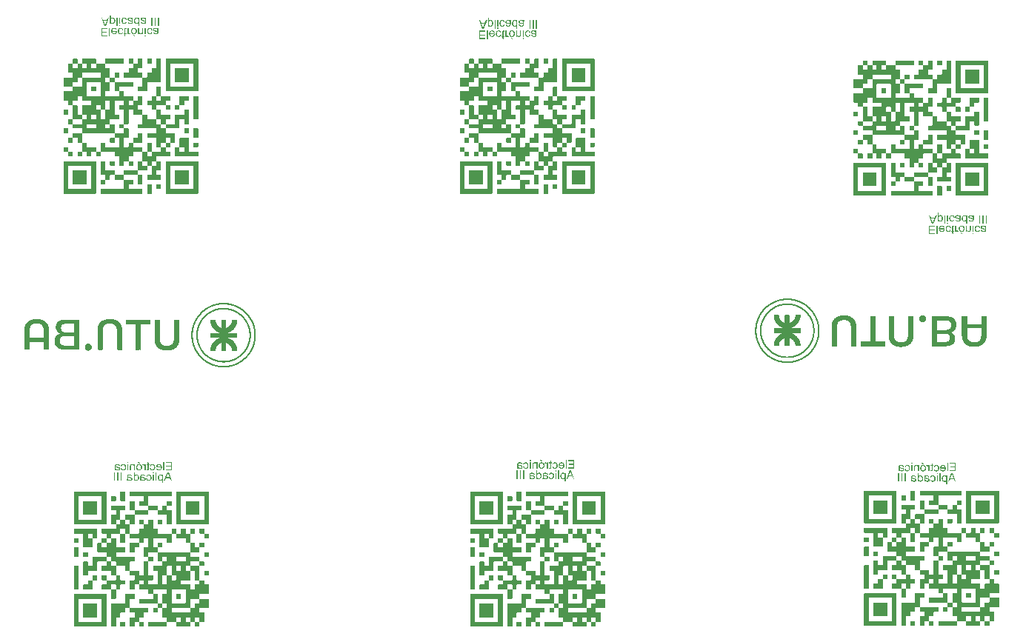
<source format=gbr>
%FSTAX44Y44*%
%MOMM*%
%SFA1B1*%

%IPPOS*%
%LNradar_1ghz_legend_bot-1*%
%LPD*%
G36*
X00644654Y-00082224D02*
X00645069D01*
Y-00087204*
X00639674*
Y-00081809*
X00644654*
Y-00082224*
G37*
G36*
X00612699D02*
X00613114D01*
Y-00087204*
X00591949*
Y-00081809*
X00612699*
Y-00082224*
G37*
G36*
X00191654D02*
X00192069D01*
Y-00087204*
X00186674*
Y-00081809*
X00191654*
Y-00082224*
G37*
G36*
X00159699D02*
X00160114D01*
Y-00087204*
X00138949*
Y-00081809*
X00159699*
Y-00082224*
G37*
G36*
X01094654Y-00084224D02*
X01095069D01*
Y-00089204*
X01089674*
Y-00083809*
X01094654*
Y-00084224*
G37*
G36*
X01062699D02*
X01063114D01*
Y-00089204*
X01041949*
Y-00083809*
X01062699*
Y-00084224*
G37*
G36*
X00580744Y-00082224D02*
X00581159D01*
Y-00087204*
X00591949*
Y-00092599*
X00596929*
Y-00103389*
X00602324*
Y-00108369*
X00623489*
Y-00111274*
Y-00111689*
Y-00113764*
X00607719*
Y-00119159*
X00613114*
Y-00124554*
X00623489*
Y-00129949*
X00628884*
Y-00124554*
X00634279*
Y-00134929*
X00629299*
Y-00135344*
X00628884*
Y-00140324*
X00634279*
Y-00145719*
X00639674*
Y-00151114*
X00650049*
Y-00156094*
X00650464*
Y-00156509*
X00655444*
Y-00161489*
X00660839*
Y-00166884*
X00671214*
Y-00167299*
X00671629*
Y-00177259*
X00671214*
Y-00177674*
X00666234*
Y-00172279*
X00660839*
Y-00177674*
X00666234*
Y-00182654*
X00665819*
Y-00183069*
X00660839*
Y-00182239*
Y-00181824*
Y-00177674*
X00655444*
Y-00183069*
X00660839*
Y-00188049*
X00665819*
Y-00188464*
X00666234*
Y-00193444*
X00650464*
Y-00193859*
X00650049*
Y-00198839*
X00655444*
Y-00209629*
X00650049*
Y-00214609*
X00655444*
Y-00217099*
Y-00217514*
Y-00220004*
X00639674*
Y-00214609*
X00645069*
Y-00204234*
X00639674*
Y-00198839*
X00634279*
Y-00188049*
X00623904*
Y-00188464*
X00623489*
Y-00193444*
X00618509*
Y-00198839*
X00623489*
Y-00204234*
X00618509*
Y-00198839*
X00613114*
Y-00204234*
X00607719*
Y-00193444*
X00602324*
Y-00188049*
X00586554*
Y-00177674*
X00591949*
Y-00183069*
X00607304*
Y-00182654*
X00607719*
Y-00172279*
X00602324*
Y-00166884*
X00565389*
Y-00161904*
X00564974*
Y-00161489*
X00554599*
Y-00156509*
X00549619*
Y-00156094*
X00549204*
Y-00151114*
X00554599*
Y-00153604*
Y-00154019*
Y-00156509*
X00564974*
Y-00156094*
X00565389*
Y-00151114*
X00554599*
Y-00134929*
X00549204*
Y-00129949*
X00544224*
Y-00129534*
X00543809*
Y-00119574*
X00544224*
Y-00119159*
X00554599*
Y-00113764*
X00543809*
Y-00103389*
X00554184*
Y-00102974*
X00554599*
Y-00097994*
X00549204*
Y-00087204*
X00554599*
Y-00092599*
X00559994*
Y-00087204*
X00554599*
Y-00082224*
X00555014*
Y-00081809*
X00559579*
Y-00082224*
X00559994*
Y-00085959*
Y-00086374*
Y-00087204*
X00565389*
Y-00092599*
X00570369*
Y-00087204*
X00565389*
Y-00081809*
X00580744*
Y-00082224*
G37*
G36*
X00127744D02*
X00128159D01*
Y-00087204*
X00138949*
Y-00092599*
X00143929*
Y-00103389*
X00149324*
Y-00108369*
X00170489*
Y-00111274*
Y-00111689*
Y-00113764*
X00154719*
Y-00119159*
X00160114*
Y-00124554*
X00170489*
Y-00129949*
X00175884*
Y-00124554*
X00181279*
Y-00134929*
X00176299*
Y-00135344*
X00175884*
Y-00140324*
X00181279*
Y-00145719*
X00186674*
Y-00151114*
X00197049*
Y-00156094*
X00197464*
Y-00156509*
X00202444*
Y-00161489*
X00207839*
Y-00166884*
X00218214*
Y-00167299*
X00218629*
Y-00177259*
X00218214*
Y-00177674*
X00213234*
Y-00172279*
X00207839*
Y-00177674*
X00213234*
Y-00182654*
X00212819*
Y-00183069*
X00207839*
Y-00182239*
Y-00181824*
Y-00177674*
X00202444*
Y-00183069*
X00207839*
Y-00188049*
X00212819*
Y-00188464*
X00213234*
Y-00193444*
X00197464*
Y-00193859*
X00197049*
Y-00198839*
X00202444*
Y-00209629*
X00197049*
Y-00214609*
X00202444*
Y-00217099*
Y-00217514*
Y-00220004*
X00186674*
Y-00214609*
X00192069*
Y-00204234*
X00186674*
Y-00198839*
X00181279*
Y-00188049*
X00170904*
Y-00188464*
X00170489*
Y-00193444*
X00165509*
Y-00198839*
X00170489*
Y-00204234*
X00165509*
Y-00198839*
X00160114*
Y-00204234*
X00154719*
Y-00193444*
X00149324*
Y-00188049*
X00133554*
Y-00177674*
X00138949*
Y-00183069*
X00154305*
Y-00182654*
X00154719*
Y-00172279*
X00149324*
Y-00166884*
X00112389*
Y-00161904*
X00111974*
Y-00161489*
X001016*
Y-00156509*
X00096619*
Y-00156094*
X00096204*
Y-00151114*
X001016*
Y-00153604*
Y-00154019*
Y-00156509*
X00111974*
Y-00156094*
X00112389*
Y-00151114*
X001016*
Y-00134929*
X00096204*
Y-00129949*
X00091224*
Y-00129534*
X00090809*
Y-00119574*
X00091224*
Y-00119159*
X001016*
Y-00113764*
X00090809*
Y-00103389*
X00101184*
Y-00102974*
X001016*
Y-00097994*
X00096204*
Y-00087204*
X001016*
Y-00092599*
X00106994*
Y-00087204*
X001016*
Y-00082224*
X00102014*
Y-00081809*
X00106579*
Y-00082224*
X00106994*
Y-00085959*
Y-00086374*
Y-00087204*
X00112389*
Y-00092599*
X00117369*
Y-00087204*
X00112389*
Y-00081809*
X00127744*
Y-00082224*
G37*
G36*
X01030744Y-00084224D02*
X01031159D01*
Y-00089204*
X01041949*
Y-00094599*
X01046929*
Y-00105389*
X01052324*
Y-00110369*
X01073489*
Y-00113274*
Y-00113689*
Y-00115764*
X01057719*
Y-00121159*
X01063114*
Y-00126554*
X01073489*
Y-00131949*
X01078884*
Y-00126554*
X01084279*
Y-00136929*
X01079299*
Y-00137344*
X01078884*
Y-00142324*
X01084279*
Y-00147719*
X01089674*
Y-00153114*
X01100049*
Y-00158094*
X01100464*
Y-00158509*
X01105444*
Y-00163489*
X01110839*
Y-00168884*
X01121214*
Y-00169299*
X01121629*
Y-00179259*
X01121214*
Y-00179674*
X01116234*
Y-00174279*
X01110839*
Y-00179674*
X01116234*
Y-00184654*
X01115819*
Y-00185069*
X01110839*
Y-00184239*
Y-00183824*
Y-00179674*
X01105444*
Y-00185069*
X01110839*
Y-00190049*
X01115819*
Y-00190464*
X01116234*
Y-00195444*
X01100464*
Y-00195859*
X01100049*
Y-00200839*
X01105444*
Y-00211629*
X01100049*
Y-00216609*
X01105444*
Y-00219099*
Y-00219514*
Y-00222004*
X01089674*
Y-00216609*
X01095069*
Y-00206234*
X01089674*
Y-00200839*
X01084279*
Y-00190049*
X01073904*
Y-00190464*
X01073489*
Y-00195444*
X01068509*
Y-00200839*
X01073489*
Y-00206234*
X01068509*
Y-00200839*
X01063114*
Y-00206234*
X01057719*
Y-00195444*
X01052324*
Y-00190049*
X01036554*
Y-00179674*
X01041949*
Y-00185069*
X01057304*
Y-00184654*
X01057719*
Y-00174279*
X01052324*
Y-00168884*
X01015389*
Y-00163904*
X01014974*
Y-00163489*
X01004599*
Y-00158509*
X00999619*
Y-00158094*
X00999204*
Y-00153114*
X01004599*
Y-00155604*
Y-00156019*
Y-00158509*
X01014974*
Y-00158094*
X01015389*
Y-00153114*
X01004599*
Y-00136929*
X00999204*
Y-00131949*
X00994224*
Y-00131534*
X00993809*
Y-00121574*
X00994224*
Y-00121159*
X01004599*
Y-00115764*
X00993809*
Y-00105389*
X01004184*
Y-00104974*
X01004599*
Y-00099994*
X00999204*
Y-00089204*
X01004599*
Y-00094599*
X01009994*
Y-00089204*
X01004599*
Y-00084224*
X01005014*
Y-00083809*
X01009579*
Y-00084224*
X01009994*
Y-00087959*
Y-00088374*
Y-00089204*
X01015389*
Y-00094599*
X01020369*
Y-00089204*
X01015389*
Y-00083809*
X01030744*
Y-00084224*
G37*
G36*
X00655444Y-00108369D02*
X00639674D01*
Y-00119159*
X00628884*
Y-00113764*
X00634279*
Y-00103389*
X00613114*
Y-00097994*
X00618094*
Y-00097579*
X00618509*
Y-00092599*
X00623489*
Y-00087204*
X00618509*
Y-00081809*
X00623489*
Y-00087204*
X00628884*
Y-00082224*
X00629299*
Y-00081809*
X00633864*
Y-00082224*
X00634279*
Y-00092599*
X00628884*
Y-00097994*
X00634279*
Y-00103389*
X00639259*
Y-00102974*
X00639674*
Y-00097994*
X00644654*
Y-00097579*
X00645069*
Y-00097164*
Y-00092599*
X00650049*
Y-00082224*
X00650464*
Y-00081809*
X00655444*
Y-00108369*
G37*
G36*
X00607719Y-00102974D02*
X00607304D01*
Y-00103389*
X00602324*
Y-00097994*
X00607719*
Y-00102974*
G37*
G36*
X00202444Y-00108369D02*
X00186674D01*
Y-00119159*
X00175884*
Y-00113764*
X00181279*
Y-00103389*
X00160114*
Y-00097994*
X00165094*
Y-00097579*
X00165509*
Y-00092599*
X00170489*
Y-00087204*
X00165509*
Y-00081809*
X00170489*
Y-00087204*
X00175884*
Y-00082224*
X00176299*
Y-00081809*
X00180864*
Y-00082224*
X00181279*
Y-00092599*
X00175884*
Y-00097994*
X00181279*
Y-00103389*
X00186259*
Y-00102974*
X00186674*
Y-00097994*
X00191654*
Y-00097579*
X00192069*
Y-00097164*
Y-00092599*
X00197049*
Y-00082224*
X00197464*
Y-00081809*
X00202444*
Y-00108369*
G37*
G36*
X00154719Y-00102974D02*
X00154305D01*
Y-00103389*
X00149324*
Y-00097994*
X00154719*
Y-00102974*
G37*
G36*
X01105444Y-00110369D02*
X01089674D01*
Y-00121159*
X01078884*
Y-00115764*
X01084279*
Y-00105389*
X01063114*
Y-00099994*
X01068094*
Y-00099579*
X01068509*
Y-00094599*
X01073489*
Y-00089204*
X01068509*
Y-00083809*
X01073489*
Y-00089204*
X01078884*
Y-00084224*
X01079299*
Y-00083809*
X01083864*
Y-00084224*
X01084279*
Y-00094599*
X01078884*
Y-00099994*
X01084279*
Y-00105389*
X01089259*
Y-00104974*
X01089674*
Y-00099994*
X01094654*
Y-00099579*
X01095069*
Y-00099164*
Y-00094599*
X01100049*
Y-00084224*
X01100464*
Y-00083809*
X01105444*
Y-00110369*
G37*
G36*
X01057719Y-00104974D02*
X01057304D01*
Y-00105389*
X01052324*
Y-00099994*
X01057719*
Y-00104974*
G37*
G36*
X00697774Y-00082224D02*
X00698189D01*
Y-00099239*
Y-00099654*
Y-00118745*
X00697774*
Y-00119159*
X00660839*
Y-00082224*
X00661254*
Y-00081809*
X00697774*
Y-00082224*
G37*
G36*
X00244774D02*
X00245189D01*
Y-00099239*
Y-00099654*
Y-00118745*
X00244774*
Y-00119159*
X00207839*
Y-00082224*
X00208254*
Y-00081809*
X00244774*
Y-00082224*
G37*
G36*
X01147774Y-00084224D02*
X01148189D01*
Y-00101239*
Y-00101654*
Y-00120744*
X01147774*
Y-00121159*
X01110839*
Y-00084224*
X01111254*
Y-00083809*
X01147774*
Y-00084224*
G37*
G36*
X00655444Y-00123309D02*
Y-00123724D01*
Y-00124554*
X00666234*
Y-00129534*
X00665819*
Y-00129949*
X00660839*
Y-00134929*
X00665819*
Y-00135344*
X00666234*
Y-00140324*
X00660839*
Y-00134929*
X00650464*
Y-00135344*
X00650049*
Y-00140324*
X00655444*
Y-00145719*
X00666234*
Y-00151114*
X00660839*
Y-00156509*
X00671214*
Y-00156094*
X00671629*
Y-00145719*
X00682004*
Y-00140324*
X00687399*
Y-00156094*
X00686984*
Y-00156509*
X00682419*
Y-00156094*
X00682004*
Y-00154434*
Y-00154019*
Y-00151114*
X00676609*
Y-00161489*
X00660839*
Y-00156509*
X00655444*
Y-00151114*
X00650049*
Y-00140324*
X00645069*
Y-00135344*
X00644654*
Y-00134929*
X00639674*
Y-00129949*
X00644654*
Y-00129534*
X00645069*
Y-00124554*
X00650049*
Y-00129534*
X00650464*
Y-00129949*
X00655444*
Y-00124554*
X00650049*
Y-00114179*
X00650464*
Y-00113764*
X00655444*
Y-00123309*
G37*
G36*
X00202444D02*
Y-00123724D01*
Y-00124554*
X00213234*
Y-00129534*
X00212819*
Y-00129949*
X00207839*
Y-00134929*
X00212819*
Y-00135344*
X00213234*
Y-00140324*
X00207839*
Y-00134929*
X00197464*
Y-00135344*
X00197049*
Y-00140324*
X00202444*
Y-00145719*
X00213234*
Y-00151114*
X00207839*
Y-00156509*
X00218214*
Y-00156094*
X00218629*
Y-00145719*
X00229004*
Y-00140324*
X00234399*
Y-00156094*
X00233984*
Y-00156509*
X00229419*
Y-00156094*
X00229004*
Y-00154434*
Y-00154019*
Y-00151114*
X00223609*
Y-00161489*
X00207839*
Y-00156509*
X00202444*
Y-00151114*
X00197049*
Y-00140324*
X00192069*
Y-00135344*
X00191654*
Y-00134929*
X00186674*
Y-00129949*
X00191654*
Y-00129534*
X00192069*
Y-00124554*
X00197049*
Y-00129534*
X00197464*
Y-00129949*
X00202444*
Y-00124554*
X00197049*
Y-00114179*
X00197464*
Y-00113764*
X00202444*
Y-00123309*
G37*
G36*
X01105444Y-00125309D02*
Y-00125724D01*
Y-00126554*
X01116234*
Y-00131534*
X01115819*
Y-00131949*
X01110839*
Y-00136929*
X01115819*
Y-00137344*
X01116234*
Y-00142324*
X01110839*
Y-00136929*
X01100464*
Y-00137344*
X01100049*
Y-00142324*
X01105444*
Y-00147719*
X01116234*
Y-00153114*
X01110839*
Y-00158509*
X01121214*
Y-00158094*
X01121629*
Y-00147719*
X01132004*
Y-00142324*
X01137399*
Y-00158094*
X01136984*
Y-00158509*
X01132419*
Y-00158094*
X01132004*
Y-00156434*
Y-00156019*
Y-00153114*
X01126609*
Y-00163489*
X01110839*
Y-00158509*
X01105444*
Y-00153114*
X01100049*
Y-00142324*
X01095069*
Y-00137344*
X01094654*
Y-00136929*
X01089674*
Y-00131949*
X01094654*
Y-00131534*
X01095069*
Y-00126554*
X01100049*
Y-00131534*
X01100464*
Y-00131949*
X01105444*
Y-00126554*
X01100049*
Y-00116179*
X01100464*
Y-00115764*
X01105444*
Y-00125309*
G37*
G36*
X00687399Y-00129534D02*
X00686984D01*
Y-00129949*
X00682004*
Y-00134929*
X00676609*
Y-00124554*
X00687399*
Y-00129534*
G37*
G36*
X00234399D02*
X00233984D01*
Y-00129949*
X00229004*
Y-00134929*
X00223609*
Y-00124554*
X00234399*
Y-00129534*
G37*
G36*
X01137399Y-00131534D02*
X01136984D01*
Y-00131949*
X01132004*
Y-00136929*
X01126609*
Y-00126554*
X01137399*
Y-00131534*
G37*
G36*
X00676609Y-00137419D02*
Y-00137834D01*
Y-00140324*
X00671629*
Y-00134929*
X00676609*
Y-00137419*
G37*
G36*
X00223609D02*
Y-00137834D01*
Y-00140324*
X00218629*
Y-00134929*
X00223609*
Y-00137419*
G37*
G36*
X01126609Y-00139419D02*
Y-00139834D01*
Y-00142324*
X01121629*
Y-00136929*
X01126609*
Y-00139419*
G37*
G36*
X00549204Y-00145719D02*
X00544224D01*
Y-00145304*
X00543809*
Y-00140739*
X00544224*
Y-00140324*
X00549204*
Y-00145719*
G37*
G36*
X00096204D02*
X00091224D01*
Y-00145304*
X00090809*
Y-00140739*
X00091224*
Y-00140324*
X00096204*
Y-00145719*
G37*
G36*
X00999204Y-00147719D02*
X00994224D01*
Y-00147304*
X00993809*
Y-00142739*
X00994224*
Y-00142324*
X00999204*
Y-00147719*
G37*
G36*
X00698189Y-00150699D02*
X00697774D01*
Y-00151114*
X00692794*
Y-00146549*
Y-00146134*
Y-00124554*
X00698189*
Y-00150699*
G37*
G36*
X00245189D02*
X00244774D01*
Y-00151114*
X00239794*
Y-00146549*
Y-00146134*
Y-00124554*
X00245189*
Y-00150699*
G37*
G36*
X01148189Y-00152699D02*
X01147774D01*
Y-00153114*
X01142794*
Y-00148549*
Y-00148134*
Y-00126554*
X01148189*
Y-00152699*
G37*
G36*
X00686984Y-00161904D02*
X00687399D01*
Y-00166884*
X00682004*
Y-00161904*
X00682419*
Y-00161489*
X00686984*
Y-00161904*
G37*
G36*
X00549204Y-00166884D02*
X00543809D01*
Y-00166469*
Y-00166054*
Y-00161904*
X00544224*
Y-00161489*
X00549204*
Y-00166884*
G37*
G36*
X00233984Y-00161904D02*
X00234399D01*
Y-00166884*
X00229004*
Y-00161904*
X00229419*
Y-00161489*
X00233984*
Y-00161904*
G37*
G36*
X00096204Y-00166884D02*
X00090809D01*
Y-00166469*
Y-00166054*
Y-00161904*
X00091224*
Y-00161489*
X00096204*
Y-00166884*
G37*
G36*
X01136984Y-00163904D02*
X01137399D01*
Y-00168884*
X01132004*
Y-00163904*
X01132419*
Y-00163489*
X01136984*
Y-00163904*
G37*
G36*
X00999204Y-00168884D02*
X00993809D01*
Y-00168469*
Y-00168054*
Y-00163904*
X00994224*
Y-00163489*
X00999204*
Y-00168884*
G37*
G36*
X00697774Y-00161904D02*
X00698189D01*
Y-00171864*
X00697774*
Y-00172279*
X00692794*
Y-00166884*
Y-00166469*
Y-00161489*
X00697774*
Y-00161904*
G37*
G36*
X00244774D02*
X00245189D01*
Y-00171864*
X00244774*
Y-00172279*
X00239794*
Y-00166884*
Y-00166469*
Y-00161489*
X00244774*
Y-00161904*
G37*
G36*
X01147774Y-00163904D02*
X01148189D01*
Y-00173864*
X01147774*
Y-00174279*
X01142794*
Y-00168884*
Y-00168469*
Y-00163489*
X01147774*
Y-00163904*
G37*
G36*
X00602324Y-00177674D02*
X00597344D01*
Y-00177259*
X00596929*
Y-00172694*
X00597344*
Y-00172279*
X00602324*
Y-00177674*
G37*
G36*
X00554599D02*
X00549204D01*
Y-00172279*
X00554599*
Y-00177674*
G37*
G36*
X00149324D02*
X00144344D01*
Y-00177259*
X00143929*
Y-00172694*
X00144344*
Y-00172279*
X00149324*
Y-00177674*
G37*
G36*
X001016D02*
X00096204D01*
Y-00172279*
X001016*
Y-00177674*
G37*
G36*
X01052324Y-00179674D02*
X01047344D01*
Y-00179259*
X01046929*
Y-00174694*
X01047344*
Y-00174279*
X01052324*
Y-00179674*
G37*
G36*
X01004599D02*
X00999204D01*
Y-00174279*
X01004599*
Y-00179674*
G37*
G36*
X00698189Y-00182654D02*
X00697774D01*
Y-00183069*
X00692794*
Y-00177674*
X00698189*
Y-00182654*
G37*
G36*
X00245189D02*
X00244774D01*
Y-00183069*
X00239794*
Y-00177674*
X00245189*
Y-00182654*
G37*
G36*
X01148189Y-00184654D02*
X01147774D01*
Y-00185069*
X01142794*
Y-00179674*
X01148189*
Y-00184654*
G37*
G36*
X00687399Y-00188049D02*
X00697774D01*
Y-00188464*
X00698189*
Y-00193444*
X00671629*
Y-00183069*
X00676609*
Y-00188049*
X00682004*
Y-00183069*
X00676609*
Y-00172694*
X00677024*
Y-00172279*
X00687399*
Y-00188049*
G37*
G36*
X00234399D02*
X00244774D01*
Y-00188464*
X00245189*
Y-00193444*
X00218629*
Y-00183069*
X00223609*
Y-00188049*
X00229004*
Y-00183069*
X00223609*
Y-00172694*
X00224024*
Y-00172279*
X00234399*
Y-00188049*
G37*
G36*
X01137399Y-00190049D02*
X01147774D01*
Y-00190464*
X01148189*
Y-00195444*
X01121629*
Y-00185069*
X01126609*
Y-00190049*
X01132004*
Y-00185069*
X01126609*
Y-00174694*
X01127024*
Y-00174279*
X01137399*
Y-00190049*
G37*
G36*
X00565389Y-00177674D02*
X00570369D01*
Y-00182654*
X00570784*
Y-00183069*
X00581159*
Y-00188049*
X00586554*
Y-00193444*
X00581159*
Y-00188049*
X00576179*
Y-00188464*
X00575764*
Y-00193444*
X00570369*
Y-00188049*
X00565389*
Y-00177674*
X00559994*
Y-00172279*
X00554599*
Y-00166884*
X00565389*
Y-00177674*
G37*
G36*
Y-00193444D02*
X00559994D01*
Y-00188049*
X00565389*
Y-00193444*
G37*
G36*
X00549204Y-00188049D02*
X00554184D01*
Y-00188464*
X00554599*
Y-00193444*
X00549204*
Y-00188049*
X00543809*
Y-00183069*
X00549204*
Y-00188049*
G37*
G36*
X00112389Y-00177674D02*
X00117369D01*
Y-00182654*
X00117784*
Y-00183069*
X00128159*
Y-00188049*
X00133554*
Y-00193444*
X00128159*
Y-00188049*
X00123179*
Y-00188464*
X00122764*
Y-00193444*
X00117369*
Y-00188049*
X00112389*
Y-00177674*
X00106994*
Y-00172279*
X001016*
Y-00166884*
X00112389*
Y-00177674*
G37*
G36*
Y-00193444D02*
X00106994D01*
Y-00188049*
X00112389*
Y-00193444*
G37*
G36*
X00096204Y-00188049D02*
X00101184D01*
Y-00188464*
X001016*
Y-00193444*
X00096204*
Y-00188049*
X00090809*
Y-00183069*
X00096204*
Y-00188049*
G37*
G36*
X01015389Y-00179674D02*
X01020369D01*
Y-00184654*
X01020784*
Y-00185069*
X01031159*
Y-00190049*
X01036554*
Y-00195444*
X01031159*
Y-00190049*
X01026179*
Y-00190464*
X01025764*
Y-00195444*
X01020369*
Y-00190049*
X01015389*
Y-00179674*
X01009994*
Y-00174279*
X01004599*
Y-00168884*
X01015389*
Y-00179674*
G37*
G36*
Y-00195444D02*
X01009994D01*
Y-00190049*
X01015389*
Y-00195444*
G37*
G36*
X00999204Y-00190049D02*
X01004184D01*
Y-00190464*
X01004599*
Y-00195444*
X00999204*
Y-00190049*
X00993809*
Y-00185069*
X00999204*
Y-00190049*
G37*
G36*
X00602324Y-00200914D02*
Y-00201329D01*
Y-00204234*
X00597344*
Y-00203819*
X00596929*
Y-00199254*
X00597344*
Y-00198839*
X00602324*
Y-00200914*
G37*
G36*
X00149324D02*
Y-00201329D01*
Y-00204234*
X00144344*
Y-00203819*
X00143929*
Y-00199254*
X00144344*
Y-00198839*
X00149324*
Y-00200914*
G37*
G36*
X01052324Y-00202914D02*
Y-00203329D01*
Y-00206234*
X01047344*
Y-00205819*
X01046929*
Y-00201254*
X01047344*
Y-00200839*
X01052324*
Y-00202914*
G37*
G36*
X00634279Y-00204234D02*
X00639674D01*
Y-00209214*
X00639259*
Y-00209629*
X00628884*
Y-00198839*
X00634279*
Y-00204234*
G37*
G36*
X00181279D02*
X00186674D01*
Y-00209214*
X00186259*
Y-00209629*
X00175884*
Y-00198839*
X00181279*
Y-00204234*
G37*
G36*
X01084279Y-00206234D02*
X01089674D01*
Y-00211214*
X01089259*
Y-00211629*
X01078884*
Y-00200839*
X01084279*
Y-00206234*
G37*
G36*
X00628884Y-00214609D02*
X00633864D01*
Y-00215024*
X00634279*
Y-00222494*
Y-00222909*
Y-00225399*
X00628884*
Y-00214609*
X00613114*
Y-00209629*
X00628884*
Y-00214609*
G37*
G36*
X00591949Y-00224984D02*
X00591534D01*
Y-00225399*
X00586554*
Y-00220004*
X00591949*
Y-00224984*
G37*
G36*
X00175884Y-00214609D02*
X00180864D01*
Y-00215024*
X00181279*
Y-00222494*
Y-00222909*
Y-00225399*
X00175884*
Y-00214609*
X00160114*
Y-00209629*
X00175884*
Y-00214609*
G37*
G36*
X00138949Y-00224984D02*
X00138534D01*
Y-00225399*
X00133554*
Y-00220004*
X00138949*
Y-00224984*
G37*
G36*
X01078884Y-00216609D02*
X01083864D01*
Y-00217024*
X01084279*
Y-00224494*
Y-00224909*
Y-00227399*
X01078884*
Y-00216609*
X01063114*
Y-00211629*
X01078884*
Y-00216609*
G37*
G36*
X01041949Y-00226984D02*
X01041534D01*
Y-00227399*
X01036554*
Y-00222004*
X01041949*
Y-00226984*
G37*
G36*
X00655444Y-00230794D02*
X00650464D01*
Y-00230379*
X00650049*
Y-00225814*
X00650464*
Y-00225399*
X00655444*
Y-00230794*
G37*
G36*
X00202444D02*
X00197464D01*
Y-00230379*
X00197049*
Y-00225814*
X00197464*
Y-00225399*
X00202444*
Y-00230794*
G37*
G36*
X01105444Y-00232794D02*
X01100464D01*
Y-00232379*
X01100049*
Y-00227814*
X01100464*
Y-00227399*
X01105444*
Y-00232794*
G37*
G36*
X00697774Y-00199254D02*
X00698189D01*
Y-00235774*
X00697774*
Y-00236189*
X00661254*
Y-00235774*
X00660839*
Y-00198839*
X00697774*
Y-00199254*
G37*
G36*
X00644654Y-00225814D02*
X00645069D01*
Y-00235774*
X00644654*
Y-00236189*
X00639674*
Y-00225399*
X00644654*
Y-00225814*
G37*
G36*
X00591534Y-00199254D02*
X00591949D01*
Y-00209629*
X00602324*
Y-00214609*
X00613114*
Y-00217099*
Y-00217514*
Y-00220004*
X00623489*
Y-00225399*
X00618509*
Y-00230794*
X00634279*
Y-00235774*
X00633864*
Y-00236189*
X00586554*
Y-00230794*
X00613114*
Y-00220004*
X00602324*
Y-00214609*
X00597344*
Y-00215024*
X00596929*
Y-00220004*
X00591949*
Y-00215024*
X00591534*
Y-00214609*
X00586554*
Y-00198839*
X00591534*
Y-00199254*
G37*
G36*
X00581159Y-00235774D02*
X00580744D01*
Y-00236189*
X00544224*
Y-00235774*
X00543809*
Y-00199254*
X00544224*
Y-00198839*
X00581159*
Y-00235774*
G37*
G36*
X00244774Y-00199254D02*
X00245189D01*
Y-00235774*
X00244774*
Y-00236189*
X00208254*
Y-00235774*
X00207839*
Y-00198839*
X00244774*
Y-00199254*
G37*
G36*
X00191654Y-00225814D02*
X00192069D01*
Y-00235774*
X00191654*
Y-00236189*
X00186674*
Y-00225399*
X00191654*
Y-00225814*
G37*
G36*
X00138534Y-00199254D02*
X00138949D01*
Y-00209629*
X00149324*
Y-00214609*
X00160114*
Y-00217099*
Y-00217514*
Y-00220004*
X00170489*
Y-00225399*
X00165509*
Y-00230794*
X00181279*
Y-00235774*
X00180864*
Y-00236189*
X00133554*
Y-00230794*
X00160114*
Y-00220004*
X00149324*
Y-00214609*
X00144344*
Y-00215024*
X00143929*
Y-00220004*
X00138949*
Y-00215024*
X00138534*
Y-00214609*
X00133554*
Y-00198839*
X00138534*
Y-00199254*
G37*
G36*
X00128159Y-00235774D02*
X00127744D01*
Y-00236189*
X00091224*
Y-00235774*
X00090809*
Y-00199254*
X00091224*
Y-00198839*
X00128159*
Y-00235774*
G37*
G36*
X01147774Y-00201254D02*
X01148189D01*
Y-00237774*
X01147774*
Y-00238189*
X01111254*
Y-00237774*
X01110839*
Y-00200839*
X01147774*
Y-00201254*
G37*
G36*
X01094654Y-00227814D02*
X01095069D01*
Y-00237774*
X01094654*
Y-00238189*
X01089674*
Y-00227399*
X01094654*
Y-00227814*
G37*
G36*
X01041534Y-00201254D02*
X01041949D01*
Y-00211629*
X01052324*
Y-00216609*
X01063114*
Y-00219099*
Y-00219514*
Y-00222004*
X01073489*
Y-00227399*
X01068509*
Y-00232794*
X01084279*
Y-00237774*
X01083864*
Y-00238189*
X01036554*
Y-00232794*
X01063114*
Y-00222004*
X01052324*
Y-00216609*
X01047344*
Y-00217024*
X01046929*
Y-00222004*
X01041949*
Y-00217024*
X01041534*
Y-00216609*
X01036554*
Y-00200839*
X01041534*
Y-00201254*
G37*
G36*
X01031159Y-00237774D02*
X01030744D01*
Y-00238189*
X00994224*
Y-00237774*
X00993809*
Y-00201254*
X00994224*
Y-00200839*
X01031159*
Y-00237774*
G37*
G36*
X00985078Y-00375444D02*
X00986253D01*
Y-00375612*
X00987429*
Y-0037578*
X00987933*
Y-00375948*
X00988772*
Y-00376116*
X00989108*
Y-00376283*
X00989612*
Y-00376451*
X00990116*
Y-00376619*
X00990284*
Y-00376787*
X00990787*
Y-00376955*
X00990955*
Y-00377123*
X00991459*
Y-00377291*
X00991627*
Y-00377459*
X00991963*
Y-00377627*
X00992299*
Y-00377795*
X00992467*
Y-00377963*
X00992635*
Y-00378131*
X00992802*
Y-00378298*
X00993138*
Y-00378467*
X00993306*
Y-00378635*
X00993474*
Y-00378802*
X00993642*
Y-0037897*
X0099381*
Y-00379138*
X00993978*
Y-00379306*
X00994146*
Y-00379474*
X00994314*
Y-0037981*
X00994482*
Y-00379978*
X0099465*
Y-00380146*
X00994818*
Y-00380314*
X00994986*
Y-00380649*
X00995153*
Y-00380818*
X00995321*
Y-00381153*
X00995489*
Y-00381489*
X00995657*
Y-00381825*
X00995825*
Y-00382161*
X00995993*
Y-00382497*
X00996161*
Y-00382833*
X00996329*
Y-00383504*
X00996497*
Y-0038384*
X00996665*
Y-0038468*
X00996833*
Y-00385352*
X00997001*
Y-00386359*
X00997168*
Y-00410541*
X00991123*
Y-00388542*
X00990955*
Y-00387199*
Y-00387031*
X00990787*
Y-00386191*
X00990619*
Y-00385184*
X00990451*
Y-00384848*
X00990284*
Y-00384344*
X00990116*
Y-00384008*
X00989947*
Y-00383672*
X0098978*
Y-00383504*
X00989612*
Y-00383169*
X00989444*
Y-00383001*
X00989276*
Y-00382833*
X00989108*
Y-00382497*
X00988772*
Y-00382329*
X00988604*
Y-00382161*
X00988436*
Y-00381993*
X00988268*
Y-00381825*
X009881*
Y-00381657*
X00987596*
Y-00381489*
X00987261*
Y-00381321*
X00987093*
Y-00381153*
X00986421*
Y-00380986*
X00986085*
Y-00380818*
X0098491*
Y-00380649*
X00981215*
Y-00380818*
X00979872*
Y-00380986*
X00979536*
Y-00381153*
X00978864*
Y-00381321*
X00978696*
Y-00381489*
X00978361*
Y-00381657*
X00978024*
Y-00381825*
X00977857*
Y-00381993*
X00977521*
Y-00382161*
X00977353*
Y-00382329*
X00977185*
Y-00382497*
X00977017*
Y-00382665*
X00976849*
Y-00382833*
X00976681*
Y-00383001*
X00976513*
Y-00383337*
X00976345*
Y-00383504*
X00976177*
Y-0038384*
X00976009*
Y-00384176*
X00975842*
Y-00384512*
X00975674*
Y-00385184*
X00975506*
Y-0038552*
X00975338*
Y-00386359*
X0097517*
Y-00387367*
X00975002*
Y-00410373*
X00974834*
Y-00410541*
X00968956*
Y-0038552*
X00969124*
Y-00385016*
X00969292*
Y-00384008*
X0096946*
Y-00383672*
X00969628*
Y-00383001*
X00969796*
Y-00382665*
X00969964*
Y-00382329*
X00970132*
Y-00381825*
X009703*
Y-00381657*
X00970468*
Y-00381153*
X00970636*
Y-00380986*
X00970804*
Y-00380649*
X00970972*
Y-00380482*
X0097114*
Y-00380314*
X00971307*
Y-00379978*
X00971475*
Y-0037981*
X00971643*
Y-00379642*
X00971811*
Y-00379306*
X00971979*
Y-00379138*
X00972147*
Y-0037897*
X00972315*
Y-00378802*
X00972483*
Y-00378635*
X00972651*
Y-00378467*
X00972987*
Y-00378298*
X00973155*
Y-00378131*
X00973323*
Y-00377963*
X00973658*
Y-00377795*
X00973826*
Y-00377627*
X00974162*
Y-00377459*
X0097433*
Y-00377291*
X00974498*
Y-00377123*
X00975002*
Y-00376955*
X0097517*
Y-00376787*
X00975674*
Y-00376619*
X00976009*
Y-00376451*
X00976345*
Y-00376283*
X00977017*
Y-00376116*
X00977185*
Y-00375948*
X00978024*
Y-0037578*
X00978528*
Y-00375612*
X00979704*
Y-00375444*
X00980712*
Y-00375276*
X00984742*
Y-00375444*
X0098491*
Y-00375276*
X00985078*
Y-00375444*
G37*
G36*
X01062157Y-00376116D02*
X01062325D01*
Y-00400969*
X01062157*
Y-00401473*
X01061989*
Y-00402648*
X01061821*
Y-00402984*
X01061653*
Y-00403488*
X01061486*
Y-00403992*
X01061318*
Y-00404328*
X0106115*
Y-00404663*
X01060982*
Y-00404999*
X01060814*
Y-00405335*
X01060646*
Y-00405503*
X01060478*
Y-00405839*
X0106031*
Y-00406175*
X01060142*
Y-00406343*
X01059974*
Y-00406679*
X01059806*
Y-00406847*
X01059638*
Y-00407015*
X0105947*
Y-00407183*
X01059302*
Y-0040735*
X01059135*
Y-00407518*
X01058967*
Y-00407686*
X01058799*
Y-00407854*
X01058631*
Y-00408022*
X01058463*
Y-0040819*
X01058295*
Y-00408358*
X01058127*
Y-00408526*
X01057791*
Y-00408694*
X01057623*
Y-00408862*
X01057455*
Y-0040903*
X01057119*
Y-00409198*
X01056951*
Y-00409365*
X01056447*
Y-00409533*
X0105628*
Y-00409702*
X01055944*
Y-00409869*
X0105544*
Y-00410037*
X01055272*
Y-00410205*
X010546*
Y-00410373*
X01054265*
Y-00410541*
X01053593*
Y-00410709*
X01053089*
Y-00410877*
X01052417*
Y-00411045*
X01051074*
Y-00411213*
X01050066*
Y-00411381*
X01046372*
Y-00411213*
X01045532*
Y-00411045*
X01044189*
Y-00410877*
X01043349*
Y-00410709*
X01043013*
Y-00410541*
X01042174*
Y-00410373*
X01041838*
Y-00410205*
X01041334*
Y-00410037*
X01040998*
Y-00409869*
X01040662*
Y-00409702*
X01040326*
Y-00409533*
X01039991*
Y-00409365*
X01039655*
Y-00409198*
X01039487*
Y-0040903*
X01039151*
Y-00408862*
X01038983*
Y-00408694*
X01038647*
Y-00408526*
X01038479*
Y-00408358*
X01038311*
Y-0040819*
X01037975*
Y-00408022*
X01037807*
Y-00407854*
X0103764*
Y-00407686*
X01037472*
Y-00407518*
X01037304*
Y-0040735*
X01037136*
Y-00407015*
X01036968*
Y-00406847*
X010368*
Y-00406679*
X01036632*
Y-00406511*
X01036464*
Y-00406175*
X01036296*
Y-00406007*
X01036128*
Y-00405671*
X0103596*
Y-00405503*
X01035792*
Y-00405167*
X01035624*
Y-00404832*
X01035456*
Y-00404496*
X01035289*
Y-0040416*
X01035121*
Y-00403824*
X01034953*
Y-00403152*
X01034785*
Y-00402816*
X01034617*
Y-00401977*
X01034449*
Y-00401305*
X01034281*
Y-00400465*
X01034113*
Y-00376116*
X01034449*
Y-00375948*
X01039319*
Y-00376116*
X01039655*
Y-00375948*
X01039991*
Y-00376116*
X01040158*
Y-00398282*
X01040326*
Y-00399793*
X01040494*
Y-00400633*
X01040662*
Y-00401473*
X0104083*
Y-00401809*
X01040998*
Y-00402312*
X01041166*
Y-00402481*
X01041334*
Y-00402816*
X01041502*
Y-00403152*
X0104167*
Y-0040332*
X01041838*
Y-00403656*
X01042006*
Y-00403824*
X01042174*
Y-00403992*
X01042342*
Y-0040416*
X01042509*
Y-00404328*
X01042677*
Y-00404496*
X01042845*
Y-00404663*
X01043181*
Y-00404832*
X01043349*
Y-00404999*
X01043685*
Y-00405167*
X01044021*
Y-00405335*
X01044524*
Y-00405503*
X01044861*
Y-00405671*
X01045532*
Y-00405839*
X01046708*
Y-00406007*
X01048051*
Y-00406175*
X01048555*
Y-00406007*
X01049898*
Y-00405839*
X01050906*
Y-00405671*
X01051578*
Y-00405503*
X01051914*
Y-00405335*
X01052585*
Y-00405167*
X01052753*
Y-00404999*
X01053089*
Y-00404832*
X01053425*
Y-00404663*
X01053593*
Y-00404496*
X01053929*
Y-0040416*
X01054265*
Y-00403992*
X01054432*
Y-00403656*
X010546*
Y-00403488*
X01054768*
Y-0040332*
X01054936*
Y-00402984*
X01055104*
Y-00402648*
X01055272*
Y-00402481*
X0105544*
Y-00402144*
X01055608*
Y-00401473*
X01055776*
Y-00401137*
X01055944*
Y-00399961*
X01056112*
Y-00399122*
X0105628*
Y-00376283*
X01056447*
Y-00376116*
X01056615*
Y-00375948*
X01056951*
Y-00376116*
X01057287*
Y-00375948*
X01061486*
Y-00376116*
X01061821*
Y-00375948*
X01062157*
Y-00376116*
G37*
G36*
X01018663D02*
X01018999D01*
Y-00380146*
Y-00380314*
Y-00404999*
X01019167*
Y-00405167*
X01019335*
Y-00405335*
X01029915*
Y-00410541*
X01002038*
Y-00405335*
X01012786*
Y-00404999*
X01012954*
Y-00376116*
X0101329*
Y-00375948*
X01013794*
Y-00376116*
X01014297*
Y-00375948*
X01015305*
Y-00376116*
X01015473*
Y-00375948*
X01016145*
Y-00376116*
X01016481*
Y-00375948*
X01017992*
Y-00376116*
X01018328*
Y-00375948*
X01018663*
Y-00376116*
G37*
G36*
X01073744Y-00375276D02*
X01074248D01*
Y-00375444*
X01074584*
Y-00375612*
X0107492*
Y-0037578*
X01075088*
Y-00375948*
X01075424*
Y-00376116*
X01075591*
Y-00376283*
X01075759*
Y-00376451*
X01075927*
Y-00376619*
X01076095*
Y-00376955*
X01076263*
Y-00377123*
X01076431*
Y-00377459*
X01076599*
Y-00377795*
X01076767*
Y-00380146*
X01076599*
Y-00380649*
X01076431*
Y-00380986*
X01076263*
Y-00381153*
X01076095*
Y-00381489*
X01075927*
Y-00381657*
X01075759*
Y-00381825*
X01075591*
Y-00381993*
X01075424*
Y-00382161*
X01075256*
Y-00382329*
X0107492*
Y-00382497*
X01074584*
Y-00382665*
X01074416*
Y-00382833*
X01073409*
Y-00383001*
X01072401*
Y-00382833*
X01071393*
Y-00382665*
X01071225*
Y-00382497*
X01070889*
Y-00382329*
X01070554*
Y-00382161*
X01070386*
Y-00381993*
X01070218*
Y-00381825*
X0107005*
Y-00381657*
X01069882*
Y-00381489*
X01069714*
Y-00381153*
X01069546*
Y-00380986*
X01069378*
Y-00380649*
X0106921*
Y-00379978*
X01069042*
Y-00378131*
X0106921*
Y-00377459*
X01069378*
Y-00377123*
X01069546*
Y-00376787*
X01069714*
Y-00376451*
X0107005*
Y-00376283*
X01070218*
Y-00376116*
X01070386*
Y-00375948*
X01070554*
Y-0037578*
X01070722*
Y-00375612*
X01071225*
Y-00375444*
X01071561*
Y-00375276*
X01072233*
Y-00375108*
X01073744*
Y-00375276*
G37*
G36*
X01145786Y-00376283D02*
X01145954D01*
Y-00400297*
X01145786*
Y-00401473*
X01145618*
Y-00402144*
X0114545*
Y-00402984*
X01145282*
Y-0040332*
X01145114*
Y-00403992*
X01144946*
Y-00404328*
X01144778*
Y-00404496*
X0114461*
Y-00404999*
X01144442*
Y-00405167*
X01144275*
Y-00405503*
X01144107*
Y-00405671*
X01143939*
Y-00406007*
X01143771*
Y-00406343*
X01143603*
Y-00406511*
X01143435*
Y-00406679*
X01143267*
Y-00406847*
X01143099*
Y-00407015*
X01142931*
Y-00407183*
X01142763*
Y-0040735*
X01142595*
Y-00407518*
X01142427*
Y-00407686*
X0114226*
Y-00407854*
X01142091*
Y-00408022*
X01141924*
Y-0040819*
X01141756*
Y-00408358*
X01141588*
Y-00408526*
X01141252*
Y-00408694*
X01141084*
Y-00408862*
X01140916*
Y-0040903*
X0114058*
Y-00409198*
X01140412*
Y-00409365*
X01140076*
Y-00409533*
X01139741*
Y-00409702*
X01139405*
Y-00409869*
X01138901*
Y-00410037*
X01138565*
Y-00410205*
X01138061*
Y-00410373*
X01137558*
Y-00410541*
X01137222*
Y-00410709*
X01136382*
Y-00410877*
X0113571*
Y-00411045*
X01134199*
Y-00411213*
X01129833*
Y-00411045*
X01128153*
Y-00410877*
X01127482*
Y-00410709*
X01126642*
Y-00410541*
X01126138*
Y-00410373*
X01125635*
Y-00410205*
X01125131*
Y-00410037*
X01124795*
Y-00409869*
X01124459*
Y-00409702*
X01124123*
Y-00409533*
X01123787*
Y-00409365*
X01123451*
Y-00409198*
X01123284*
Y-0040903*
X0112278*
Y-00408862*
X01122612*
Y-00408694*
X01122444*
Y-00408526*
X01122276*
Y-00408358*
X01122108*
Y-0040819*
X01121772*
Y-00408022*
X01121604*
Y-00407854*
X01121436*
Y-00407686*
X01121268*
Y-00407518*
X011211*
Y-0040735*
X01120932*
Y-00407015*
X01120765*
Y-00406847*
X01120597*
Y-00406679*
X01120429*
Y-00406511*
X01120261*
Y-00406343*
X01120093*
Y-00406175*
X01119925*
Y-00405839*
X01119757*
Y-00405671*
X01119589*
Y-00405335*
X01119421*
Y-00405167*
X01119253*
Y-00404832*
X01119085*
Y-00404328*
X01118917*
Y-00403992*
X01118749*
Y-00403488*
X01118581*
Y-00402984*
X01118414*
Y-00402312*
X01118246*
Y-00401641*
X01118078*
Y-00400969*
X0111791*
Y-00398786*
X01117742*
Y-00376283*
X0111791*
Y-00376116*
X01123619*
Y-00376283*
X01123787*
Y-00385184*
X01140076*
Y-00376283*
X01140244*
Y-00376116*
X01145786*
Y-00376283*
G37*
G36*
X00223262Y-00405152D02*
X00223094D01*
Y-00405656*
X00222926*
Y-00406663*
X00222758*
Y-00406999*
X0022259*
Y-00407671*
X00222422*
Y-00408007*
X00222255*
Y-00408343*
X00222086*
Y-00408847*
X00221919*
Y-00409014*
X00221751*
Y-00409518*
X00221583*
Y-00409686*
X00221415*
Y-00410022*
X00221247*
Y-0041019*
X00221079*
Y-00410358*
X00220911*
Y-00410694*
X00220743*
Y-00410862*
X00220575*
Y-0041103*
X00220407*
Y-00411365*
X00220239*
Y-00411533*
X00220071*
Y-00411701*
X00219903*
Y-00411869*
X00219735*
Y-00412037*
X00219568*
Y-00412205*
X00219232*
Y-00412373*
X00219064*
Y-00412541*
X00218896*
Y-00412709*
X0021856*
Y-00412877*
X00218392*
Y-00413045*
X00218056*
Y-00413213*
X00217888*
Y-00413381*
X0021772*
Y-00413549*
X00217216*
Y-00413716*
X00217049*
Y-00413884*
X00216545*
Y-00414052*
X00216209*
Y-0041422*
X00215873*
Y-00414388*
X00215201*
Y-00414556*
X00215033*
Y-00414724*
X00214194*
Y-00414892*
X0021369*
Y-0041506*
X00212514*
Y-00415228*
X00211507*
Y-00415396*
X00207477*
Y-00415228*
X00207309*
Y-00415396*
X00207141*
Y-00415228*
X00205965*
Y-0041506*
X0020479*
Y-00414892*
X00204286*
Y-00414724*
X00203446*
Y-00414556*
X00203111*
Y-00414388*
X00202607*
Y-0041422*
X00202103*
Y-00414052*
X00201935*
Y-00413884*
X00201431*
Y-00413716*
X00201263*
Y-00413549*
X0020076*
Y-00413381*
X00200592*
Y-00413213*
X00200256*
Y-00413045*
X0019992*
Y-00412877*
X00199752*
Y-00412709*
X00199584*
Y-00412541*
X00199416*
Y-00412373*
X0019908*
Y-00412205*
X00198912*
Y-00412037*
X00198744*
Y-00411869*
X00198576*
Y-00411701*
X00198409*
Y-00411533*
X00198241*
Y-00411365*
X00198073*
Y-00411198*
X00197905*
Y-00410862*
X00197737*
Y-00410694*
X00197569*
Y-00410526*
X00197401*
Y-00410358*
X00197233*
Y-00410022*
X00197065*
Y-00409854*
X00196897*
Y-00409518*
X00196729*
Y-00409183*
X00196561*
Y-00408847*
X00196393*
Y-00408511*
X00196225*
Y-00408175*
X00196058*
Y-00407839*
X0019589*
Y-00407167*
X00195721*
Y-00406832*
X00195554*
Y-00405992*
X00195386*
Y-0040532*
X00195218*
Y-00404312*
X0019505*
Y-00380131*
X00201095*
Y-00402129*
X00201263*
Y-00403473*
Y-00403641*
X00201431*
Y-00404481*
X00201599*
Y-00405488*
X00201767*
Y-00405824*
X00201935*
Y-00406328*
X00202103*
Y-00406663*
X00202271*
Y-00406999*
X00202439*
Y-00407167*
X00202607*
Y-00407503*
X00202775*
Y-00407671*
X00202942*
Y-00407839*
X00203111*
Y-00408175*
X00203446*
Y-00408343*
X00203614*
Y-00408511*
X00203782*
Y-00408679*
X0020395*
Y-00408847*
X00204118*
Y-00409014*
X00204622*
Y-00409183*
X00204958*
Y-0040935*
X00205126*
Y-00409518*
X00205797*
Y-00409686*
X00206133*
Y-00409854*
X00207309*
Y-00410022*
X00211003*
Y-00409854*
X00212347*
Y-00409686*
X00212683*
Y-00409518*
X00213354*
Y-0040935*
X00213522*
Y-00409183*
X00213858*
Y-00409014*
X00214194*
Y-00408847*
X00214362*
Y-00408679*
X00214698*
Y-00408511*
X00214865*
Y-00408343*
X00215033*
Y-00408175*
X00215201*
Y-00408007*
X00215369*
Y-00407839*
X00215537*
Y-00407671*
X00215705*
Y-00407335*
X00215873*
Y-00407167*
X00216041*
Y-00406832*
X00216209*
Y-00406496*
X00216377*
Y-0040616*
X00216545*
Y-00405488*
X00216713*
Y-00405152*
X00216881*
Y-00404312*
X00217049*
Y-00403305*
X00217216*
Y-00380298*
X00217384*
Y-00380131*
X00223262*
Y-00405152*
G37*
G36*
X01099941Y-00376283D02*
X0110246D01*
Y-00376451*
X01103132*
Y-00376619*
X01103972*
Y-00376787*
X01104475*
Y-00376955*
X01105147*
Y-00377123*
X01105651*
Y-00377291*
X01105987*
Y-00377459*
X01106491*
Y-00377627*
X01106826*
Y-00377795*
X01106994*
Y-00377963*
X0110733*
Y-00378131*
X01107666*
Y-00378298*
X01107834*
Y-00378467*
X0110817*
Y-00378635*
X01108338*
Y-00378802*
X01108506*
Y-0037897*
X01108674*
Y-00379138*
X01108842*
Y-00379306*
X01109009*
Y-00379474*
X01109177*
Y-00379642*
X01109345*
Y-0037981*
X01109513*
Y-00379978*
X01109681*
Y-00380146*
X01109849*
Y-00380314*
X01110017*
Y-00380649*
X01110185*
Y-00380818*
X01110353*
Y-00381153*
X01110521*
Y-00381489*
X01110689*
Y-00381825*
X01110857*
Y-00382329*
X01111024*
Y-00382665*
X01111193*
Y-00383337*
X0111136*
Y-00384176*
X01111528*
Y-00387367*
X0111136*
Y-00388206*
X01111193*
Y-00389214*
X01111024*
Y-0038955*
X01110857*
Y-00390054*
X01110689*
Y-0039039*
X01110521*
Y-00390725*
X01110353*
Y-00391061*
X01110185*
Y-00391229*
X01110017*
Y-00391565*
X01109849*
Y-00391733*
X01109681*
Y-00391901*
X01109513*
Y-00392237*
X01109345*
Y-00392405*
X01109177*
Y-00392573*
X01108842*
Y-0039274*
X01108674*
Y-00392909*
X01108506*
Y-00393076*
X01108338*
Y-00393244*
X0110817*
Y-00393412*
X01107834*
Y-0039358*
X01107498*
Y-00393748*
X0110733*
Y-00393916*
X01106826*
Y-00394084*
X01106491*
Y-00394252*
X01105987*
Y-0039442*
X01105651*
Y-00394588*
X01105315*
Y-00394756*
X01105483*
Y-00394924*
X01105651*
Y-00395092*
X01106155*
Y-0039526*
X01106491*
Y-00395427*
X01106658*
Y-00395595*
X01106994*
Y-00395763*
X01107162*
Y-00395931*
X0110733*
Y-00396099*
X01107498*
Y-00396267*
X01107834*
Y-00396435*
X01108002*
Y-00396771*
X0110817*
Y-00396939*
X01108338*
Y-00397107*
X01108506*
Y-00397275*
X01108674*
Y-00397443*
X01108842*
Y-00397778*
X01109009*
Y-00398114*
X01109177*
Y-0039845*
X01109345*
Y-00398786*
X01109513*
Y-0039929*
X01109681*
Y-00399961*
X01109849*
Y-00400297*
X01110017*
Y-00403656*
X01109849*
Y-0040416*
X01109681*
Y-00404999*
X01109513*
Y-00405503*
X01109345*
Y-00405671*
X01109177*
Y-00406175*
X01109009*
Y-00406343*
X01108842*
Y-00406847*
X01108674*
Y-00407015*
X01108506*
Y-00407183*
X01108338*
Y-0040735*
X0110817*
Y-00407518*
X01108002*
Y-00407686*
X01107834*
Y-00407854*
X01107666*
Y-00408022*
X01107498*
Y-0040819*
X0110733*
Y-00408358*
X01107162*
Y-00408526*
X01106994*
Y-00408694*
X01106658*
Y-00408862*
X01106323*
Y-0040903*
X01106155*
Y-00409198*
X01105987*
Y-00409365*
X01105483*
Y-00409533*
X01104979*
Y-00409702*
X01104643*
Y-00409869*
X01103972*
Y-00410037*
X01103468*
Y-00410205*
X01102628*
Y-00410373*
X01100781*
Y-00410541*
X01083148*
Y-00376283*
X01083316*
Y-00376116*
X01099941*
Y-00376283*
G37*
G36*
X0010907Y-00414388D02*
X00108902D01*
Y-00414556*
X00092277*
Y-00414388*
X00089758*
Y-0041422*
X00089086*
Y-00414052*
X00088247*
Y-00413884*
X00087743*
Y-00413716*
X00087071*
Y-00413549*
X00086568*
Y-00413381*
X00086232*
Y-00413213*
X00085728*
Y-00413045*
X00085392*
Y-00412877*
X00085224*
Y-00412709*
X00084888*
Y-00412541*
X00084552*
Y-00412373*
X00084384*
Y-00412205*
X00084049*
Y-00412037*
X00083881*
Y-00411869*
X00083713*
Y-00411701*
X00083545*
Y-00411533*
X00083377*
Y-00411365*
X00083209*
Y-00411198*
X00083041*
Y-0041103*
X00082873*
Y-00410862*
X00082705*
Y-00410694*
X00082537*
Y-00410526*
X00082369*
Y-00410358*
X00082201*
Y-00410022*
X00082033*
Y-00409854*
X00081865*
Y-00409518*
X00081698*
Y-00409183*
X0008153*
Y-00408847*
X00081362*
Y-00408343*
X00081194*
Y-00408007*
X00081026*
Y-00407335*
X00080858*
Y-00406496*
X0008069*
Y-00403305*
X00080858*
Y-00402465*
X00081026*
Y-00401458*
X00081194*
Y-00401122*
X00081362*
Y-00400618*
X0008153*
Y-00400282*
X00081698*
Y-00399946*
X00081865*
Y-00399611*
X00082033*
Y-00399443*
X00082201*
Y-00399107*
X00082369*
Y-00398939*
X00082537*
Y-00398771*
X00082705*
Y-00398435*
X00082873*
Y-00398267*
X00083041*
Y-00398099*
X00083377*
Y-00397931*
X00083545*
Y-00397763*
X00083713*
Y-00397595*
X00083881*
Y-00397427*
X00084049*
Y-0039726*
X00084384*
Y-00397092*
X0008472*
Y-00396924*
X00084888*
Y-00396756*
X00085392*
Y-00396588*
X00085728*
Y-0039642*
X00086232*
Y-00396252*
X00086568*
Y-00396084*
X00086903*
Y-00395916*
X00086735*
Y-00395748*
X00086568*
Y-0039558*
X00086064*
Y-00395412*
X00085728*
Y-00395244*
X0008556*
Y-00395076*
X00085224*
Y-00394909*
X00085056*
Y-0039474*
X00084888*
Y-00394572*
X0008472*
Y-00394405*
X00084384*
Y-00394237*
X00084217*
Y-00393901*
X00084049*
Y-00393733*
X00083881*
Y-00393565*
X00083713*
Y-00393397*
X00083545*
Y-00393229*
X00083377*
Y-00392893*
X00083209*
Y-00392558*
X00083041*
Y-00392221*
X00082873*
Y-00391886*
X00082705*
Y-00391382*
X00082537*
Y-0039071*
X00082369*
Y-00390374*
X00082201*
Y-00387016*
X00082369*
Y-00386512*
X00082537*
Y-00385672*
X00082705*
Y-00385169*
X00082873*
Y-00385001*
X00083041*
Y-00384497*
X00083209*
Y-00384329*
X00083377*
Y-00383825*
X00083545*
Y-00383657*
X00083713*
Y-00383489*
X00083881*
Y-00383321*
X00084049*
Y-00383153*
X00084217*
Y-00382986*
X00084384*
Y-00382818*
X00084552*
Y-00382649*
X0008472*
Y-00382482*
X00084888*
Y-00382314*
X00085056*
Y-00382146*
X00085224*
Y-00381978*
X0008556*
Y-0038181*
X00085896*
Y-00381642*
X00086064*
Y-00381474*
X00086232*
Y-00381306*
X00086735*
Y-00381138*
X00087239*
Y-0038097*
X00087575*
Y-00380802*
X00088247*
Y-00380635*
X00088751*
Y-00380467*
X0008959*
Y-00380298*
X00091437*
Y-00380131*
X0010907*
Y-00414388*
G37*
G36*
X00062386Y-00379627D02*
X00064065D01*
Y-00379795*
X00064737*
Y-00379963*
X00065576*
Y-00380131*
X0006608*
Y-00380298*
X00066584*
Y-00380467*
X00067088*
Y-00380635*
X00067424*
Y-00380802*
X0006776*
Y-0038097*
X00068095*
Y-00381138*
X00068431*
Y-00381306*
X00068767*
Y-00381474*
X00068935*
Y-00381642*
X00069439*
Y-0038181*
X00069607*
Y-00381978*
X00069775*
Y-00382146*
X00069942*
Y-00382314*
X0007011*
Y-00382482*
X00070446*
Y-00382649*
X00070614*
Y-00382818*
X00070782*
Y-00382986*
X0007095*
Y-00383153*
X00071118*
Y-00383321*
X00071286*
Y-00383657*
X00071454*
Y-00383825*
X00071622*
Y-00383993*
X0007179*
Y-00384161*
X00071958*
Y-00384329*
X00072126*
Y-00384497*
X00072293*
Y-00384833*
X00072461*
Y-00385001*
X0007263*
Y-00385337*
X00072797*
Y-00385504*
X00072965*
Y-0038584*
X00073133*
Y-00386344*
X00073301*
Y-0038668*
X00073469*
Y-00387184*
X00073637*
Y-00387688*
X00073805*
Y-00388359*
X00073973*
Y-00389031*
X00074141*
Y-00389703*
X00074309*
Y-00391886*
X00074477*
Y-00414388*
X00074309*
Y-00414556*
X00068599*
Y-00414388*
X00068431*
Y-00405488*
X00052142*
Y-00414388*
X00051974*
Y-00414556*
X00046432*
Y-00414388*
X00046265*
Y-00390374*
X00046432*
Y-00389199*
X000466*
Y-00388527*
X00046768*
Y-00387688*
X00046936*
Y-00387352*
X00047104*
Y-0038668*
X00047272*
Y-00386344*
X0004744*
Y-00386176*
X00047608*
Y-00385672*
X00047776*
Y-00385504*
X00047944*
Y-00385169*
X00048112*
Y-00385001*
X0004828*
Y-00384665*
X00048447*
Y-00384329*
X00048616*
Y-00384161*
X00048784*
Y-00383993*
X00048951*
Y-00383825*
X00049119*
Y-00383657*
X00049287*
Y-00383489*
X00049455*
Y-00383321*
X00049623*
Y-00383153*
X00049791*
Y-00382986*
X00049959*
Y-00382818*
X00050127*
Y-00382649*
X00050295*
Y-00382482*
X00050463*
Y-00382314*
X00050631*
Y-00382146*
X00050967*
Y-00381978*
X00051135*
Y-0038181*
X00051302*
Y-00381642*
X00051638*
Y-00381474*
X00051806*
Y-00381306*
X00052142*
Y-00381138*
X00052478*
Y-0038097*
X00052814*
Y-00380802*
X00053318*
Y-00380635*
X00053653*
Y-00380467*
X00054157*
Y-00380298*
X00054661*
Y-00380131*
X00054997*
Y-00379963*
X00055837*
Y-00379795*
X00056508*
Y-00379627*
X00058019*
Y-00379459*
X00062386*
Y-00379627*
G37*
G36*
X0019018Y-00385337D02*
X00179432D01*
Y-00385672*
X00179265*
Y-00414556*
X00178929*
Y-00414724*
X00178425*
Y-00414556*
X00177921*
Y-00414724*
X00176914*
Y-00414556*
X00176746*
Y-00414724*
X00176074*
Y-00414556*
X00175738*
Y-00414724*
X00174227*
Y-00414556*
X00173891*
Y-00414724*
X00173555*
Y-00414556*
X00173219*
Y-00410526*
Y-00410358*
Y-00385672*
X00173051*
Y-00385504*
X00172883*
Y-00385337*
X00162304*
Y-00380131*
X0019018*
Y-00385337*
G37*
G36*
X00145847Y-00379459D02*
X00146686D01*
Y-00379627*
X0014803*
Y-00379795*
X00148869*
Y-00379963*
X00149205*
Y-00380131*
X00150045*
Y-00380298*
X00150381*
Y-00380467*
X00150884*
Y-00380635*
X0015122*
Y-00380802*
X00151556*
Y-0038097*
X00151892*
Y-00381138*
X00152228*
Y-00381306*
X00152564*
Y-00381474*
X00152732*
Y-00381642*
X00153068*
Y-0038181*
X00153235*
Y-00381978*
X00153571*
Y-00382146*
X00153739*
Y-00382314*
X00153907*
Y-00382482*
X00154243*
Y-00382649*
X00154411*
Y-00382818*
X00154579*
Y-00382986*
X00154747*
Y-00383153*
X00154915*
Y-00383321*
X00155083*
Y-00383657*
X00155251*
Y-00383825*
X00155419*
Y-00383993*
X00155586*
Y-00384161*
X00155755*
Y-00384497*
X00155922*
Y-00384665*
X0015609*
Y-00385001*
X00156258*
Y-00385169*
X00156426*
Y-00385504*
X00156594*
Y-0038584*
X00156762*
Y-00386176*
X0015693*
Y-00386512*
X00157098*
Y-00386848*
X00157266*
Y-0038752*
X00157434*
Y-00387855*
X00157602*
Y-00388695*
X0015777*
Y-00389367*
X00157937*
Y-00390206*
X00158105*
Y-00414556*
X0015777*
Y-00414724*
X001529*
Y-00414556*
X00152564*
Y-00414724*
X00152228*
Y-00414556*
X0015206*
Y-00392389*
X00151892*
Y-00390878*
X00151724*
Y-00390039*
X00151556*
Y-00389199*
X00151388*
Y-00388863*
X0015122*
Y-00388359*
X00151052*
Y-00388191*
X00150884*
Y-00387855*
X00150716*
Y-0038752*
X00150549*
Y-00387352*
X00150381*
Y-00387016*
X00150213*
Y-00386848*
X00150045*
Y-0038668*
X00149877*
Y-00386512*
X00149709*
Y-00386344*
X00149541*
Y-00386176*
X00149373*
Y-00386008*
X00149037*
Y-0038584*
X00148869*
Y-00385672*
X00148533*
Y-00385504*
X00148198*
Y-00385337*
X00147694*
Y-00385169*
X00147358*
Y-00385001*
X00146686*
Y-00384833*
X00145511*
Y-00384665*
X00144167*
Y-00384497*
X00143663*
Y-00384665*
X0014232*
Y-00384833*
X00141312*
Y-00385001*
X00140641*
Y-00385169*
X00140305*
Y-00385337*
X00139633*
Y-00385504*
X00139465*
Y-00385672*
X00139129*
Y-0038584*
X00138793*
Y-00386008*
X00138626*
Y-00386176*
X0013829*
Y-00386512*
X00137954*
Y-0038668*
X00137786*
Y-00387016*
X00137618*
Y-00387184*
X0013745*
Y-00387352*
X00137282*
Y-00387688*
X00137114*
Y-00388023*
X00136946*
Y-00388191*
X00136779*
Y-00388527*
X0013661*
Y-00389199*
X00136442*
Y-00389535*
X00136275*
Y-0039071*
X00136107*
Y-0039155*
X00135939*
Y-00414388*
X00135771*
Y-00414556*
X00135603*
Y-00414724*
X00135267*
Y-00414556*
X00134931*
Y-00414724*
X00130733*
Y-00414556*
X00130397*
Y-00414724*
X00130061*
Y-00414556*
X00129893*
Y-00389703*
X00130061*
Y-00389199*
X00130229*
Y-00388023*
X00130397*
Y-00387688*
X00130565*
Y-00387184*
X00130733*
Y-0038668*
X00130901*
Y-00386344*
X00131069*
Y-00386008*
X00131237*
Y-00385672*
X00131405*
Y-00385337*
X00131573*
Y-00385169*
X00131741*
Y-00384833*
X00131909*
Y-00384497*
X00132076*
Y-00384329*
X00132244*
Y-00383993*
X00132412*
Y-00383825*
X0013258*
Y-00383657*
X00132748*
Y-00383489*
X00132916*
Y-00383321*
X00133084*
Y-00383153*
X00133252*
Y-00382986*
X0013342*
Y-00382818*
X00133588*
Y-00382649*
X00133756*
Y-00382482*
X00133924*
Y-00382314*
X00134092*
Y-00382146*
X00134427*
Y-00381978*
X00134595*
Y-0038181*
X00134763*
Y-00381642*
X00135099*
Y-00381474*
X00135267*
Y-00381306*
X00135771*
Y-00381138*
X00135939*
Y-0038097*
X00136275*
Y-00380802*
X00136779*
Y-00380635*
X00136946*
Y-00380467*
X00137618*
Y-00380298*
X00137954*
Y-00380131*
X00138626*
Y-00379963*
X00139129*
Y-00379795*
X00139801*
Y-00379627*
X00141145*
Y-00379459*
X00142152*
Y-00379291*
X00145847*
Y-00379459*
G37*
G36*
X00119818Y-00407839D02*
X00120825D01*
Y-00408007*
X00120993*
Y-00408175*
X00121329*
Y-00408343*
X00121665*
Y-00408511*
X00121833*
Y-00408679*
X00122001*
Y-00408847*
X00122169*
Y-00409014*
X00122337*
Y-00409183*
X00122504*
Y-00409518*
X00122672*
Y-00409686*
X0012284*
Y-00410022*
X00123008*
Y-00410694*
X00123176*
Y-00412541*
X00123008*
Y-00413213*
X0012284*
Y-00413549*
X00122672*
Y-00413884*
X00122504*
Y-0041422*
X00122169*
Y-00414388*
X00122001*
Y-00414556*
X00121833*
Y-00414724*
X00121665*
Y-00414892*
X00121497*
Y-0041506*
X00120993*
Y-00415228*
X00120657*
Y-00415396*
X00119986*
Y-00415564*
X00118474*
Y-00415396*
X0011797*
Y-00415228*
X00117635*
Y-0041506*
X00117298*
Y-00414892*
X00117131*
Y-00414724*
X00116795*
Y-00414556*
X00116627*
Y-00414388*
X00116459*
Y-0041422*
X00116291*
Y-00414052*
X00116123*
Y-00413716*
X00115955*
Y-00413549*
X00115787*
Y-00413213*
X00115619*
Y-00412877*
X00115451*
Y-00410526*
X00115619*
Y-00410022*
X00115787*
Y-00409686*
X00115955*
Y-00409518*
X00116123*
Y-00409183*
X00116291*
Y-00409014*
X00116459*
Y-00408847*
X00116627*
Y-00408679*
X00116795*
Y-00408511*
X00116963*
Y-00408343*
X00117298*
Y-00408175*
X00117635*
Y-00408007*
X00117802*
Y-00407839*
X0011881*
Y-00407671*
X00119818*
Y-00407839*
G37*
G36*
X00920593Y-00355964D02*
X00921936D01*
Y-00356132*
X0092328*
Y-003563*
X00924455*
Y-00356468*
X00925127*
Y-00356636*
X00926302*
Y-00356804*
X00926806*
Y-00356972*
X00927646*
Y-0035714*
X0092815*
Y-00357307*
X00928653*
Y-00357475*
X00929493*
Y-00357643*
X00929829*
Y-00357811*
X00930501*
Y-00357979*
X00930836*
Y-00358147*
X0093134*
Y-00358315*
X00931844*
Y-00358483*
X0093218*
Y-00358651*
X00932684*
Y-00358819*
X00932852*
Y-00358987*
X00933355*
Y-00359155*
X00933691*
Y-00359323*
X00934027*
Y-00359491*
X00934363*
Y-00359658*
X00934699*
Y-00359826*
X00935035*
Y-00359994*
X00935371*
Y-00360162*
X00935707*
Y-0036033*
X00936042*
Y-00360498*
X0093621*
Y-00360666*
X00936714*
Y-00360834*
X00936882*
Y-00361002*
X00937218*
Y-0036117*
X00937554*
Y-00361338*
X00937722*
Y-00361506*
X00938058*
Y-00361674*
X00938225*
Y-00361842*
X00938561*
Y-00362009*
X00938729*
Y-00362177*
X00939065*
Y-00362345*
X00939401*
Y-00362513*
X00939569*
Y-00362681*
X00939737*
Y-00362849*
X00939905*
Y-00363017*
X0094024*
Y-00363185*
X00940409*
Y-00363353*
X00940744*
Y-00363521*
X00940912*
Y-00363689*
X0094108*
Y-00363857*
X00941416*
Y-00364025*
X00941584*
Y-00364193*
X00941752*
Y-0036436*
X0094192*
Y-00364528*
X00942088*
Y-00364696*
X00942256*
Y-00364864*
X00942424*
Y-00365032*
X00942759*
Y-003652*
X00942927*
Y-00365368*
X00943095*
Y-00365536*
X00943263*
Y-00365704*
X00943431*
Y-00365872*
X00943599*
Y-0036604*
X00943767*
Y-00366208*
X00944103*
Y-00366376*
X00944271*
Y-00366544*
X00944439*
Y-00366711*
X00944607*
Y-00366879*
X00944775*
Y-00367215*
X00944942*
Y-00367383*
X0094511*
Y-00367551*
X00945278*
Y-00367719*
X00945446*
Y-00367887*
X00945614*
Y-00368055*
X00945782*
Y-00368223*
X0094595*
Y-00368391*
X00946118*
Y-00368559*
X00946286*
Y-00368895*
X00946454*
Y-00369063*
X00946622*
Y-0036923*
X0094679*
Y-00369398*
X00946958*
Y-00369566*
X00947126*
Y-00369902*
X00947294*
Y-0037007*
X00947461*
Y-00370238*
X00947629*
Y-00370406*
X00947797*
Y-00370742*
X00947965*
Y-0037091*
X00948133*
Y-00371078*
X00948301*
Y-00371414*
X00948469*
Y-00371581*
X00948637*
Y-00371749*
X00948805*
Y-00372085*
X00948973*
Y-00372253*
X00949141*
Y-00372589*
X00949309*
Y-00372757*
X00949477*
Y-00373093*
X00949645*
Y-00373429*
X00949812*
Y-00373597*
X00949981*
Y-00373932*
X00950148*
Y-00374268*
X00950316*
Y-00374604*
X00950484*
Y-00374772*
X00950652*
Y-00375108*
X0095082*
Y-00375444*
X00950988*
Y-0037578*
X00951156*
Y-00376116*
X00951324*
Y-00376451*
X00951492*
Y-00376787*
X0095166*
Y-00377123*
X00951828*
Y-00377459*
X00951996*
Y-00377963*
X00952163*
Y-00378131*
X00952331*
Y-00378802*
X009525*
Y-0037897*
X00952667*
Y-00379474*
X00952835*
Y-00379978*
X00953003*
Y-00380314*
X00953171*
Y-00380986*
X00953339*
Y-00381321*
X00953507*
Y-00381993*
X00953675*
Y-00382497*
X00953843*
Y-00382833*
X00954011*
Y-0038384*
X00954179*
Y-00384176*
X00954347*
Y-00385352*
X00954514*
Y-00385855*
X00954682*
Y-00386863*
X0095485*
Y-00388206*
X00955018*
Y-00389214*
X00955186*
Y-00396435*
X00955018*
Y-00397275*
X0095485*
Y-00398786*
X00954682*
Y-00399626*
X00954514*
Y-00400297*
X00954347*
Y-00401305*
X00954179*
Y-00401809*
X00954011*
Y-00402648*
X00953843*
Y-00403152*
X00953675*
Y-00403656*
X00953507*
Y-00404328*
X00953339*
Y-00404663*
X00953171*
Y-00405335*
X00953003*
Y-00405503*
X00952835*
Y-00406175*
X00952667*
Y-00406511*
X009525*
Y-00406847*
X00952331*
Y-0040735*
X00952163*
Y-00407686*
X00951996*
Y-0040819*
X00951828*
Y-00408358*
X0095166*
Y-00408862*
X00951492*
Y-00409198*
X00951324*
Y-00409365*
X00951156*
Y-00409869*
X00950988*
Y-00410037*
X0095082*
Y-00410541*
X00950652*
Y-00410709*
X00950484*
Y-00411045*
X00950316*
Y-00411381*
X00950148*
Y-00411549*
X00949981*
Y-00412052*
X00949812*
Y-0041222*
X00949645*
Y-00412388*
X00949477*
Y-00412724*
X00949309*
Y-00412892*
X00949141*
Y-00413228*
X00948973*
Y-00413396*
X00948805*
Y-00413732*
X00948637*
Y-004139*
X00948469*
Y-00414235*
X00948301*
Y-00414403*
X00948133*
Y-00414571*
X00947965*
Y-00414907*
X00947797*
Y-00415075*
X00947629*
Y-00415243*
X00947461*
Y-00415579*
X00947294*
Y-00415747*
X00947126*
Y-00415915*
X00946958*
Y-00416083*
X0094679*
Y-00416419*
X00946622*
Y-00416586*
X00946454*
Y-00416754*
X00946286*
Y-00416922*
X00946118*
Y-0041709*
X0094595*
Y-00417258*
X00945782*
Y-00417426*
X00945614*
Y-00417594*
X00945446*
Y-0041793*
X00945278*
Y-00418098*
X0094511*
Y-00418266*
X00944942*
Y-00418434*
X00944775*
Y-00418602*
X00944607*
Y-0041877*
X00944439*
Y-00418937*
X00944271*
Y-00419106*
X00944103*
Y-00419273*
X00943935*
Y-00419441*
X00943767*
Y-00419609*
X00943599*
Y-00419777*
X00943431*
Y-00419945*
X00943263*
Y-00420113*
X00943095*
Y-00420281*
X00942759*
Y-00420449*
X00942591*
Y-00420617*
X00942424*
Y-00420785*
X00942256*
Y-00420953*
X00942088*
Y-00421121*
X0094192*
Y-00421288*
X00941752*
Y-00421456*
X00941416*
Y-00421624*
X00941248*
Y-00421792*
X0094108*
Y-0042196*
X00940744*
Y-00422128*
X00940576*
Y-00422296*
X00940409*
Y-00422464*
X0094024*
Y-00422632*
X00939905*
Y-004228*
X00939737*
Y-00422968*
X00939401*
Y-00423136*
X00939233*
Y-00423304*
X00939065*
Y-00423472*
X00938729*
Y-00423639*
X00938393*
Y-00423807*
X00938225*
Y-00423975*
X00937889*
Y-00424143*
X00937722*
Y-00424311*
X00937386*
Y-00424479*
X00937218*
Y-00424647*
X00936714*
Y-00424815*
X00936546*
Y-00424983*
X0093621*
Y-00425151*
X00935874*
Y-00425319*
X00935707*
Y-00425487*
X00935203*
Y-00425655*
X00935035*
Y-00425823*
X00934531*
Y-00425991*
X00934195*
Y-00426158*
X00934027*
Y-00426326*
X00933523*
Y-00426494*
X00933187*
Y-00426662*
X00932684*
Y-0042683*
X00932348*
Y-00426998*
X00932012*
Y-00427166*
X00931508*
Y-00427334*
X00931172*
Y-00427502*
X00930501*
Y-0042767*
X00930165*
Y-00427838*
X00929493*
Y-00428006*
X00929157*
Y-00428174*
X00928653*
Y-00428342*
X00927814*
Y-00428509*
X00927478*
Y-00428677*
X0092647*
Y-00428845*
X00925967*
Y-00429013*
X00925127*
Y-00429181*
X00923951*
Y-00429349*
X00922944*
Y-00429517*
X00919921*
Y-00429685*
X00916563*
Y-00429517*
X00913372*
Y-00429349*
X00912532*
Y-00429181*
X00911525*
Y-00429013*
X00910685*
Y-00428845*
X00910181*
Y-00428677*
X00909173*
Y-00428509*
X0090867*
Y-00428342*
X0090783*
Y-00428174*
X00907494*
Y-00428006*
X00906991*
Y-00427838*
X00906319*
Y-0042767*
X00905983*
Y-00427502*
X00905311*
Y-00427334*
X00904975*
Y-00427166*
X0090464*
Y-00426998*
X00904136*
Y-0042683*
X00903968*
Y-00426662*
X00903296*
Y-00426494*
X00903128*
Y-00426326*
X00902624*
Y-00426158*
X00902289*
Y-00425991*
X00901953*
Y-00425823*
X00901449*
Y-00425655*
X00901281*
Y-00425487*
X00900945*
Y-00425319*
X00900777*
Y-00425151*
X00900273*
Y-00424983*
X00899938*
Y-00424815*
X0089977*
Y-00424647*
X00899434*
Y-00424479*
X00899266*
Y-00424311*
X0089893*
Y-00424143*
X00898594*
Y-00423975*
X00898426*
Y-00423807*
X0089809*
Y-00423639*
X00897922*
Y-00423472*
X00897586*
Y-00423304*
X00897419*
Y-00423136*
X00897083*
Y-00422968*
X00896915*
Y-004228*
X00896747*
Y-00422632*
X00896411*
Y-00422464*
X00896243*
Y-00422296*
X00895907*
Y-00422128*
X00895739*
Y-0042196*
X00895571*
Y-00421792*
X00895235*
Y-00421624*
X00895068*
Y-00421456*
X008949*
Y-00421288*
X00894732*
Y-00421121*
X00894564*
Y-00420953*
X00894228*
Y-00420785*
X0089406*
Y-00420617*
X00893892*
Y-00420449*
X00893724*
Y-00420281*
X00893556*
Y-00420113*
X00893388*
Y-00419945*
X0089322*
Y-00419777*
X00893052*
Y-00419609*
X00892884*
Y-00419441*
X00892717*
Y-00419273*
X00892549*
Y-00419106*
X00892381*
Y-00418937*
X00892213*
Y-0041877*
X00892045*
Y-00418602*
X00891877*
Y-00418434*
X00891709*
Y-00418266*
X00891541*
Y-00418098*
X00891373*
Y-0041793*
X00891205*
Y-00417762*
X00891037*
Y-00417594*
X00890869*
Y-00417426*
X00890701*
Y-00417258*
X00890533*
Y-0041709*
X00890366*
Y-00416922*
X00890198*
Y-00416754*
X0089003*
Y-00416419*
X00889862*
Y-00416251*
X00889694*
Y-00416083*
X00889526*
Y-00415915*
X00889358*
Y-00415747*
X0088919*
Y-00415411*
X00889022*
Y-00415243*
X00888854*
Y-00415075*
X00888686*
Y-00414739*
X00888518*
Y-00414571*
X0088835*
Y-00414235*
X00888182*
Y-00414068*
X00888014*
Y-004139*
X00887847*
Y-00413564*
X00887679*
Y-00413396*
X00887511*
Y-0041306*
X00887343*
Y-00412892*
X00887175*
Y-00412556*
X00887007*
Y-0041222*
X00886839*
Y-00412052*
X00886671*
Y-00411716*
X00886503*
Y-00411549*
X00886335*
Y-00411213*
X00886167*
Y-00410877*
X00885999*
Y-00410709*
X00885831*
Y-00410205*
X00885663*
Y-00410037*
X00885496*
Y-00409702*
X00885328*
Y-00409365*
X0088516*
Y-0040903*
X00884992*
Y-00408526*
X00884824*
Y-00408358*
X00884656*
Y-00407854*
X00884488*
Y-00407686*
X0088432*
Y-00407015*
X00884152*
Y-00406679*
X00883984*
Y-00406511*
X00883816*
Y-00405839*
X00883648*
Y-00405503*
X00883481*
Y-00404832*
X00883312*
Y-00404496*
X00883145*
Y-00403992*
X00882977*
Y-0040332*
X00882809*
Y-00402984*
X00882641*
Y-00401977*
X00882473*
Y-00401641*
X00882305*
Y-00400801*
X00882137*
Y-00399961*
X00881969*
Y-0039929*
X00881801*
Y-00397778*
X00881633*
Y-00396939*
X00881465*
Y-0039442*
X00881297*
Y-00391229*
X00881465*
Y-00388542*
X00881633*
Y-00387703*
X00881801*
Y-00386359*
X00881969*
Y-0038552*
X00882137*
Y-00384848*
X00882305*
Y-00384008*
X00882473*
Y-00383504*
X00882641*
Y-00382665*
X00882809*
Y-00382329*
X00882977*
Y-00381489*
X00883145*
Y-00381153*
X00883312*
Y-00380649*
X00883481*
Y-00380146*
X00883648*
Y-0037981*
X00883816*
Y-00379138*
X00883984*
Y-00378802*
X00884152*
Y-00378467*
X0088432*
Y-00377963*
X00884488*
Y-00377627*
X00884656*
Y-00377291*
X00884824*
Y-00376955*
X00884992*
Y-00376619*
X0088516*
Y-00376283*
X00885328*
Y-00375948*
X00885496*
Y-00375612*
X00885663*
Y-00375276*
X00885831*
Y-0037494*
X00885999*
Y-00374772*
X00886167*
Y-00374436*
X00886335*
Y-003741*
X00886503*
Y-00373932*
X00886671*
Y-00373429*
X00886839*
Y-00373261*
X00887007*
Y-00372925*
X00887175*
Y-00372757*
X00887343*
Y-00372589*
X00887511*
Y-00372253*
X00887679*
Y-00372085*
X00887847*
Y-00371749*
X00888014*
Y-00371581*
X00888182*
Y-00371246*
X0088835*
Y-00371078*
X00888518*
Y-00370742*
X00888686*
Y-00370574*
X00888854*
Y-00370406*
X00889022*
Y-0037007*
X0088919*
Y-00369902*
X00889358*
Y-00369734*
X00889526*
Y-00369566*
X00889694*
Y-00369398*
X00889862*
Y-00369063*
X0089003*
Y-00368895*
X00890198*
Y-00368727*
X00890366*
Y-00368559*
X00890533*
Y-00368391*
X00890701*
Y-00368055*
X00890869*
Y-00367887*
X00891037*
Y-00367719*
X00891205*
Y-00367551*
X00891373*
Y-00367383*
X00891541*
Y-00367215*
X00891709*
Y-00367047*
X00891877*
Y-00366879*
X00892045*
Y-00366711*
X00892213*
Y-00366544*
X00892381*
Y-00366376*
X00892549*
Y-00366208*
X00892717*
Y-0036604*
X00892884*
Y-00365872*
X00893052*
Y-00365704*
X0089322*
Y-00365536*
X00893388*
Y-00365368*
X00893724*
Y-003652*
X00893892*
Y-00365032*
X0089406*
Y-00364864*
X00894228*
Y-00364696*
X00894396*
Y-00364528*
X00894564*
Y-0036436*
X008949*
Y-00364193*
X00895068*
Y-00364025*
X00895235*
Y-00363857*
X00895403*
Y-00363689*
X00895571*
Y-00363521*
X00895907*
Y-00363353*
X00896075*
Y-00363185*
X00896411*
Y-00363017*
X00896579*
Y-00362849*
X00896747*
Y-00362681*
X00897083*
Y-00362513*
X00897251*
Y-00362345*
X00897586*
Y-00362177*
X00897754*
Y-00362009*
X00897922*
Y-00361842*
X00898258*
Y-00361674*
X00898426*
Y-00361506*
X0089893*
Y-00361338*
X00899098*
Y-0036117*
X00899266*
Y-00361002*
X0089977*
Y-00360834*
X00899938*
Y-00360666*
X00900273*
Y-00360498*
X00900441*
Y-0036033*
X00900777*
Y-00360162*
X00901113*
Y-00359994*
X00901449*
Y-00359826*
X00901785*
Y-00359658*
X00902121*
Y-00359491*
X00902456*
Y-00359323*
X0090296*
Y-00359155*
X00903128*
Y-00358987*
X00903632*
Y-00358819*
X00903968*
Y-00358651*
X00904472*
Y-00358483*
X00904807*
Y-00358315*
X00905311*
Y-00358147*
X00905647*
Y-00357979*
X00906151*
Y-00357811*
X00906823*
Y-00357643*
X00906991*
Y-00357475*
X00907998*
Y-00357307*
X00908334*
Y-0035714*
X00908838*
Y-00356972*
X00909677*
Y-00356804*
X00910349*
Y-00356636*
X00911357*
Y-00356468*
X00912028*
Y-003563*
X0091354*
Y-00356132*
X00914715*
Y-00355964*
X00920425*
Y-00355796*
X00920593*
Y-00355964*
G37*
G36*
X00275656Y-00361155D02*
X00278847D01*
Y-00361323*
X00279686*
Y-00361491*
X00280694*
Y-00361658*
X00281533*
Y-00361826*
X00282037*
Y-00361994*
X00283045*
Y-00362162*
X00283549*
Y-0036233*
X00284388*
Y-00362498*
X00284724*
Y-00362666*
X00285228*
Y-00362834*
X002859*
Y-00363002*
X00286235*
Y-0036317*
X00286907*
Y-00363338*
X00287243*
Y-00363506*
X00287579*
Y-00363674*
X00288083*
Y-00363842*
X00288251*
Y-00364009*
X00288922*
Y-00364177*
X0028909*
Y-00364345*
X00289594*
Y-00364513*
X0028993*
Y-00364681*
X00290266*
Y-00364849*
X0029077*
Y-00365017*
X00290937*
Y-00365185*
X00291273*
Y-00365353*
X00291441*
Y-00365521*
X00291945*
Y-00365689*
X00292281*
Y-00365857*
X00292449*
Y-00366025*
X00292785*
Y-00366193*
X00292953*
Y-0036636*
X00293288*
Y-00366528*
X00293624*
Y-00366696*
X00293792*
Y-00366864*
X00294128*
Y-00367032*
X00294296*
Y-003672*
X00294632*
Y-00367368*
X002948*
Y-00367536*
X00295136*
Y-00367704*
X00295304*
Y-00367872*
X00295472*
Y-0036804*
X00295807*
Y-00368208*
X00295975*
Y-00368376*
X00296311*
Y-00368544*
X00296479*
Y-00368711*
X00296647*
Y-00368879*
X00296983*
Y-00369047*
X00297151*
Y-00369215*
X00297319*
Y-00369383*
X00297487*
Y-00369551*
X00297655*
Y-00369719*
X00297991*
Y-00369887*
X00298158*
Y-00370055*
X00298326*
Y-00370223*
X00298494*
Y-00370391*
X00298662*
Y-00370559*
X0029883*
Y-00370726*
X00298998*
Y-00370895*
X00299166*
Y-00371063*
X00299334*
Y-0037123*
X00299502*
Y-00371398*
X0029967*
Y-00371566*
X00299838*
Y-00371734*
X00300006*
Y-00371902*
X00300174*
Y-0037207*
X00300342*
Y-00372238*
X00300509*
Y-00372406*
X00300677*
Y-00372574*
X00300845*
Y-00372742*
X00301013*
Y-0037291*
X00301181*
Y-00373078*
X00301349*
Y-00373246*
X00301517*
Y-00373414*
X00301685*
Y-00373581*
X00301853*
Y-00373749*
X00302021*
Y-00373917*
X00302189*
Y-00374253*
X00302357*
Y-00374421*
X00302525*
Y-00374589*
X00302693*
Y-00374757*
X0030286*
Y-00374925*
X00303028*
Y-00375261*
X00303196*
Y-00375429*
X00303364*
Y-00375597*
X00303532*
Y-00375932*
X003037*
Y-003761*
X00303868*
Y-00376436*
X00304036*
Y-00376604*
X00304204*
Y-00376772*
X00304372*
Y-00377108*
X0030454*
Y-00377276*
X00304708*
Y-00377612*
X00304876*
Y-0037778*
X00305044*
Y-00378116*
X00305211*
Y-00378451*
X00305379*
Y-00378619*
X00305547*
Y-00378955*
X00305715*
Y-00379123*
X00305883*
Y-00379459*
X00306051*
Y-00379795*
X00306219*
Y-00379963*
X00306387*
Y-00380467*
X00306555*
Y-00380635*
X00306723*
Y-0038097*
X00306891*
Y-00381306*
X00307059*
Y-00381642*
X00307227*
Y-00382146*
X00307395*
Y-00382314*
X00307563*
Y-00382818*
X0030773*
Y-00382986*
X00307898*
Y-00383657*
X00308066*
Y-00383993*
X00308234*
Y-00384161*
X00308402*
Y-00384833*
X0030857*
Y-00385169*
X00308738*
Y-0038584*
X00308906*
Y-00386176*
X00309074*
Y-0038668*
X00309242*
Y-00387352*
X0030941*
Y-00387688*
X00309578*
Y-00388695*
X00309746*
Y-00389031*
X00309914*
Y-0038987*
X00310081*
Y-0039071*
X00310249*
Y-00391382*
X00310417*
Y-00392893*
X00310585*
Y-00393733*
X00310753*
Y-00396252*
X00310921*
Y-00399443*
X00310753*
Y-00402129*
X00310585*
Y-00402969*
X00310417*
Y-00404312*
X00310249*
Y-00405152*
X00310081*
Y-00405824*
X00309914*
Y-00406663*
X00309746*
Y-00407167*
X00309578*
Y-00408007*
X0030941*
Y-00408343*
X00309242*
Y-00409183*
X00309074*
Y-00409518*
X00308906*
Y-00410022*
X00308738*
Y-00410526*
X0030857*
Y-00410862*
X00308402*
Y-00411533*
X00308234*
Y-00411869*
X00308066*
Y-00412205*
X00307898*
Y-00412709*
X0030773*
Y-00413045*
X00307563*
Y-00413381*
X00307395*
Y-00413716*
X00307227*
Y-00414052*
X00307059*
Y-00414388*
X00306891*
Y-00414724*
X00306723*
Y-0041506*
X00306555*
Y-00415396*
X00306387*
Y-00415732*
X00306219*
Y-004159*
X00306051*
Y-00416235*
X00305883*
Y-00416571*
X00305715*
Y-00416739*
X00305547*
Y-00417243*
X00305379*
Y-00417411*
X00305211*
Y-00417747*
X00305044*
Y-00417915*
X00304876*
Y-00418083*
X00304708*
Y-00418419*
X0030454*
Y-00418586*
X00304372*
Y-00418922*
X00304204*
Y-0041909*
X00304036*
Y-00419426*
X00303868*
Y-00419594*
X003037*
Y-0041993*
X00303532*
Y-00420098*
X00303364*
Y-00420266*
X00303196*
Y-00420602*
X00303028*
Y-0042077*
X0030286*
Y-00420937*
X00302693*
Y-00421105*
X00302525*
Y-00421273*
X00302357*
Y-00421609*
X00302189*
Y-00421777*
X00302021*
Y-00421945*
X00301853*
Y-00422113*
X00301685*
Y-00422281*
X00301517*
Y-00422617*
X00301349*
Y-00422785*
X00301181*
Y-00422953*
X00301013*
Y-00423121*
X00300845*
Y-00423288*
X00300677*
Y-00423456*
X00300509*
Y-00423624*
X00300342*
Y-00423792*
X00300174*
Y-0042396*
X00300006*
Y-00424128*
X00299838*
Y-00424296*
X0029967*
Y-00424464*
X00299502*
Y-00424632*
X00299334*
Y-004248*
X00299166*
Y-00424968*
X00298998*
Y-00425136*
X0029883*
Y-00425304*
X00298494*
Y-00425472*
X00298326*
Y-00425639*
X00298158*
Y-00425807*
X00297991*
Y-00425975*
X00297823*
Y-00426143*
X00297655*
Y-00426311*
X00297319*
Y-00426479*
X00297151*
Y-00426647*
X00296983*
Y-00426815*
X00296815*
Y-00426983*
X00296647*
Y-00427151*
X00296311*
Y-00427319*
X00296143*
Y-00427487*
X00295807*
Y-00427655*
X00295639*
Y-00427823*
X00295472*
Y-00427991*
X00295136*
Y-00428158*
X00294968*
Y-00428326*
X00294632*
Y-00428494*
X00294464*
Y-00428662*
X00294296*
Y-0042883*
X0029396*
Y-00428998*
X00293792*
Y-00429166*
X00293288*
Y-00429334*
X00293121*
Y-00429502*
X00292953*
Y-0042967*
X00292449*
Y-00429838*
X00292281*
Y-00430006*
X00291945*
Y-00430174*
X00291777*
Y-00430342*
X00291441*
Y-00430509*
X00291105*
Y-00430677*
X0029077*
Y-00430845*
X00290434*
Y-00431013*
X00290098*
Y-00431181*
X00289762*
Y-00431349*
X00289258*
Y-00431517*
X0028909*
Y-00431685*
X00288586*
Y-00431853*
X00288251*
Y-00432021*
X00287747*
Y-00432189*
X00287411*
Y-00432357*
X00286907*
Y-00432525*
X00286571*
Y-00432693*
X00286068*
Y-0043286*
X00285396*
Y-00433028*
X00285228*
Y-00433196*
X0028422*
Y-00433364*
X00283884*
Y-00433532*
X00283381*
Y-004337*
X00282541*
Y-00433868*
X00281869*
Y-00434036*
X00280862*
Y-00434204*
X0028019*
Y-00434372*
X00278679*
Y-0043454*
X00277503*
Y-00434708*
X00271793*
Y-00434876*
X00271626*
Y-00434708*
X00270282*
Y-0043454*
X00268939*
Y-00434372*
X00267763*
Y-00434204*
X00267092*
Y-00434036*
X00265916*
Y-00433868*
X00265412*
Y-004337*
X00264573*
Y-00433532*
X00264069*
Y-00433364*
X00263565*
Y-00433196*
X00262725*
Y-00433028*
X0026239*
Y-0043286*
X00261718*
Y-00432693*
X00261382*
Y-00432525*
X00260878*
Y-00432357*
X00260374*
Y-00432189*
X00260038*
Y-00432021*
X00259535*
Y-00431853*
X00259367*
Y-00431685*
X00258863*
Y-00431517*
X00258527*
Y-00431349*
X00258191*
Y-00431181*
X00257855*
Y-00431013*
X0025752*
Y-00430845*
X00257184*
Y-00430677*
X00256848*
Y-00430509*
X00256512*
Y-00430342*
X00256176*
Y-00430174*
X00256008*
Y-00430006*
X00255504*
Y-00429838*
X00255337*
Y-0042967*
X00255001*
Y-00429502*
X00254665*
Y-00429334*
X00254497*
Y-00429166*
X00254161*
Y-00428998*
X00253993*
Y-0042883*
X00253657*
Y-00428662*
X00253489*
Y-00428494*
X00253153*
Y-00428326*
X00252818*
Y-00428158*
X00252649*
Y-00427991*
X00252482*
Y-00427823*
X00252314*
Y-00427655*
X00251978*
Y-00427487*
X0025181*
Y-00427319*
X00251474*
Y-00427151*
X00251306*
Y-00426983*
X00251138*
Y-00426815*
X00250802*
Y-00426647*
X00250635*
Y-00426479*
X00250467*
Y-00426311*
X00250298*
Y-00426143*
X00250131*
Y-00425975*
X00249963*
Y-00425807*
X00249795*
Y-00425639*
X00249459*
Y-00425472*
X00249291*
Y-00425304*
X00249123*
Y-00425136*
X00248955*
Y-00424968*
X00248787*
Y-004248*
X00248619*
Y-00424632*
X00248451*
Y-00424464*
X00248116*
Y-00424296*
X00247948*
Y-00424128*
X0024778*
Y-0042396*
X00247612*
Y-00423792*
X00247444*
Y-00423456*
X00247276*
Y-00423288*
X00247108*
Y-00423121*
X0024694*
Y-00422953*
X00246772*
Y-00422785*
X00246604*
Y-00422617*
X00246436*
Y-00422449*
X00246268*
Y-00422281*
X002461*
Y-00422113*
X00245932*
Y-00421777*
X00245765*
Y-00421609*
X00245597*
Y-00421441*
X00245429*
Y-00421273*
X00245261*
Y-00421105*
X00245093*
Y-0042077*
X00244925*
Y-00420602*
X00244757*
Y-00420434*
X00244589*
Y-00420266*
X00244421*
Y-0041993*
X00244253*
Y-00419762*
X00244085*
Y-00419594*
X00243917*
Y-00419258*
X00243749*
Y-0041909*
X00243581*
Y-00418922*
X00243414*
Y-00418586*
X00243246*
Y-00418419*
X00243078*
Y-00418083*
X0024291*
Y-00417915*
X00242742*
Y-00417579*
X00242574*
Y-00417243*
X00242406*
Y-00417075*
X00242238*
Y-00416739*
X0024207*
Y-00416403*
X00241902*
Y-00416068*
X00241734*
Y-004159*
X00241566*
Y-00415564*
X00241398*
Y-00415228*
X0024123*
Y-00414892*
X00241063*
Y-00414556*
X00240895*
Y-0041422*
X00240727*
Y-00413884*
X00240559*
Y-00413549*
X00240391*
Y-00413213*
X00240223*
Y-00412709*
X00240055*
Y-00412541*
X00239887*
Y-00411869*
X00239719*
Y-00411701*
X00239551*
Y-00411198*
X00239383*
Y-00410694*
X00239215*
Y-00410358*
X00239047*
Y-00409686*
X00238879*
Y-0040935*
X00238711*
Y-00408679*
X00238544*
Y-00408175*
X00238376*
Y-00407839*
X00238208*
Y-00406832*
X0023804*
Y-00406496*
X00237872*
Y-0040532*
X00237704*
Y-00404816*
X00237536*
Y-00403809*
X00237368*
Y-00402465*
X002372*
Y-00401458*
X00237032*
Y-00394237*
X002372*
Y-00393397*
X00237368*
Y-00391886*
X00237536*
Y-00391046*
X00237704*
Y-00390374*
X00237872*
Y-00389367*
X0023804*
Y-00388863*
X00238208*
Y-00388023*
X00238376*
Y-0038752*
X00238544*
Y-00387016*
X00238711*
Y-00386344*
X00238879*
Y-00386008*
X00239047*
Y-00385337*
X00239215*
Y-00385169*
X00239383*
Y-00384497*
X00239551*
Y-00384161*
X00239719*
Y-00383825*
X00239887*
Y-00383321*
X00240055*
Y-00382986*
X00240223*
Y-00382482*
X00240391*
Y-00382314*
X00240559*
Y-0038181*
X00240727*
Y-00381474*
X00240895*
Y-00381306*
X00241063*
Y-00380802*
X0024123*
Y-00380635*
X00241398*
Y-00380131*
X00241566*
Y-00379963*
X00241734*
Y-00379627*
X00241902*
Y-00379291*
X0024207*
Y-00379123*
X00242238*
Y-00378619*
X00242406*
Y-00378451*
X00242574*
Y-00378283*
X00242742*
Y-00377948*
X0024291*
Y-0037778*
X00243078*
Y-00377444*
X00243246*
Y-00377276*
X00243414*
Y-0037694*
X00243581*
Y-00376772*
X00243749*
Y-00376436*
X00243917*
Y-00376268*
X00244085*
Y-003761*
X00244253*
Y-00375765*
X00244421*
Y-00375597*
X00244589*
Y-00375429*
X00244757*
Y-00375093*
X00244925*
Y-00374925*
X00245093*
Y-00374757*
X00245261*
Y-00374589*
X00245429*
Y-00374253*
X00245597*
Y-00374085*
X00245765*
Y-00373917*
X00245932*
Y-00373749*
X002461*
Y-00373581*
X00246268*
Y-00373414*
X00246436*
Y-00373246*
X00246604*
Y-00373078*
X00246772*
Y-00372742*
X0024694*
Y-00372574*
X00247108*
Y-00372406*
X00247276*
Y-00372238*
X00247444*
Y-0037207*
X00247612*
Y-00371902*
X0024778*
Y-00371734*
X00247948*
Y-00371566*
X00248116*
Y-00371398*
X00248283*
Y-0037123*
X00248451*
Y-00371063*
X00248619*
Y-00370895*
X00248787*
Y-00370726*
X00248955*
Y-00370559*
X00249123*
Y-00370391*
X00249459*
Y-00370223*
X00249627*
Y-00370055*
X00249795*
Y-00369887*
X00249963*
Y-00369719*
X00250131*
Y-00369551*
X00250298*
Y-00369383*
X00250467*
Y-00369215*
X00250802*
Y-00369047*
X0025097*
Y-00368879*
X00251138*
Y-00368711*
X00251474*
Y-00368544*
X00251642*
Y-00368376*
X0025181*
Y-00368208*
X00251978*
Y-0036804*
X00252314*
Y-00367872*
X00252482*
Y-00367704*
X00252818*
Y-00367536*
X00252986*
Y-00367368*
X00253153*
Y-003672*
X00253489*
Y-00367032*
X00253825*
Y-00366864*
X00253993*
Y-00366696*
X00254329*
Y-00366528*
X00254497*
Y-0036636*
X00254833*
Y-00366193*
X00255001*
Y-00366025*
X00255504*
Y-00365857*
X00255672*
Y-00365689*
X00256008*
Y-00365521*
X00256344*
Y-00365353*
X00256512*
Y-00365185*
X00257016*
Y-00365017*
X00257184*
Y-00364849*
X00257688*
Y-00364681*
X00258023*
Y-00364513*
X00258191*
Y-00364345*
X00258695*
Y-00364177*
X00259031*
Y-00364009*
X00259535*
Y-00363842*
X0025987*
Y-00363674*
X00260206*
Y-00363506*
X0026071*
Y-00363338*
X00261046*
Y-0036317*
X00261718*
Y-00363002*
X00262054*
Y-00362834*
X00262725*
Y-00362666*
X00263061*
Y-00362498*
X00263565*
Y-0036233*
X00264405*
Y-00362162*
X00264741*
Y-00361994*
X00265748*
Y-00361826*
X00266252*
Y-00361658*
X00267092*
Y-00361491*
X00268267*
Y-00361323*
X00269275*
Y-00361155*
X00272297*
Y-00360987*
X00275656*
Y-00361155*
G37*
G36*
X01064324Y-00586599D02*
X01059344D01*
Y-00586184*
X01058929*
Y-00576224*
X01059344*
Y-00575809*
X01064324*
Y-00586599*
G37*
G36*
X01053534Y-00581619D02*
X01053949D01*
Y-00586184*
X01053534*
Y-00586599*
X01048554*
Y-00581204*
X01053534*
Y-00581619*
G37*
G36*
X00614324Y-00587599D02*
X00609344D01*
Y-00587184*
X00608929*
Y-00577224*
X00609344*
Y-00576809*
X00614324*
Y-00587599*
G37*
G36*
X00603534Y-00582619D02*
X00603949D01*
Y-00587184*
X00603534*
Y-00587599*
X00598554*
Y-00582204*
X00603534*
Y-00582619*
G37*
G36*
X00161324Y-00587599D02*
X00156344D01*
Y-00587184*
X00155929*
Y-00577224*
X00156344*
Y-00576809*
X00161324*
Y-00587599*
G37*
G36*
X00150534Y-00582619D02*
X00150949D01*
Y-00587184*
X00150534*
Y-00587599*
X00145554*
Y-00582204*
X00150534*
Y-00582619*
G37*
G36*
X01117444Y-00591994D02*
X01112049D01*
Y-00587014*
X01112464*
Y-00586599*
X01117444*
Y-00591994*
G37*
G36*
X00667444Y-00592994D02*
X00662049D01*
Y-00588014*
X00662464*
Y-00587599*
X00667444*
Y-00592994*
G37*
G36*
X00214444D02*
X00209049D01*
Y-00588014*
X00209464*
Y-00587599*
X00214444*
Y-00592994*
G37*
G36*
X01075114Y-00597389D02*
X01090884D01*
Y-00602369*
X01075114*
Y-00597389*
X01070134*
Y-00596974*
X01069719*
Y-00589504*
Y-00589089*
Y-00586599*
X01075114*
Y-00597389*
G37*
G36*
X00625114Y-00598389D02*
X00640884D01*
Y-00603369*
X00625114*
Y-00598389*
X00620134*
Y-00597974*
X00619719*
Y-00590504*
Y-00590089*
Y-00587599*
X00625114*
Y-00598389*
G37*
G36*
X00172114D02*
X00187884D01*
Y-00603369*
X00172114*
Y-00598389*
X00167134*
Y-00597974*
X00166719*
Y-00590504*
Y-00590089*
Y-00587599*
X00172114*
Y-00598389*
G37*
G36*
X01159774Y-00576224D02*
X01160189D01*
Y-00612744*
X01159774*
Y-00613159*
X01122839*
Y-00576224*
X01123254*
Y-00575809*
X01159774*
Y-00576224*
G37*
G36*
X01117444Y-00581204D02*
X01090884D01*
Y-00591994*
X01101674*
Y-00597389*
X01106654*
Y-00596974*
X01107069*
Y-00591994*
X01112049*
Y-00596974*
X01112464*
Y-00597389*
X01117444*
Y-00613159*
X01112464*
Y-00612744*
X01112049*
Y-00602369*
X01101674*
Y-00597389*
X01090884*
Y-00594899*
Y-00594484*
Y-00591994*
X01080509*
Y-00586599*
X01085489*
Y-00581204*
X01069719*
Y-00576224*
X01070134*
Y-00575809*
X01117444*
Y-00581204*
G37*
G36*
X01106654Y-00608179D02*
X01107069D01*
Y-00612744*
X01106654*
Y-00613159*
X01101674*
Y-00611084*
Y-00610669*
Y-00607764*
X01106654*
Y-00608179*
G37*
G36*
X01075114Y-00613159D02*
X01069719D01*
Y-00607764*
X01064324*
Y-00602784*
X01064739*
Y-00602369*
X01075114*
Y-00613159*
G37*
G36*
X01042744Y-00576224D02*
X01043159D01*
Y-00613159*
X01006224*
Y-00612744*
X01005809*
Y-00576224*
X01006224*
Y-00575809*
X01042744*
Y-00576224*
G37*
G36*
X00709774Y-00577224D02*
X00710189D01*
Y-00613744*
X00709774*
Y-00614159*
X00672839*
Y-00577224*
X00673254*
Y-00576809*
X00709774*
Y-00577224*
G37*
G36*
X00667444Y-00582204D02*
X00640884D01*
Y-00592994*
X00651674*
Y-00598389*
X00656654*
Y-00597974*
X00657069*
Y-00592994*
X00662049*
Y-00597974*
X00662464*
Y-00598389*
X00667444*
Y-00614159*
X00662464*
Y-00613744*
X00662049*
Y-00603369*
X00651674*
Y-00598389*
X00640884*
Y-00595899*
Y-00595484*
Y-00592994*
X00630509*
Y-00587599*
X00635489*
Y-00582204*
X00619719*
Y-00577224*
X00620134*
Y-00576809*
X00667444*
Y-00582204*
G37*
G36*
X00656654Y-00609179D02*
X00657069D01*
Y-00613744*
X00656654*
Y-00614159*
X00651674*
Y-00612084*
Y-00611669*
Y-00608764*
X00656654*
Y-00609179*
G37*
G36*
X00625114Y-00614159D02*
X00619719D01*
Y-00608764*
X00614324*
Y-00603784*
X00614739*
Y-00603369*
X00625114*
Y-00614159*
G37*
G36*
X00592744Y-00577224D02*
X00593159D01*
Y-00614159*
X00556224*
Y-00613744*
X00555809*
Y-00577224*
X00556224*
Y-00576809*
X00592744*
Y-00577224*
G37*
G36*
X00256774D02*
X00257189D01*
Y-00613744*
X00256774*
Y-00614159*
X00219839*
Y-00577224*
X00220254*
Y-00576809*
X00256774*
Y-00577224*
G37*
G36*
X00214444Y-00582204D02*
X00187884D01*
Y-00592994*
X00198674*
Y-00598389*
X00203654*
Y-00597974*
X00204069*
Y-00592994*
X00209049*
Y-00597974*
X00209464*
Y-00598389*
X00214444*
Y-00614159*
X00209464*
Y-00613744*
X00209049*
Y-00603369*
X00198674*
Y-00598389*
X00187884*
Y-00595899*
Y-00595484*
Y-00592994*
X00177509*
Y-00587599*
X00182489*
Y-00582204*
X00166719*
Y-00577224*
X00167134*
Y-00576809*
X00214444*
Y-00582204*
G37*
G36*
X00203654Y-00609179D02*
X00204069D01*
Y-00613744*
X00203654*
Y-00614159*
X00198674*
Y-00612084*
Y-00611669*
Y-00608764*
X00203654*
Y-00609179*
G37*
G36*
X00172114Y-00614159D02*
X00166719D01*
Y-00608764*
X00161324*
Y-00603784*
X00161739*
Y-00603369*
X00172114*
Y-00614159*
G37*
G36*
X00139744Y-00577224D02*
X00140159D01*
Y-00614159*
X00103224*
Y-00613744*
X00102809*
Y-00577224*
X00103224*
Y-00576809*
X00139744*
Y-00577224*
G37*
G36*
X01144004Y-00623949D02*
X01138609D01*
Y-00618554*
X01144004*
Y-00623949*
G37*
G36*
X01133629D02*
X01138609D01*
Y-00634324*
X01144004*
Y-00639719*
X01149399*
Y-00645114*
X01138609*
Y-00634324*
X01133629*
Y-00629344*
X01133214*
Y-00628929*
X01122839*
Y-00623949*
X01117444*
Y-00618554*
X01122839*
Y-00623949*
X01127819*
Y-00623534*
X01128234*
Y-00618554*
X01133629*
Y-00623949*
G37*
G36*
X00694004Y-00624949D02*
X00688609D01*
Y-00619554*
X00694004*
Y-00624949*
G37*
G36*
X00683629D02*
X00688609D01*
Y-00635324*
X00694004*
Y-00640719*
X00699399*
Y-00646114*
X00688609*
Y-00635324*
X00683629*
Y-00630344*
X00683214*
Y-00629929*
X00672839*
Y-00624949*
X00667444*
Y-00619554*
X00672839*
Y-00624949*
X00677819*
Y-00624534*
X00678234*
Y-00619554*
X00683629*
Y-00624949*
G37*
G36*
X00241004D02*
X00235609D01*
Y-00619554*
X00241004*
Y-00624949*
G37*
G36*
X00230629D02*
X00235609D01*
Y-00635324*
X00241004*
Y-00640719*
X00246399*
Y-00646114*
X00235609*
Y-00635324*
X00230629*
Y-00630344*
X00230214*
Y-00629929*
X00219839*
Y-00624949*
X00214444*
Y-00619554*
X00219839*
Y-00624949*
X00224819*
Y-00624534*
X00225234*
Y-00619554*
X00230629*
Y-00624949*
G37*
G36*
X01154794Y-00623949D02*
X01160189D01*
Y-00628929*
X01154794*
Y-00623949*
X01149814*
Y-00623534*
X01149399*
Y-00618554*
X01154794*
Y-00623949*
G37*
G36*
X01032369Y-00628929D02*
X01027389D01*
Y-00623949*
X01021994*
Y-00628929*
X01027389*
Y-00639304*
X01026974*
Y-00639719*
X01016599*
Y-00623949*
X01006224*
Y-00623534*
X01005809*
Y-00618554*
X01032369*
Y-00628929*
G37*
G36*
X00704794Y-00624949D02*
X00710189D01*
Y-00629929*
X00704794*
Y-00624949*
X00699814*
Y-00624534*
X00699399*
Y-00619554*
X00704794*
Y-00624949*
G37*
G36*
X00582369Y-00629929D02*
X00577389D01*
Y-00624949*
X00571994*
Y-00629929*
X00577389*
Y-00640304*
X00576974*
Y-00640719*
X00566599*
Y-00624949*
X00556224*
Y-00624534*
X00555809*
Y-00619554*
X00582369*
Y-00629929*
G37*
G36*
X00251794Y-00624949D02*
X00257189D01*
Y-00629929*
X00251794*
Y-00624949*
X00246814*
Y-00624534*
X00246399*
Y-00619554*
X00251794*
Y-00624949*
G37*
G36*
X00129369Y-00629929D02*
X00124389D01*
Y-00624949*
X00118994*
Y-00629929*
X00124389*
Y-00640304*
X00123974*
Y-00640719*
X00113599*
Y-00624949*
X00103224*
Y-00624534*
X00102809*
Y-00619554*
X00129369*
Y-00629929*
G37*
G36*
X01064324Y-00597389D02*
X01058929D01*
Y-00607764*
X01064324*
Y-00613159*
X01069719*
Y-00623949*
X01080094*
Y-00623534*
X01080509*
Y-00618554*
X01085489*
Y-00613159*
X01080509*
Y-00607764*
X01085489*
Y-00613159*
X01090884*
Y-00607764*
X01096279*
Y-00618554*
X01101674*
Y-00623949*
X01117444*
Y-00634324*
X01112049*
Y-00628929*
X01096694*
Y-00629344*
X01096279*
Y-00639719*
X01101674*
Y-00645114*
X01138609*
Y-00650094*
X01139024*
Y-00650509*
X01149399*
Y-00655489*
X01154379*
Y-00655904*
X01154794*
Y-00660884*
X01149399*
Y-00658394*
Y-00657979*
Y-00655489*
X01139024*
Y-00655904*
X01138609*
Y-00660884*
X01149399*
Y-00677069*
X01154794*
Y-00682049*
X01159774*
Y-00682464*
X01160189*
Y-00692424*
X01159774*
Y-00692839*
X01149399*
Y-00698234*
X01160189*
Y-00708609*
X01149814*
Y-00709024*
X01149399*
Y-00714004*
X01154794*
Y-00724794*
X01149399*
Y-00719399*
X01144004*
Y-00724794*
X01149399*
Y-00729774*
X01148984*
Y-00730189*
X01144419*
Y-00729774*
X01144004*
Y-00726039*
Y-00725624*
Y-00724794*
X01138609*
Y-00719399*
X01133629*
Y-00724794*
X01138609*
Y-00730189*
X01123254*
Y-00729774*
X01122839*
Y-00724794*
X01112049*
Y-00719399*
X01107069*
Y-00708609*
X01101674*
Y-00703629*
X01080509*
Y-00700724*
Y-00700309*
Y-00698234*
X01096279*
Y-00692839*
X01090884*
Y-00687444*
X01080509*
Y-00682049*
X01075114*
Y-00687444*
X01069719*
Y-00677069*
X01074699*
Y-00676654*
X01075114*
Y-00671674*
X01069719*
Y-00666279*
X01064324*
Y-00660884*
X01053949*
Y-00655904*
X01053534*
Y-00655489*
X01048554*
Y-00650509*
X01043159*
Y-00645114*
X01032784*
Y-00644699*
X01032369*
Y-00634739*
X01032784*
Y-00634324*
X01037764*
Y-00639719*
X01043159*
Y-00634324*
X01037764*
Y-00629344*
X01038179*
Y-00628929*
X01043159*
Y-00629759*
Y-00630174*
Y-00634324*
X01048554*
Y-00628929*
X01043159*
Y-00623949*
X01038179*
Y-00623534*
X01037764*
Y-00618554*
X01053534*
Y-00618139*
X01053949*
Y-00613159*
X01048554*
Y-00602369*
X01053949*
Y-00597389*
X01048554*
Y-00594899*
Y-00594484*
Y-00591994*
X01064324*
Y-00597389*
G37*
G36*
X01011204Y-00634324D02*
X01005809D01*
Y-00629344*
X01006224*
Y-00628929*
X01011204*
Y-00634324*
G37*
G36*
X00614324Y-00598389D02*
X00608929D01*
Y-00608764*
X00614324*
Y-00614159*
X00619719*
Y-00624949*
X00630094*
Y-00624534*
X00630509*
Y-00619554*
X00635489*
Y-00614159*
X00630509*
Y-00608764*
X00635489*
Y-00614159*
X00640884*
Y-00608764*
X00646279*
Y-00619554*
X00651674*
Y-00624949*
X00667444*
Y-00635324*
X00662049*
Y-00629929*
X00646694*
Y-00630344*
X00646279*
Y-00640719*
X00651674*
Y-00646114*
X00688609*
Y-00651094*
X00689024*
Y-0065151*
X00699399*
Y-00656489*
X00704379*
Y-00656904*
X00704794*
Y-00661884*
X00699399*
Y-00659394*
Y-00658979*
Y-00656489*
X00689024*
Y-00656904*
X00688609*
Y-00661884*
X00699399*
Y-00678069*
X00704794*
Y-00683049*
X00709774*
Y-00683464*
X00710189*
Y-00693424*
X00709774*
Y-00693839*
X00699399*
Y-00699234*
X00710189*
Y-00709609*
X00699814*
Y-00710024*
X00699399*
Y-00715004*
X00704794*
Y-00725794*
X00699399*
Y-00720399*
X00694004*
Y-00725794*
X00699399*
Y-00730774*
X00698984*
Y-00731189*
X00694419*
Y-00730774*
X00694004*
Y-00727039*
Y-00726624*
Y-00725794*
X00688609*
Y-00720399*
X00683629*
Y-00725794*
X00688609*
Y-00731189*
X00673254*
Y-00730774*
X00672839*
Y-00725794*
X00662049*
Y-00720399*
X00657069*
Y-00709609*
X00651674*
Y-00704629*
X00630509*
Y-00701724*
Y-00701309*
Y-00699234*
X00646279*
Y-00693839*
X00640884*
Y-00688444*
X00630509*
Y-00683049*
X00625114*
Y-00688444*
X00619719*
Y-00678069*
X00624699*
Y-00677654*
X00625114*
Y-00672674*
X00619719*
Y-00667279*
X00614324*
Y-00661884*
X00603949*
Y-00656904*
X00603534*
Y-00656489*
X00598554*
Y-0065151*
X00593159*
Y-00646114*
X00582784*
Y-00645699*
X00582369*
Y-00635739*
X00582784*
Y-00635324*
X00587764*
Y-00640719*
X00593159*
Y-00635324*
X00587764*
Y-00630344*
X00588179*
Y-00629929*
X00593159*
Y-00630759*
Y-00631174*
Y-00635324*
X00598554*
Y-00629929*
X00593159*
Y-00624949*
X00588179*
Y-00624534*
X00587764*
Y-00619554*
X00603534*
Y-00619139*
X00603949*
Y-00614159*
X00598554*
Y-00603369*
X00603949*
Y-00598389*
X00598554*
Y-00595899*
Y-00595484*
Y-00592994*
X00614324*
Y-00598389*
G37*
G36*
X00561204Y-00635324D02*
X00555809D01*
Y-00630344*
X00556224*
Y-00629929*
X00561204*
Y-00635324*
G37*
G36*
X00161324Y-00598389D02*
X00155929D01*
Y-00608764*
X00161324*
Y-00614159*
X00166719*
Y-00624949*
X00177094*
Y-00624534*
X00177509*
Y-00619554*
X00182489*
Y-00614159*
X00177509*
Y-00608764*
X00182489*
Y-00614159*
X00187884*
Y-00608764*
X00193279*
Y-00619554*
X00198674*
Y-00624949*
X00214444*
Y-00635324*
X00209049*
Y-00629929*
X00193694*
Y-00630344*
X00193279*
Y-00640719*
X00198674*
Y-00646114*
X00235609*
Y-00651094*
X00236024*
Y-0065151*
X00246399*
Y-00656489*
X00251379*
Y-00656904*
X00251794*
Y-00661884*
X00246399*
Y-00659394*
Y-00658979*
Y-00656489*
X00236024*
Y-00656904*
X00235609*
Y-00661884*
X00246399*
Y-00678069*
X00251794*
Y-00683049*
X00256774*
Y-00683464*
X00257189*
Y-00693424*
X00256774*
Y-00693839*
X00246399*
Y-00699234*
X00257189*
Y-00709609*
X00246814*
Y-00710024*
X00246399*
Y-00715004*
X00251794*
Y-00725794*
X00246399*
Y-00720399*
X00241004*
Y-00725794*
X00246399*
Y-00730774*
X00245984*
Y-00731189*
X00241419*
Y-00730774*
X00241004*
Y-00727039*
Y-00726624*
Y-00725794*
X00235609*
Y-00720399*
X00230629*
Y-00725794*
X00235609*
Y-00731189*
X00220254*
Y-00730774*
X00219839*
Y-00725794*
X00209049*
Y-00720399*
X00204069*
Y-00709609*
X00198674*
Y-00704629*
X00177509*
Y-00701724*
Y-00701309*
Y-00699234*
X00193279*
Y-00693839*
X00187884*
Y-00688444*
X00177509*
Y-00683049*
X00172114*
Y-00688444*
X00166719*
Y-00678069*
X00171699*
Y-00677654*
X00172114*
Y-00672674*
X00166719*
Y-00667279*
X00161324*
Y-00661884*
X00150949*
Y-00656904*
X00150534*
Y-00656489*
X00145554*
Y-0065151*
X00140159*
Y-00646114*
X00129784*
Y-00645699*
X00129369*
Y-00635739*
X00129784*
Y-00635324*
X00134764*
Y-00640719*
X00140159*
Y-00635324*
X00134764*
Y-00630344*
X00135179*
Y-00629929*
X00140159*
Y-00630759*
Y-00631174*
Y-00635324*
X00145554*
Y-00629929*
X00140159*
Y-00624949*
X00135179*
Y-00624534*
X00134764*
Y-00619554*
X00150534*
Y-00619139*
X00150949*
Y-00614159*
X00145554*
Y-00603369*
X00150949*
Y-00598389*
X00145554*
Y-00595899*
Y-00595484*
Y-00592994*
X00161324*
Y-00598389*
G37*
G36*
X00108204Y-00635324D02*
X00102809D01*
Y-00630344*
X00103224*
Y-00629929*
X00108204*
Y-00635324*
G37*
G36*
X01154794Y-00639719D02*
X01149399D01*
Y-00634324*
X01154794*
Y-00639719*
G37*
G36*
X01106654Y-00634739D02*
X01107069D01*
Y-00639304*
X01106654*
Y-00639719*
X01101674*
Y-00634324*
X01106654*
Y-00634739*
G37*
G36*
X00704794Y-00640719D02*
X00699399D01*
Y-00635324*
X00704794*
Y-00640719*
G37*
G36*
X00656654Y-00635739D02*
X00657069D01*
Y-00640304*
X00656654*
Y-00640719*
X00651674*
Y-00635324*
X00656654*
Y-00635739*
G37*
G36*
X00251794Y-00640719D02*
X00246399D01*
Y-00635324*
X00251794*
Y-00640719*
G37*
G36*
X00203654Y-00635739D02*
X00204069D01*
Y-00640304*
X00203654*
Y-00640719*
X00198674*
Y-00635324*
X00203654*
Y-00635739*
G37*
G36*
X01160189Y-00645529D02*
Y-00645944D01*
Y-00650094*
X01159774*
Y-00650509*
X01154794*
Y-00645114*
X01160189*
Y-00645529*
G37*
G36*
X01021994Y-00650094D02*
X01021579D01*
Y-00650509*
X01017014*
Y-00650094*
X01016599*
Y-00645114*
X01021994*
Y-00650094*
G37*
G36*
X01011204Y-00645114D02*
Y-00645529D01*
Y-00650509*
X01006224*
Y-00650094*
X01005809*
Y-00640134*
X01006224*
Y-00639719*
X01011204*
Y-00645114*
G37*
G36*
X00710189Y-00646529D02*
Y-00646944D01*
Y-00651094*
X00709774*
Y-0065151*
X00704794*
Y-00646114*
X00710189*
Y-00646529*
G37*
G36*
X00571994Y-00651094D02*
X00571579D01*
Y-0065151*
X00567014*
Y-00651094*
X00566599*
Y-00646114*
X00571994*
Y-00651094*
G37*
G36*
X00561204Y-00646114D02*
Y-00646529D01*
Y-0065151*
X00556224*
Y-00651094*
X00555809*
Y-00641134*
X00556224*
Y-00640719*
X00561204*
Y-00646114*
G37*
G36*
X00257189Y-00646529D02*
Y-00646944D01*
Y-00651094*
X00256774*
Y-0065151*
X00251794*
Y-00646114*
X00257189*
Y-00646529*
G37*
G36*
X00118994Y-00651094D02*
X00118579D01*
Y-0065151*
X00114014*
Y-00651094*
X00113599*
Y-00646114*
X00118994*
Y-00651094*
G37*
G36*
X00108204Y-00646114D02*
Y-00646529D01*
Y-0065151*
X00103224*
Y-00651094*
X00102809*
Y-00641134*
X00103224*
Y-00640719*
X00108204*
Y-00646114*
G37*
G36*
X01159774Y-00666694D02*
X01160189D01*
Y-00671259*
X01159774*
Y-00671674*
X01154794*
Y-00666279*
X01159774*
Y-00666694*
G37*
G36*
X00709774Y-00667694D02*
X00710189D01*
Y-00672259*
X00709774*
Y-00672674*
X00704794*
Y-00667279*
X00709774*
Y-00667694*
G37*
G36*
X00256774D02*
X00257189D01*
Y-00672259*
X00256774*
Y-00672674*
X00251794*
Y-00667279*
X00256774*
Y-00667694*
G37*
G36*
X01043159Y-00655489D02*
X01048554D01*
Y-00660884*
X01053949*
Y-00671674*
X01058929*
Y-00676654*
X01059344*
Y-00677069*
X01064324*
Y-00682049*
X01059344*
Y-00682464*
X01058929*
Y-00687444*
X01053949*
Y-00682464*
X01053534*
Y-00682049*
X01048554*
Y-00687444*
X01053949*
Y-00697819*
X01053534*
Y-00698234*
X01048554*
Y-00688689*
Y-00688274*
Y-00687444*
X01037764*
Y-00682464*
X01038179*
Y-00682049*
X01043159*
Y-00677069*
X01038179*
Y-00676654*
X01037764*
Y-00671674*
X01043159*
Y-00677069*
X01053534*
Y-00676654*
X01053949*
Y-00671674*
X01048554*
Y-00666279*
X01037764*
Y-00660884*
X01043159*
Y-00655489*
X01032784*
Y-00655904*
X01032369*
Y-00666279*
X01021994*
Y-00671674*
X01016599*
Y-00655904*
X01017014*
Y-00655489*
X01021579*
Y-00655904*
X01021994*
Y-00657564*
Y-00657979*
Y-00660884*
X01027389*
Y-00650509*
X01043159*
Y-00655489*
G37*
G36*
X01032369Y-00677069D02*
X01027389D01*
Y-00674579*
Y-00674164*
Y-00671674*
X01032369*
Y-00677069*
G37*
G36*
X00593159Y-00656489D02*
X00598554D01*
Y-00661884*
X00603949*
Y-00672674*
X00608929*
Y-00677654*
X00609344*
Y-00678069*
X00614324*
Y-00683049*
X00609344*
Y-00683464*
X00608929*
Y-00688444*
X00603949*
Y-00683464*
X00603534*
Y-00683049*
X00598554*
Y-00688444*
X00603949*
Y-00698819*
X00603534*
Y-00699234*
X00598554*
Y-00689689*
Y-00689274*
Y-00688444*
X00587764*
Y-00683464*
X00588179*
Y-00683049*
X00593159*
Y-00678069*
X00588179*
Y-00677654*
X00587764*
Y-00672674*
X00593159*
Y-00678069*
X00603534*
Y-00677654*
X00603949*
Y-00672674*
X00598554*
Y-00667279*
X00587764*
Y-00661884*
X00593159*
Y-00656489*
X00582784*
Y-00656904*
X00582369*
Y-00667279*
X00571994*
Y-00672674*
X00566599*
Y-00656904*
X00567014*
Y-00656489*
X00571579*
Y-00656904*
X00571994*
Y-00658564*
Y-00658979*
Y-00661884*
X00577389*
Y-0065151*
X00593159*
Y-00656489*
G37*
G36*
X00582369Y-00678069D02*
X00577389D01*
Y-00675579*
Y-00675164*
Y-00672674*
X00582369*
Y-00678069*
G37*
G36*
X00140159Y-00656489D02*
X00145554D01*
Y-00661884*
X00150949*
Y-00672674*
X00155929*
Y-00677654*
X00156344*
Y-00678069*
X00161324*
Y-00683049*
X00156344*
Y-00683464*
X00155929*
Y-00688444*
X00150949*
Y-00683464*
X00150534*
Y-00683049*
X00145554*
Y-00688444*
X00150949*
Y-00698819*
X00150534*
Y-00699234*
X00145554*
Y-00689689*
Y-00689274*
Y-00688444*
X00134764*
Y-00683464*
X00135179*
Y-00683049*
X00140159*
Y-00678069*
X00135179*
Y-00677654*
X00134764*
Y-00672674*
X00140159*
Y-00678069*
X00150534*
Y-00677654*
X00150949*
Y-00672674*
X00145554*
Y-00667279*
X00134764*
Y-00661884*
X00140159*
Y-00656489*
X00129784*
Y-00656904*
X00129369*
Y-00667279*
X00118994*
Y-00672674*
X00113599*
Y-00656904*
X00114014*
Y-00656489*
X00118579*
Y-00656904*
X00118994*
Y-00658564*
Y-00658979*
Y-00661884*
X00124389*
Y-0065151*
X00140159*
Y-00656489*
G37*
G36*
X00129369Y-00678069D02*
X00124389D01*
Y-00675579*
Y-00675164*
Y-00672674*
X00129369*
Y-00678069*
G37*
G36*
X01027389Y-00687444D02*
X01016599D01*
Y-00682464*
X01017014*
Y-00682049*
X01021994*
Y-00677069*
X01027389*
Y-00687444*
G37*
G36*
X01011204Y-00665449D02*
Y-00665864D01*
Y-00687444*
X01005809*
Y-00661299*
X01006224*
Y-00660884*
X01011204*
Y-00665449*
G37*
G36*
X00577389Y-00688444D02*
X00566599D01*
Y-00683464*
X00567014*
Y-00683049*
X00571994*
Y-00678069*
X00577389*
Y-00688444*
G37*
G36*
X00561204Y-00666449D02*
Y-00666864D01*
Y-00688444*
X00555809*
Y-00662299*
X00556224*
Y-00661884*
X00561204*
Y-00666449*
G37*
G36*
X00124389Y-00688444D02*
X00113599D01*
Y-00683464*
X00114014*
Y-00683049*
X00118994*
Y-00678069*
X00124389*
Y-00688444*
G37*
G36*
X00108204Y-00666449D02*
Y-00666864D01*
Y-00688444*
X00102809*
Y-00662299*
X00103224*
Y-00661884*
X00108204*
Y-00666449*
G37*
G36*
X01101674Y-00714004D02*
X01096279D01*
Y-00709024*
X01096694*
Y-00708609*
X01101674*
Y-00714004*
G37*
G36*
X00651674Y-00715004D02*
X00646279D01*
Y-00710024*
X00646694*
Y-00709609*
X00651674*
Y-00715004*
G37*
G36*
X00198674D02*
X00193279D01*
Y-00710024*
X00193694*
Y-00709609*
X00198674*
Y-00715004*
G37*
G36*
X01112049Y-00730189D02*
X01091299D01*
Y-00729774*
X01090884*
Y-00724794*
X01112049*
Y-00730189*
G37*
G36*
X01075114Y-00698234D02*
X01069719D01*
Y-00708609*
X01090884*
Y-00714004*
X01085904*
Y-00714419*
X01085489*
Y-00719399*
X01080509*
Y-00724794*
X01085489*
Y-00730189*
X01080509*
Y-00724794*
X01075114*
Y-00729774*
X01074699*
Y-00730189*
X01070134*
Y-00729774*
X01069719*
Y-00719399*
X01075114*
Y-00714004*
X01069719*
Y-00708609*
X01064739*
Y-00709024*
X01064324*
Y-00714004*
X01059344*
Y-00714419*
X01058929*
Y-00714834*
Y-00719399*
X01053949*
Y-00729774*
X01053534*
Y-00730189*
X01048554*
Y-00703629*
X01064324*
Y-00692839*
X01075114*
Y-00698234*
G37*
G36*
X01064324Y-00730189D02*
X01059344D01*
Y-00729774*
X01058929*
Y-00724794*
X01064324*
Y-00730189*
G37*
G36*
X01043159Y-00729774D02*
X01042744D01*
Y-00730189*
X01006224*
Y-00729774*
X01005809*
Y-00712759*
Y-00712344*
Y-00693254*
X01006224*
Y-00692839*
X01043159*
Y-00729774*
G37*
G36*
X00662049Y-00731189D02*
X00641299D01*
Y-00730774*
X00640884*
Y-00725794*
X00662049*
Y-00731189*
G37*
G36*
X00625114Y-00699234D02*
X00619719D01*
Y-00709609*
X00640884*
Y-00715004*
X00635904*
Y-00715419*
X00635489*
Y-00720399*
X00630509*
Y-00725794*
X00635489*
Y-00731189*
X00630509*
Y-00725794*
X00625114*
Y-00730774*
X00624699*
Y-00731189*
X00620134*
Y-00730774*
X00619719*
Y-00720399*
X00625114*
Y-00715004*
X00619719*
Y-00709609*
X00614739*
Y-00710024*
X00614324*
Y-00715004*
X00609344*
Y-00715419*
X00608929*
Y-00715834*
Y-00720399*
X00603949*
Y-00730774*
X00603534*
Y-00731189*
X00598554*
Y-00704629*
X00614324*
Y-00693839*
X00625114*
Y-00699234*
G37*
G36*
X00614324Y-00731189D02*
X00609344D01*
Y-00730774*
X00608929*
Y-00725794*
X00614324*
Y-00731189*
G37*
G36*
X00593159Y-00730774D02*
X00592744D01*
Y-00731189*
X00556224*
Y-00730774*
X00555809*
Y-00713759*
Y-00713344*
Y-00694254*
X00556224*
Y-00693839*
X00593159*
Y-00730774*
G37*
G36*
X00209049Y-00731189D02*
X00188299D01*
Y-00730774*
X00187884*
Y-00725794*
X00209049*
Y-00731189*
G37*
G36*
X00172114Y-00699234D02*
X00166719D01*
Y-00709609*
X00187884*
Y-00715004*
X00182904*
Y-00715419*
X00182489*
Y-00720399*
X00177509*
Y-00725794*
X00182489*
Y-00731189*
X00177509*
Y-00725794*
X00172114*
Y-00730774*
X00171699*
Y-00731189*
X00167134*
Y-00730774*
X00166719*
Y-00720399*
X00172114*
Y-00715004*
X00166719*
Y-00709609*
X00161739*
Y-00710024*
X00161324*
Y-00715004*
X00156344*
Y-00715419*
X00155929*
Y-00715834*
Y-00720399*
X00150949*
Y-00730774*
X00150534*
Y-00731189*
X00145554*
Y-00704629*
X00161324*
Y-00693839*
X00172114*
Y-00699234*
G37*
G36*
X00161324Y-00731189D02*
X00156344D01*
Y-00730774*
X00155929*
Y-00725794*
X00161324*
Y-00731189*
G37*
G36*
X00140159Y-00730774D02*
X00139744D01*
Y-00731189*
X00103224*
Y-00730774*
X00102809*
Y-00713759*
Y-00713344*
Y-00694254*
X00103224*
Y-00693839*
X00140159*
Y-00730774*
G37*
G36*
X00165138Y-00544044D02*
X0016394D01*
Y-00542676*
X00165138*
Y-00544044*
G37*
G36*
X00178432Y-00544481D02*
X00177445D01*
X00175979Y-0054262*
X00177558*
X00178432Y-00544481*
G37*
G36*
X00152634Y-00545214D02*
X0015293Y-00545242D01*
X00153212Y-00545284*
X00153438Y-00545327*
X00153635Y-00545369*
X00153776Y-00545411*
X00153833Y-00545425*
X00153875Y-00545439*
X00153889Y-00545454*
X00153903*
X00154143Y-00545552*
X00154354Y-00545679*
X00154537Y-00545792*
X00154692Y-00545905*
X00154805Y-00546017*
X0015489Y-00546102*
X00154946Y-00546158*
X0015496Y-00546172*
X00155087Y-00546356*
X001552Y-00546553*
X00155284Y-00546751*
X00155355Y-00546934*
X00155411Y-00547117*
X00155454Y-00547244*
X00155468Y-005473*
Y-00547343*
X00155482Y-00547357*
Y-00547371*
X00154312Y-00547526*
X00154227Y-00547272*
X00154143Y-00547046*
X00154044Y-00546863*
X00153959Y-00546722*
X00153875Y-0054661*
X00153804Y-00546539*
X00153748Y-00546497*
X00153734Y-00546483*
X00153565Y-00546384*
X00153367Y-00546313*
X00153156Y-00546257*
X00152959Y-00546229*
X00152761Y-00546201*
X0015262Y-00546187*
X00152479*
X00152155Y-00546201*
X00151873Y-00546243*
X00151647Y-00546313*
X0015145Y-00546384*
X00151309Y-00546469*
X00151196Y-00546525*
X00151126Y-00546581*
X00151112Y-00546595*
X00150999Y-00546722*
X00150914Y-00546877*
X00150844Y-00547046*
X00150802Y-00547216*
X00150773Y-00547371*
X00150759Y-00547512*
Y-00547596*
Y-0054761*
Y-00547625*
Y-00547653*
Y-00547709*
Y-00547808*
X00150773Y-00547892*
Y-0054792*
Y-00547935*
X00150914Y-00547977*
X0015107Y-00548019*
X00151394Y-00548104*
X0015176Y-00548174*
X00152099Y-00548245*
X00152268Y-00548273*
X00152423Y-00548287*
X00152564Y-00548315*
X00152677Y-00548329*
X00152775Y-00548343*
X00152846*
X00152902Y-00548358*
X00152916*
X0015317Y-00548386*
X00153381Y-00548428*
X00153565Y-00548456*
X00153706Y-00548484*
X00153818Y-00548499*
X00153903Y-00548527*
X00153959Y-00548541*
X00153974*
X00154157Y-00548597*
X00154312Y-00548653*
X00154467Y-00548724*
X00154594Y-0054878*
X00154707Y-00548837*
X00154777Y-00548893*
X00154833Y-00548921*
X00154848Y-00548935*
X00154989Y-00549034*
X00155101Y-00549147*
X00155214Y-0054926*
X00155299Y-00549373*
X00155369Y-00549471*
X00155425Y-00549556*
X00155454Y-00549612*
X00155468Y-00549626*
X00155538Y-00549781*
X00155595Y-0054995*
X00155637Y-00550106*
X00155665Y-00550261*
X00155679Y-00550388*
X00155693Y-00550486*
Y-00550542*
Y-00550571*
X00155679Y-0055074*
X00155665Y-00550881*
X00155595Y-00551177*
X00155496Y-00551416*
X00155383Y-00551628*
X0015527Y-00551797*
X00155172Y-00551924*
X00155101Y-00551995*
X00155073Y-00552023*
X00154819Y-00552206*
X00154537Y-00552347*
X00154227Y-00552446*
X00153945Y-00552516*
X00153692Y-00552558*
X00153579Y-00552572*
X0015348*
X00153395Y-00552587*
X00153283*
X00153029Y-00552572*
X00152775Y-00552544*
X0015255Y-00552516*
X00152352Y-00552474*
X00152197Y-00552431*
X0015207Y-00552389*
X00151986Y-00552375*
X00151958Y-00552361*
X00151718Y-00552262*
X00151492Y-00552136*
X00151281Y-00551995*
X0015107Y-00551868*
X001509Y-00551741*
X00150773Y-00551642*
X00150689Y-00551572*
X00150675Y-00551543*
X00150661*
X00150632Y-00551727*
X00150604Y-00551896*
X00150576Y-00552051*
X00150534Y-00552178*
X00150491Y-0055229*
X00150463Y-00552361*
X00150449Y-00552417*
X00150435Y-00552431*
X00149181*
X00149251Y-00552277*
X00149322Y-00552121*
X00149378Y-0055198*
X00149406Y-00551854*
X00149448Y-00551741*
X00149462Y-00551656*
X00149476Y-005516*
Y-00551586*
X00149491Y-00551487*
X00149505Y-0055136*
Y-00551219*
X00149519Y-00551064*
X00149533Y-00550712*
Y-00550359*
X00149547Y-00550021*
Y-00549866*
Y-00549739*
Y-00549626*
Y-00549542*
Y-00549485*
Y-00549471*
Y-00547864*
Y-00547596*
X00149561Y-00547357*
X00149575Y-00547173*
Y-00547018*
X00149589Y-00546905*
X00149603Y-00546821*
X00149617Y-00546779*
Y-00546764*
X0014966Y-00546581*
X00149716Y-00546426*
X00149773Y-00546299*
X00149843Y-00546172*
X00149899Y-00546088*
X00149942Y-00546017*
X0014997Y-00545975*
X00149984Y-00545961*
X00150097Y-00545848*
X00150224Y-00545736*
X00150365Y-00545651*
X00150506Y-00545566*
X00150632Y-0054551*
X00150731Y-00545468*
X00150802Y-00545439*
X0015083Y-00545425*
X00151055Y-00545355*
X00151295Y-00545298*
X00151535Y-00545256*
X00151774Y-00545228*
X00151986Y-00545214*
X00152141Y-005452*
X00152296*
X00152634Y-00545214*
G37*
G36*
X00188441Y-00543607D02*
Y-00545355D01*
X00189329*
Y-00546285*
X00188441*
Y-00550373*
Y-00550571*
Y-0055074*
X00188427Y-00550895*
X00188412Y-0055105*
Y-00551177*
X00188398Y-0055129*
X0018837Y-00551473*
X00188342Y-00551614*
X00188328Y-00551713*
X001883Y-00551769*
Y-00551783*
X00188243Y-0055191*
X00188159Y-00552009*
X00188074Y-00552107*
X00188004Y-00552178*
X00187919Y-00552248*
X00187863Y-0055229*
X0018782Y-00552319*
X00187806Y-00552333*
X00187651Y-00552403*
X00187496Y-00552446*
X00187327Y-00552488*
X00187158Y-00552502*
X00187017Y-00552516*
X00186904Y-0055253*
X00186791*
X00186481Y-00552516*
X00186326Y-00552502*
X00186185Y-00552474*
X00186058Y-0055246*
X0018596Y-00552446*
X00185903Y-00552431*
X00185875*
X0018603Y-00551374*
X00186143Y-00551388*
X00186256Y-00551403*
X00186354*
X00186425Y-00551416*
X00186566*
X00186749Y-00551403*
X00186876Y-00551374*
X00186946Y-00551346*
X00186974Y-00551332*
X00187073Y-00551262*
X0018713Y-00551191*
X00187172Y-00551135*
X00187186Y-00551106*
X001872Y-00551036*
X00187214Y-00550937*
X00187228Y-00550712*
X00187242Y-00550613*
Y-00550528*
Y-00550472*
Y-00550444*
Y-00546285*
X0018603*
Y-00545355*
X00187242*
Y-00542888*
X00188441Y-00543607*
G37*
G36*
X00200423Y-00545214D02*
X00200677Y-00545242D01*
X00200917Y-00545284*
X00201142Y-00545355*
X00201353Y-00545425*
X00201551Y-0054551*
X00201734Y-00545595*
X00201889Y-00545693*
X00202044Y-00545778*
X00202171Y-00545876*
X00202284Y-00545961*
X00202368Y-00546031*
X00202439Y-00546102*
X00202495Y-00546144*
X00202524Y-00546172*
X00202538Y-00546187*
X00202693Y-00546384*
X00202834Y-00546595*
X0020296Y-00546807*
X00203073Y-00547032*
X00203158Y-00547272*
X00203228Y-00547498*
X00203341Y-00547949*
X00203383Y-00548146*
X00203412Y-00548343*
X00203426Y-00548513*
X0020344Y-00548668*
X00203454Y-00548794*
Y-00548879*
Y-0054895*
Y-00548964*
X0020344Y-00549274*
X00203412Y-0054957*
X00203369Y-00549852*
X00203313Y-00550106*
X00203242Y-00550345*
X00203172Y-00550571*
X00203087Y-00550768*
X00203003Y-00550951*
X00202918Y-00551106*
X00202834Y-00551247*
X00202763Y-0055136*
X00202693Y-00551459*
X00202636Y-00551543*
X00202594Y-005516*
X00202566Y-00551628*
X00202552Y-00551642*
X00202368Y-00551811*
X00202185Y-00551952*
X00201988Y-00552079*
X00201776Y-00552192*
X00201579Y-00552277*
X00201368Y-00552361*
X00200973Y-00552474*
X0020079Y-00552502*
X0020062Y-0055253*
X00200465Y-00552558*
X00200338Y-00552572*
X0020024Y-00552587*
X00200085*
X00199648Y-00552558*
X00199253Y-00552488*
X00198901Y-00552403*
X0019876Y-00552347*
X00198619Y-0055229*
X00198492Y-00552234*
X00198379Y-00552178*
X00198295Y-00552136*
X0019821Y-00552093*
X00198154Y-00552051*
X00198111Y-00552023*
X00198083Y-00551995*
X00198069*
X00197787Y-00551741*
X00197561Y-00551473*
X00197364Y-00551191*
X00197223Y-00550923*
X0019711Y-00550683*
X00197068Y-00550571*
X00197026Y-00550486*
X00196998Y-00550401*
X00196983Y-00550345*
X00196969Y-00550317*
Y-00550303*
X0019821Y-00550148*
X00198323Y-00550416*
X00198449Y-00550641*
X00198576Y-00550839*
X00198689Y-00550994*
X00198788Y-00551106*
X00198872Y-00551191*
X00198943Y-00551247*
X00198957Y-00551262*
X0019914Y-00551374*
X00199323Y-00551459*
X00199521Y-00551515*
X0019969Y-00551557*
X00199845Y-00551586*
X00199972Y-005516*
X00200085*
X00200254Y-00551586*
X00200409Y-00551572*
X00200691Y-00551501*
X00200945Y-00551403*
X0020117Y-0055129*
X00201339Y-00551191*
X00201466Y-00551092*
X00201551Y-00551022*
X00201565Y-00550994*
X00201579*
X00201776Y-0055074*
X00201932Y-00550458*
X00202044Y-00550148*
X00202129Y-00549866*
X00202171Y-00549612*
X00202199Y-00549499*
X00202213Y-00549401*
Y-00549316*
X00202227Y-0054926*
Y-00549217*
Y-00549203*
X00196941*
X00196927Y-00549062*
Y-00548964*
Y-00548907*
Y-00548893*
X00196941Y-00548569*
X00196969Y-00548273*
X00197012Y-00547991*
X00197068Y-00547723*
X00197139Y-00547484*
X00197209Y-00547258*
X00197293Y-00547061*
X00197378Y-00546877*
X00197463Y-00546708*
X00197547Y-00546567*
X00197618Y-00546454*
X00197688Y-00546356*
X00197745Y-00546271*
X00197787Y-00546215*
X00197815Y-00546187*
X00197829Y-00546172*
X00197998Y-00546003*
X00198182Y-00545848*
X00198379Y-00545721*
X00198576Y-00545609*
X00198774Y-0054551*
X00198957Y-00545439*
X00199154Y-00545369*
X00199323Y-00545327*
X00199507Y-00545284*
X00199662Y-00545256*
X00199803Y-00545228*
X00199916Y-00545214*
X00200014Y-005452*
X00200155*
X00200423Y-00545214*
G37*
G36*
X00192938D02*
X00193248Y-0054527D01*
X00193544Y-00545341*
X00193783Y-00545411*
X00193995Y-00545496*
X00194079Y-00545538*
X0019415Y-00545566*
X00194206Y-00545595*
X00194249Y-00545623*
X00194277Y-00545637*
X00194291*
X00194559Y-00545806*
X00194798Y-00546017*
X00194996Y-00546229*
X00195165Y-0054644*
X00195292Y-00546624*
X00195376Y-00546779*
X00195404Y-00546835*
X00195433Y-00546877*
X00195447Y-00546905*
Y-0054692*
X00195574Y-00547258*
X00195658Y-00547596*
X00195729Y-00547935*
X00195771Y-00548245*
X00195785Y-00548386*
X00195799Y-00548513*
Y-00548625*
X00195813Y-00548724*
Y-00548809*
Y-00548865*
Y-00548907*
Y-00548921*
X00195799Y-00549246*
X00195771Y-00549542*
X00195729Y-00549838*
X00195672Y-00550091*
X00195616Y-00550345*
X00195531Y-00550557*
X00195461Y-00550768*
X00195376Y-00550951*
X00195292Y-00551106*
X00195221Y-00551247*
X00195137Y-00551374*
X0019508Y-00551473*
X00195024Y-00551543*
X00194982Y-005516*
X00194953Y-00551628*
X00194939Y-00551642*
X0019477Y-00551811*
X00194587Y-00551952*
X00194404Y-00552079*
X00194206Y-00552192*
X00194009Y-00552277*
X00193826Y-00552361*
X00193445Y-00552474*
X00193276Y-00552502*
X00193121Y-0055253*
X0019298Y-00552558*
X00192853Y-00552572*
X00192754Y-00552587*
X00192613*
X00192402Y-00552572*
X0019219Y-00552558*
X00191824Y-00552474*
X00191486Y-00552375*
X00191204Y-00552248*
X00191091Y-00552178*
X00190978Y-00552121*
X00190879Y-00552065*
X00190809Y-00552009*
X00190752Y-00551966*
X0019071Y-00551938*
X00190682Y-00551924*
X00190668Y-0055191*
X00190527Y-00551769*
X001904Y-00551628*
X00190175Y-00551318*
X00189991Y-00550994*
X00189865Y-00550698*
X00189766Y-00550416*
X00189738Y-00550303*
X00189709Y-0055019*
X00189695Y-00550106*
X00189681Y-00550049*
X00189667Y-00550007*
Y-00549993*
X00190851Y-00549838*
X00190908Y-00550148*
X00190992Y-0055043*
X00191105Y-00550655*
X00191204Y-00550839*
X00191302Y-00550994*
X00191387Y-00551092*
X00191429Y-00551163*
X00191457Y-00551177*
X00191641Y-00551318*
X00191838Y-00551416*
X00192035Y-00551501*
X00192219Y-00551543*
X00192374Y-00551572*
X00192515Y-00551586*
X00192599Y-005516*
X00192628*
X00192782Y-00551586*
X00192938Y-00551572*
X0019322Y-00551501*
X00193459Y-00551403*
X00193671Y-00551276*
X00193826Y-00551163*
X00193953Y-00551064*
X00194023Y-00550994*
X00194051Y-00550965*
X0019415Y-00550839*
X00194235Y-00550683*
X00194361Y-00550373*
X0019446Y-00550021*
X00194517Y-00549683*
X00194559Y-00549373*
X00194573Y-00549246*
Y-00549119*
X00194587Y-00549034*
Y-0054895*
Y-00548907*
Y-00548893*
Y-0054864*
X00194559Y-005484*
X0019453Y-00548174*
X00194502Y-00547977*
X0019446Y-00547794*
X00194404Y-00547625*
X00194361Y-00547469*
X00194305Y-00547328*
X00194249Y-00547216*
X00194206Y-00547117*
X0019415Y-00547032*
X00194108Y-00546962*
X00194079Y-00546905*
X00194051Y-00546863*
X00194023Y-00546849*
Y-00546835*
X0019391Y-00546722*
X00193797Y-00546624*
X00193558Y-00546454*
X00193304Y-00546342*
X00193079Y-00546271*
X00192867Y-00546215*
X00192712Y-00546201*
X00192641Y-00546187*
X00192557*
X00192346Y-00546201*
X00192148Y-00546243*
X00191979Y-00546299*
X00191824Y-0054637*
X00191711Y-0054644*
X00191613Y-00546497*
X00191556Y-00546539*
X00191542Y-00546553*
X00191401Y-00546694*
X00191274Y-00546863*
X00191161Y-00547046*
X00191091Y-00547216*
X0019102Y-00547371*
X00190978Y-00547498*
X00190964Y-00547582*
X0019095Y-00547596*
Y-0054761*
X0018978Y-00547427*
X00189878Y-00547046*
X00190019Y-00546722*
X00190175Y-0054644*
X0019033Y-00546215*
X00190485Y-00546031*
X00190612Y-00545905*
X00190696Y-0054582*
X0019071Y-00545792*
X00190724*
X0019102Y-00545595*
X00191331Y-00545454*
X00191641Y-00545341*
X00191937Y-0054527*
X00192205Y-00545228*
X00192317Y-00545214*
X00192402*
X00192487Y-005452*
X00192599*
X00192938Y-00545214*
G37*
G36*
X00159584D02*
X00159894Y-0054527D01*
X0016019Y-00545341*
X0016043Y-00545411*
X00160641Y-00545496*
X00160726Y-00545538*
X00160796Y-00545566*
X00160853Y-00545595*
X00160895Y-00545623*
X00160923Y-00545637*
X00160937*
X00161205Y-00545806*
X00161445Y-00546017*
X00161642Y-00546229*
X00161811Y-0054644*
X00161938Y-00546624*
X00162023Y-00546779*
X00162051Y-00546835*
X00162079Y-00546877*
X00162093Y-00546905*
Y-0054692*
X0016222Y-00547258*
X00162305Y-00547596*
X00162375Y-00547935*
X00162418Y-00548245*
X00162432Y-00548386*
X00162446Y-00548513*
Y-00548625*
X0016246Y-00548724*
Y-00548809*
Y-00548865*
Y-00548907*
Y-00548921*
X00162446Y-00549246*
X00162418Y-00549542*
X00162375Y-00549838*
X00162319Y-00550091*
X00162263Y-00550345*
X00162178Y-00550557*
X00162107Y-00550768*
X00162023Y-00550951*
X00161938Y-00551106*
X00161868Y-00551247*
X00161783Y-00551374*
X00161727Y-00551473*
X00161671Y-00551543*
X00161628Y-005516*
X001616Y-00551628*
X00161586Y-00551642*
X00161417Y-00551811*
X00161233Y-00551952*
X0016105Y-00552079*
X00160853Y-00552192*
X00160656Y-00552277*
X00160472Y-00552361*
X00160092Y-00552474*
X00159922Y-00552502*
X00159767Y-0055253*
X00159626Y-00552558*
X001595Y-00552572*
X00159401Y-00552587*
X0015926*
X00159048Y-00552572*
X00158837Y-00552558*
X0015847Y-00552474*
X00158132Y-00552375*
X0015785Y-00552248*
X00157737Y-00552178*
X00157625Y-00552121*
X00157526Y-00552065*
X00157455Y-00552009*
X00157399Y-00551966*
X00157357Y-00551938*
X00157329Y-00551924*
X00157314Y-0055191*
X00157173Y-00551769*
X00157047Y-00551628*
X00156821Y-00551318*
X00156638Y-00550994*
X00156511Y-00550698*
X00156412Y-00550416*
X00156384Y-00550303*
X00156356Y-0055019*
X00156342Y-00550106*
X00156328Y-00550049*
X00156314Y-00550007*
Y-00549993*
X00157498Y-00549838*
X00157554Y-00550148*
X00157639Y-0055043*
X00157752Y-00550655*
X0015785Y-00550839*
X00157949Y-00550994*
X00158033Y-00551092*
X00158076Y-00551163*
X00158104Y-00551177*
X00158287Y-00551318*
X00158485Y-00551416*
X00158682Y-00551501*
X00158865Y-00551543*
X0015902Y-00551572*
X00159161Y-00551586*
X00159246Y-005516*
X00159274*
X00159429Y-00551586*
X00159584Y-00551572*
X00159866Y-00551501*
X00160106Y-00551403*
X00160317Y-00551276*
X00160472Y-00551163*
X00160599Y-00551064*
X00160669Y-00550994*
X00160698Y-00550965*
X00160796Y-00550839*
X00160881Y-00550683*
X00161008Y-00550373*
X00161107Y-00550021*
X00161163Y-00549683*
X00161205Y-00549373*
X00161219Y-00549246*
Y-00549119*
X00161233Y-00549034*
Y-0054895*
Y-00548907*
Y-00548893*
Y-0054864*
X00161205Y-005484*
X00161177Y-00548174*
X00161149Y-00547977*
X00161107Y-00547794*
X0016105Y-00547625*
X00161008Y-00547469*
X00160951Y-00547328*
X00160895Y-00547216*
X00160853Y-00547117*
X00160796Y-00547032*
X00160754Y-00546962*
X00160726Y-00546905*
X00160698Y-00546863*
X00160669Y-00546849*
Y-00546835*
X00160557Y-00546722*
X00160444Y-00546624*
X00160204Y-00546454*
X00159951Y-00546342*
X00159725Y-00546271*
X00159514Y-00546215*
X00159359Y-00546201*
X00159288Y-00546187*
X00159203*
X00158992Y-00546201*
X00158795Y-00546243*
X00158626Y-00546299*
X0015847Y-0054637*
X00158358Y-0054644*
X00158259Y-00546497*
X00158203Y-00546539*
X00158188Y-00546553*
X00158047Y-00546694*
X00157921Y-00546863*
X00157808Y-00547046*
X00157737Y-00547216*
X00157667Y-00547371*
X00157625Y-00547498*
X00157611Y-00547582*
X00157596Y-00547596*
Y-0054761*
X00156426Y-00547427*
X00156525Y-00547046*
X00156666Y-00546722*
X00156821Y-0054644*
X00156976Y-00546215*
X00157131Y-00546031*
X00157258Y-00545905*
X00157343Y-0054582*
X00157357Y-00545792*
X00157371*
X00157667Y-00545595*
X00157977Y-00545454*
X00158287Y-00545341*
X00158583Y-0054527*
X00158851Y-00545228*
X00158964Y-00545214*
X00159048*
X00159133Y-005452*
X00159246*
X00159584Y-00545214*
G37*
G36*
X00214999Y-00552431D02*
X00207711D01*
Y-00551276*
X00213702*
Y-00547963*
X00208303*
Y-00546807*
X00213702*
Y-00543832*
X00207937*
Y-00542676*
X00214999*
Y-00552431*
G37*
G36*
X00206104D02*
X00204906D01*
Y-00542676*
X00206104*
Y-00552431*
G37*
G36*
X00182407Y-00545214D02*
X00182548Y-00545242D01*
X00182689Y-00545284*
X00182802Y-00545327*
X00182886Y-00545369*
X00182971Y-00545411*
X00183013Y-00545439*
X00183027Y-00545454*
X00183154Y-00545566*
X00183281Y-00545707*
X00183408Y-00545876*
X00183521Y-00546031*
X00183634Y-00546187*
X00183704Y-00546313*
X0018376Y-00546412*
X00183775Y-00546426*
Y-00545355*
X0018486*
Y-00552431*
X00183662*
Y-00548738*
X00183648Y-00548456*
X00183634Y-00548202*
X00183605Y-00547963*
X00183563Y-00547751*
X00183521Y-00547582*
X00183493Y-00547455*
X00183478Y-00547371*
X00183464Y-00547343*
X00183408Y-00547187*
X00183337Y-00547061*
X00183267Y-00546948*
X00183196Y-00546849*
X00183126Y-00546779*
X00183084Y-00546722*
X00183042Y-00546694*
X00183027Y-0054668*
X00182915Y-00546595*
X00182788Y-00546539*
X00182661Y-00546497*
X00182562Y-00546469*
X00182463Y-00546454*
X00182393Y-0054644*
X00182322*
X00182168Y-00546454*
X00182012Y-00546483*
X00181857Y-00546525*
X0018173Y-00546567*
X00181618Y-0054661*
X00181533Y-00546652*
X00181477Y-0054668*
X00181463Y-00546694*
X00181026Y-00545595*
X00181265Y-00545468*
X00181491Y-00545369*
X00181688Y-00545298*
X00181871Y-00545242*
X00182027Y-00545214*
X00182153Y-005452*
X00182252*
X00182407Y-00545214*
G37*
G36*
X00169678D02*
X00169931Y-00545256D01*
X00170157Y-00545313*
X00170382Y-00545383*
X0017058Y-00545468*
X00170763Y-00545566*
X00170932Y-00545679*
X00171073Y-00545778*
X00171214Y-0054589*
X00171327Y-00546003*
X00171426Y-00546102*
X0017151Y-00546187*
X00171567Y-00546257*
X00171609Y-00546313*
X00171637Y-00546356*
X00171651Y-0054637*
Y-00545355*
X00172723*
Y-00552431*
X00171524*
Y-00548583*
Y-00548343*
X00171496Y-00548104*
X00171468Y-00547906*
X0017144Y-00547723*
X00171397Y-00547554*
X00171355Y-00547399*
X00171299Y-00547258*
X00171242Y-00547145*
X001712Y-00547046*
X00171144Y-00546962*
X00171101Y-00546891*
X00171059Y-00546835*
X00171003Y-00546764*
X00170975Y-00546736*
X00170763Y-00546567*
X00170537Y-00546454*
X00170312Y-0054637*
X00170114Y-00546299*
X00169931Y-00546271*
X0016979Y-00546257*
X00169734Y-00546243*
X00169663*
X00169494Y-00546257*
X00169325Y-00546271*
X00169184Y-00546313*
X00169071Y-00546356*
X00168973Y-00546398*
X00168888Y-00546426*
X00168846Y-00546454*
X00168832Y-00546469*
X00168705Y-00546553*
X00168592Y-00546652*
X00168507Y-00546751*
X00168437Y-00546835*
X00168395Y-0054692*
X00168352Y-0054699*
X00168324Y-00547032*
Y-00547046*
X00168282Y-00547202*
X0016824Y-00547371*
X00168212Y-00547554*
X00168197Y-00547737*
X00168183Y-00547892*
Y-00548019*
Y-00548118*
Y-00548132*
Y-00548146*
Y-00552431*
X00166985*
Y-0054809*
Y-00547794*
X00166999Y-00547554*
X00167013Y-00547357*
Y-00547187*
X00167027Y-00547075*
X00167041Y-0054699*
X00167056Y-00546934*
Y-0054692*
X00167098Y-00546736*
X00167168Y-00546567*
X00167225Y-00546426*
X00167281Y-00546285*
X00167351Y-00546187*
X00167394Y-00546116*
X00167422Y-0054606*
X00167436Y-00546046*
X00167549Y-00545905*
X00167676Y-00545792*
X00167803Y-00545679*
X00167944Y-00545595*
X00168056Y-00545524*
X00168155Y-00545482*
X00168212Y-00545454*
X0016824Y-00545439*
X00168437Y-00545355*
X00168648Y-00545298*
X00168846Y-00545256*
X00169029Y-00545228*
X00169184Y-00545214*
X00169297Y-005452*
X0016941*
X00169678Y-00545214*
G37*
G36*
X00165138Y-00552431D02*
X0016394D01*
Y-00545355*
X00165138*
Y-00552431*
G37*
G36*
X00177685Y-00545214D02*
X0017791Y-00545228D01*
X00178347Y-00545327*
X00178728Y-00545454*
X00178897Y-00545524*
X00179052Y-00545595*
X00179193Y-00545665*
X00179306Y-00545736*
X00179418Y-00545806*
X00179503Y-00545862*
X00179574Y-00545919*
X0017963Y-00545961*
X00179658Y-00545975*
X00179672Y-00545989*
X0017987Y-00546172*
X00180025Y-00546384*
X0018018Y-0054661*
X00180293Y-00546835*
X00180405Y-00547075*
X0018049Y-00547328*
X0018056Y-00547568*
X00180617Y-00547794*
X00180673Y-00548019*
X00180701Y-00548217*
X0018073Y-00548414*
X00180744Y-00548569*
Y-0054871*
X00180758Y-00548809*
Y-00548865*
Y-00548893*
X00180744Y-00549217*
X00180715Y-00549527*
X00180673Y-00549809*
X00180617Y-00550077*
X00180546Y-00550317*
X00180476Y-00550542*
X00180391Y-00550754*
X00180307Y-00550937*
X00180222Y-00551106*
X00180138Y-00551247*
X00180067Y-0055136*
X00179997Y-00551459*
X0017994Y-00551543*
X00179898Y-005516*
X0017987Y-00551628*
X00179856Y-00551642*
X00179672Y-00551811*
X00179489Y-00551952*
X00179292Y-00552079*
X00179094Y-00552192*
X00178897Y-00552277*
X00178685Y-00552361*
X00178305Y-00552474*
X00178136Y-00552502*
X00177967Y-0055253*
X00177826Y-00552558*
X00177699Y-00552572*
X00177586Y-00552587*
X00177445*
X00177107Y-00552572*
X00176796Y-00552516*
X00176501Y-00552446*
X00176261Y-00552375*
X00176049Y-0055229*
X00175965Y-00552262*
X00175894Y-00552234*
X00175824Y-00552206*
X00175781Y-00552178*
X00175768Y-00552164*
X00175753*
X00175471Y-0055198*
X00175232Y-00551783*
X0017502Y-00551586*
X00174851Y-00551388*
X00174724Y-00551219*
X00174626Y-00551078*
X00174597Y-00551022*
X00174569Y-0055098*
X00174555Y-00550965*
Y-00550951*
X00174414Y-00550627*
X00174315Y-00550275*
X00174231Y-00549922*
X00174189Y-0054957*
X0017416Y-00549415*
Y-00549274*
X00174146Y-00549133*
X00174132Y-0054902*
Y-00548921*
Y-00548851*
Y-00548809*
Y-00548794*
X00174146Y-00548484*
X00174174Y-00548202*
X00174217Y-00547935*
X00174273Y-00547681*
X00174344Y-00547441*
X00174428Y-0054723*
X00174513Y-00547018*
X00174597Y-00546849*
X00174682Y-00546694*
X00174766Y-00546553*
X00174851Y-00546426*
X00174922Y-00546328*
X00174978Y-00546257*
X0017502Y-00546201*
X00175048Y-00546172*
X00175063Y-00546158*
X00175246Y-00545989*
X00175429Y-00545848*
X00175627Y-00545707*
X00175824Y-00545609*
X00176021Y-0054551*
X00176219Y-00545439*
X00176599Y-00545313*
X00176782Y-00545284*
X00176937Y-00545256*
X00177078Y-00545228*
X00177205Y-00545214*
X00177304Y-005452*
X00177445*
X00177685Y-00545214*
G37*
G36*
X00194376Y-00555905D02*
X00193177D01*
Y-00554538*
X00194376*
Y-00555905*
G37*
G36*
X00181871Y-00557075D02*
X00182168Y-00557103D01*
X00182449Y-00557145*
X00182675Y-00557188*
X00182872Y-0055723*
X00183013Y-00557272*
X0018307Y-00557287*
X00183112Y-00557301*
X00183126Y-00557315*
X0018314*
X0018338Y-00557413*
X00183591Y-0055754*
X00183775Y-00557653*
X0018393Y-00557766*
X00184042Y-00557879*
X00184127Y-00557963*
X00184183Y-00558019*
X00184198Y-00558034*
X00184324Y-00558217*
X00184437Y-00558414*
X00184522Y-00558612*
X00184592Y-00558795*
X00184649Y-00558978*
X00184691Y-00559105*
X00184705Y-00559161*
Y-00559204*
X00184719Y-00559218*
Y-00559232*
X00183549Y-00559387*
X00183464Y-00559133*
X0018338Y-00558908*
X00183281Y-00558725*
X00183196Y-00558584*
X00183112Y-00558471*
X00183042Y-005584*
X00182985Y-00558358*
X00182971Y-00558344*
X00182802Y-00558245*
X00182604Y-00558175*
X00182393Y-00558118*
X00182196Y-0055809*
X00181998Y-00558062*
X00181857Y-00558048*
X00181716*
X00181392Y-00558062*
X0018111Y-00558104*
X00180885Y-00558175*
X00180687Y-00558245*
X00180546Y-0055833*
X00180433Y-00558386*
X00180363Y-00558442*
X00180349Y-00558457*
X00180236Y-00558584*
X00180152Y-00558739*
X00180081Y-00558908*
X00180039Y-00559077*
X00180011Y-00559232*
X00179997Y-00559373*
Y-00559457*
Y-00559472*
Y-00559486*
Y-00559514*
Y-0055957*
Y-00559669*
X00180011Y-00559754*
Y-00559782*
Y-00559796*
X00180152Y-00559838*
X00180307Y-0055988*
X00180631Y-00559965*
X00180997Y-00560035*
X00181336Y-00560106*
X00181505Y-00560134*
X0018166Y-00560148*
X00181801Y-00560176*
X00181914Y-00560191*
X00182012Y-00560205*
X00182083*
X00182139Y-00560219*
X00182153*
X00182407Y-00560247*
X00182619Y-00560289*
X00182802Y-00560317*
X00182943Y-00560346*
X00183056Y-0056036*
X0018314Y-00560388*
X00183196Y-00560402*
X00183211*
X00183394Y-00560458*
X00183549Y-00560515*
X00183704Y-00560585*
X00183831Y-00560642*
X00183944Y-00560698*
X00184014Y-00560754*
X00184071Y-00560782*
X00184085Y-00560797*
X00184226Y-00560895*
X00184338Y-00561008*
X00184451Y-00561121*
X00184536Y-00561234*
X00184606Y-00561332*
X00184663Y-00561417*
X00184691Y-00561473*
X00184705Y-00561488*
X00184775Y-00561643*
X00184832Y-00561812*
X00184874Y-00561967*
X00184902Y-00562122*
X00184916Y-00562249*
X00184931Y-00562347*
Y-00562404*
Y-00562432*
X00184916Y-00562601*
X00184902Y-00562742*
X00184832Y-00563038*
X00184733Y-00563278*
X0018462Y-00563489*
X00184508Y-00563658*
X00184409Y-00563785*
X00184338Y-00563856*
X0018431Y-00563884*
X00184057Y-00564067*
X00183775Y-00564208*
X00183464Y-00564307*
X00183183Y-00564377*
X00182929Y-0056442*
X00182816Y-00564434*
X00182717*
X00182633Y-00564448*
X0018252*
X00182266Y-00564434*
X00182012Y-00564406*
X00181787Y-00564377*
X00181589Y-00564335*
X00181434Y-00564293*
X00181307Y-00564251*
X00181223Y-00564236*
X00181195Y-00564222*
X00180955Y-00564124*
X0018073Y-00563997*
X00180518Y-00563856*
X00180307Y-00563729*
X00180138Y-00563602*
X00180011Y-00563503*
X00179926Y-00563433*
X00179912Y-00563405*
X00179898*
X0017987Y-00563588*
X00179841Y-00563757*
X00179813Y-00563912*
X00179771Y-00564039*
X00179729Y-00564152*
X001797Y-00564222*
X00179686Y-00564279*
X00179672Y-00564293*
X00178418*
X00178488Y-00564138*
X00178559Y-00563983*
X00178615Y-00563842*
X00178643Y-00563715*
X00178685Y-00563602*
X001787Y-00563517*
X00178714Y-00563461*
Y-00563447*
X00178728Y-00563348*
X00178742Y-00563221*
Y-0056308*
X00178756Y-00562925*
X0017877Y-00562573*
Y-0056222*
X00178784Y-00561882*
Y-00561727*
Y-005616*
Y-00561488*
Y-00561403*
Y-00561346*
Y-00561332*
Y-00559725*
Y-00559457*
X00178798Y-00559218*
X00178812Y-00559034*
Y-0055888*
X00178826Y-00558767*
X00178841Y-00558682*
X00178855Y-0055864*
Y-00558626*
X00178897Y-00558442*
X00178953Y-00558287*
X0017901Y-00558161*
X0017908Y-00558034*
X00179137Y-00557949*
X00179179Y-00557879*
X00179207Y-00557836*
X00179221Y-00557822*
X00179334Y-0055771*
X00179461Y-00557597*
X00179602Y-00557512*
X00179743Y-00557427*
X0017987Y-00557371*
X00179968Y-00557329*
X00180039Y-00557301*
X00180067Y-00557287*
X00180293Y-00557216*
X00180532Y-0055716*
X00180772Y-00557117*
X00181012Y-00557089*
X00181223Y-00557075*
X00181378Y-00557061*
X00181533*
X00181871Y-00557075*
G37*
G36*
X00166703D02*
X00166999Y-00557103D01*
X00167281Y-00557145*
X00167507Y-00557188*
X00167704Y-0055723*
X00167845Y-00557272*
X00167901Y-00557287*
X00167944Y-00557301*
X00167958Y-00557315*
X00167972*
X00168212Y-00557413*
X00168423Y-0055754*
X00168606Y-00557653*
X00168761Y-00557766*
X00168874Y-00557879*
X00168959Y-00557963*
X00169015Y-00558019*
X00169029Y-00558034*
X00169156Y-00558217*
X00169269Y-00558414*
X00169353Y-00558612*
X00169424Y-00558795*
X0016948Y-00558978*
X00169522Y-00559105*
X00169537Y-00559161*
Y-00559204*
X00169551Y-00559218*
Y-00559232*
X00168381Y-00559387*
X00168296Y-00559133*
X00168212Y-00558908*
X00168113Y-00558725*
X00168028Y-00558584*
X00167944Y-00558471*
X00167873Y-005584*
X00167817Y-00558358*
X00167803Y-00558344*
X00167633Y-00558245*
X00167436Y-00558175*
X00167225Y-00558118*
X00167027Y-0055809*
X0016683Y-00558062*
X00166689Y-00558048*
X00166548*
X00166224Y-00558062*
X00165942Y-00558104*
X00165716Y-00558175*
X00165519Y-00558245*
X00165378Y-0055833*
X00165265Y-00558386*
X00165195Y-00558442*
X00165181Y-00558457*
X00165068Y-00558584*
X00164983Y-00558739*
X00164913Y-00558908*
X0016487Y-00559077*
X00164842Y-00559232*
X00164828Y-00559373*
Y-00559457*
Y-00559472*
Y-00559486*
Y-00559514*
Y-0055957*
Y-00559669*
X00164842Y-00559754*
Y-00559782*
Y-00559796*
X00164983Y-00559838*
X00165138Y-0055988*
X00165462Y-00559965*
X00165829Y-00560035*
X00166167Y-00560106*
X00166336Y-00560134*
X00166492Y-00560148*
X00166633Y-00560176*
X00166745Y-00560191*
X00166844Y-00560205*
X00166915*
X00166971Y-00560219*
X00166985*
X00167239Y-00560247*
X0016745Y-00560289*
X00167633Y-00560317*
X00167774Y-00560346*
X00167887Y-0056036*
X00167972Y-00560388*
X00168028Y-00560402*
X00168042*
X00168225Y-00560458*
X00168381Y-00560515*
X00168536Y-00560585*
X00168663Y-00560642*
X00168775Y-00560698*
X00168846Y-00560754*
X00168902Y-00560782*
X00168916Y-00560797*
X00169057Y-00560895*
X0016917Y-00561008*
X00169283Y-00561121*
X00169367Y-00561234*
X00169438Y-00561332*
X00169494Y-00561417*
X00169522Y-00561473*
X00169537Y-00561488*
X00169607Y-00561643*
X00169663Y-00561812*
X00169706Y-00561967*
X00169734Y-00562122*
X00169748Y-00562249*
X00169762Y-00562347*
Y-00562404*
Y-00562432*
X00169748Y-00562601*
X00169734Y-00562742*
X00169663Y-00563038*
X00169565Y-00563278*
X00169452Y-00563489*
X00169339Y-00563658*
X0016924Y-00563785*
X0016917Y-00563856*
X00169142Y-00563884*
X00168888Y-00564067*
X00168606Y-00564208*
X00168296Y-00564307*
X00168014Y-00564377*
X0016776Y-0056442*
X00167648Y-00564434*
X00167549*
X00167464Y-00564448*
X00167351*
X00167098Y-00564434*
X00166844Y-00564406*
X00166618Y-00564377*
X00166421Y-00564335*
X00166266Y-00564293*
X00166139Y-00564251*
X00166055Y-00564236*
X00166026Y-00564222*
X00165787Y-00564124*
X00165561Y-00563997*
X0016535Y-00563856*
X00165138Y-00563729*
X00164969Y-00563602*
X00164842Y-00563503*
X00164758Y-00563433*
X00164744Y-00563405*
X00164729*
X00164701Y-00563588*
X00164673Y-00563757*
X00164645Y-00563912*
X00164603Y-00564039*
X0016456Y-00564152*
X00164532Y-00564222*
X00164518Y-00564279*
X00164504Y-00564293*
X00163249*
X0016332Y-00564138*
X0016339Y-00563983*
X00163447Y-00563842*
X00163475Y-00563715*
X00163517Y-00563602*
X00163531Y-00563517*
X00163545Y-00563461*
Y-00563447*
X00163559Y-00563348*
X00163573Y-00563221*
Y-0056308*
X00163588Y-00562925*
X00163602Y-00562573*
Y-0056222*
X00163616Y-00561882*
Y-00561727*
Y-005616*
Y-00561488*
Y-00561403*
Y-00561346*
Y-00561332*
Y-00559725*
Y-00559457*
X0016363Y-00559218*
X00163644Y-00559034*
Y-0055888*
X00163658Y-00558767*
X00163672Y-00558682*
X00163686Y-0055864*
Y-00558626*
X00163729Y-00558442*
X00163785Y-00558287*
X00163841Y-00558161*
X00163912Y-00558034*
X00163968Y-00557949*
X00164011Y-00557879*
X00164039Y-00557836*
X00164053Y-00557822*
X00164166Y-0055771*
X00164293Y-00557597*
X00164434Y-00557512*
X00164574Y-00557427*
X00164701Y-00557371*
X001648Y-00557329*
X0016487Y-00557301*
X00164899Y-00557287*
X00165124Y-00557216*
X00165364Y-0055716*
X00165603Y-00557117*
X00165843Y-00557089*
X00166055Y-00557075*
X0016621Y-00557061*
X00166365*
X00166703Y-00557075*
G37*
G36*
X00188821D02*
X00189131Y-00557131D01*
X00189427Y-00557202*
X00189667Y-00557272*
X00189878Y-00557357*
X00189963Y-00557399*
X00190034Y-00557427*
X0019009Y-00557456*
X00190132Y-00557484*
X0019016Y-00557498*
X00190175*
X00190442Y-00557667*
X00190682Y-00557879*
X00190879Y-0055809*
X00191049Y-00558302*
X00191175Y-00558485*
X0019126Y-0055864*
X00191288Y-00558696*
X00191316Y-00558739*
X00191331Y-00558767*
Y-00558781*
X00191457Y-00559119*
X00191542Y-00559457*
X00191613Y-00559796*
X00191655Y-00560106*
X00191669Y-00560247*
X00191683Y-00560374*
Y-00560487*
X00191697Y-00560585*
Y-0056067*
Y-00560726*
Y-00560769*
Y-00560782*
X00191683Y-00561107*
X00191655Y-00561403*
X00191613Y-00561699*
X00191556Y-00561953*
X001915Y-00562206*
X00191415Y-00562418*
X00191345Y-00562629*
X0019126Y-00562813*
X00191175Y-00562968*
X00191105Y-00563109*
X0019102Y-00563235*
X00190964Y-00563334*
X00190908Y-00563405*
X00190865Y-00563461*
X00190837Y-00563489*
X00190823Y-00563503*
X00190654Y-00563672*
X00190471Y-00563813*
X00190287Y-0056394*
X0019009Y-00564053*
X00189893Y-00564138*
X00189709Y-00564222*
X00189329Y-00564335*
X0018916Y-00564363*
X00189004Y-00564392*
X00188863Y-0056442*
X00188737Y-00564434*
X00188638Y-00564448*
X00188497*
X00188286Y-00564434*
X00188074Y-0056442*
X00187708Y-00564335*
X00187369Y-00564236*
X00187087Y-00564109*
X00186974Y-00564039*
X00186862Y-00563983*
X00186763Y-00563926*
X00186693Y-0056387*
X00186636Y-00563828*
X00186594Y-00563799*
X00186566Y-00563785*
X00186552Y-00563771*
X00186411Y-0056363*
X00186284Y-00563489*
X00186058Y-00563179*
X00185875Y-00562855*
X00185748Y-00562559*
X00185649Y-00562277*
X00185621Y-00562164*
X00185593Y-00562051*
X00185579Y-00561967*
X00185565Y-0056191*
X00185551Y-00561868*
Y-00561854*
X00186735Y-00561699*
X00186791Y-00562009*
X00186876Y-00562291*
X00186989Y-00562517*
X00187087Y-005627*
X00187186Y-00562855*
X00187271Y-00562954*
X00187313Y-00563024*
X00187341Y-00563038*
X00187524Y-00563179*
X00187722Y-00563278*
X00187919Y-00563362*
X00188102Y-00563405*
X00188257Y-00563433*
X00188398Y-00563447*
X00188483Y-00563461*
X00188511*
X00188666Y-00563447*
X00188821Y-00563433*
X00189103Y-00563362*
X00189343Y-00563264*
X00189554Y-00563137*
X00189709Y-00563024*
X00189836Y-00562925*
X00189907Y-00562855*
X00189935Y-00562827*
X00190034Y-005627*
X00190118Y-00562545*
X00190245Y-00562235*
X00190344Y-00561882*
X001904Y-00561544*
X00190442Y-00561234*
X00190457Y-00561107*
Y-0056098*
X00190471Y-00560895*
Y-00560811*
Y-00560769*
Y-00560754*
Y-00560501*
X00190442Y-00560261*
X00190414Y-00560035*
X00190386Y-00559838*
X00190344Y-00559655*
X00190287Y-00559486*
X00190245Y-00559331*
X00190189Y-0055919*
X00190132Y-00559077*
X0019009Y-00558978*
X00190034Y-00558893*
X00189991Y-00558823*
X00189963Y-00558767*
X00189935Y-00558725*
X00189907Y-0055871*
Y-00558696*
X00189794Y-00558584*
X00189681Y-00558485*
X00189442Y-00558316*
X00189188Y-00558203*
X00188962Y-00558132*
X00188751Y-00558076*
X00188596Y-00558062*
X00188525Y-00558048*
X00188441*
X00188229Y-00558062*
X00188032Y-00558104*
X00187863Y-00558161*
X00187708Y-00558231*
X00187595Y-00558302*
X00187496Y-00558358*
X0018744Y-005584*
X00187426Y-00558414*
X00187285Y-00558555*
X00187158Y-00558725*
X00187045Y-00558908*
X00186974Y-00559077*
X00186904Y-00559232*
X00186862Y-00559359*
X00186848Y-00559443*
X00186834Y-00559457*
Y-00559472*
X00185664Y-00559288*
X00185762Y-00558908*
X00185903Y-00558584*
X00186058Y-00558302*
X00186213Y-00558076*
X00186368Y-00557893*
X00186495Y-00557766*
X0018658Y-00557681*
X00186594Y-00557653*
X00186608*
X00186904Y-00557456*
X00187214Y-00557315*
X00187524Y-00557202*
X0018782Y-00557131*
X00188088Y-00557089*
X00188201Y-00557075*
X00188286*
X0018837Y-00557061*
X00188483*
X00188821Y-00557075*
G37*
G36*
X00214999Y-00564293D02*
X00213632D01*
X00212575Y-00561332*
X00208487*
X00207345Y-00564293*
X00205879*
X00209868Y-00554538*
X00211278*
X00214999Y-00564293*
G37*
G36*
X00197434D02*
X00196236D01*
Y-00554538*
X00197434*
Y-00564293*
G37*
G36*
X00194376D02*
X00193177D01*
Y-00557216*
X00194376*
Y-00564293*
G37*
G36*
X00157611D02*
X00156314D01*
Y-00554538*
X00157611*
Y-00564293*
G37*
G36*
X00153818D02*
X00152521D01*
Y-00554538*
X00153818*
Y-00564293*
G37*
G36*
X00150026D02*
X00148729D01*
Y-00554538*
X00150026*
Y-00564293*
G37*
G36*
X00172455Y-00558034D02*
X00172582Y-00557879D01*
X00172723Y-00557752*
X00172849Y-00557625*
X0017299Y-00557526*
X00173103Y-00557456*
X00173188Y-00557385*
X00173244Y-00557357*
X00173272Y-00557343*
X00173456Y-00557244*
X00173653Y-00557174*
X0017385Y-00557131*
X00174033Y-00557089*
X00174189Y-00557075*
X00174301Y-00557061*
X00174414*
X00174724Y-00557075*
X0017502Y-00557131*
X00175288Y-00557202*
X00175514Y-00557287*
X00175711Y-00557385*
X00175852Y-00557456*
X00175908Y-00557484*
X00175951Y-00557512*
X00175965Y-00557526*
X00175979*
X00176233Y-0055771*
X00176444Y-00557935*
X00176627Y-00558146*
X00176768Y-00558358*
X00176881Y-00558555*
X00176966Y-0055871*
X00176994Y-00558767*
X00177022Y-00558809*
X00177036Y-00558837*
Y-00558851*
X00177149Y-00559176*
X00177234Y-00559514*
X00177304Y-00559838*
X00177346Y-00560134*
X00177375Y-00560388*
Y-00560501*
X00177389Y-00560585*
Y-0056067*
Y-00560726*
Y-00560754*
Y-00560769*
X00177375Y-00561163*
X00177332Y-0056153*
X00177262Y-00561854*
X00177191Y-00562136*
X00177163Y-00562263*
X00177135Y-00562362*
X00177093Y-0056246*
X00177064Y-00562545*
X00177036Y-00562601*
X00177022Y-00562643*
X00177008Y-00562671*
Y-00562686*
X00176853Y-00562982*
X0017667Y-00563235*
X00176486Y-00563461*
X00176303Y-00563644*
X00176148Y-00563785*
X00176021Y-00563898*
X00175937Y-00563954*
X00175922Y-00563983*
X00175908*
X00175641Y-00564138*
X00175373Y-00564251*
X00175105Y-00564335*
X00174865Y-00564392*
X00174668Y-0056442*
X00174499Y-00564434*
X00174442Y-00564448*
X00174358*
X00174118Y-00564434*
X00173892Y-00564406*
X00173681Y-00564349*
X00173498Y-00564279*
X00173315Y-00564208*
X00173145Y-00564124*
X00173004Y-00564025*
X00172877Y-00563926*
X00172751Y-00563828*
X00172652Y-00563729*
X00172567Y-00563644*
X00172497Y-00563574*
X00172441Y-00563503*
X00172398Y-00563447*
X00172384Y-00563419*
X0017237Y-00563405*
Y-00564293*
X00171256*
Y-00554538*
X00172455*
Y-00558034*
G37*
G36*
X00202115Y-00557075D02*
X0020234Y-00557103D01*
X00202538Y-00557145*
X00202707Y-00557202*
X00202848Y-00557258*
X0020296Y-00557301*
X00203017Y-00557329*
X00203045Y-00557343*
X00203214Y-00557456*
X00203383Y-00557583*
X00203524Y-0055771*
X00203651Y-00557851*
X00203764Y-00557963*
X00203835Y-00558062*
X00203891Y-00558118*
X00203905Y-00558146*
Y-00557216*
X0020499*
Y-00566999*
X00203792*
Y-0056356*
X0020368Y-00563701*
X00203553Y-00563828*
X00203412Y-0056394*
X00203299Y-00564025*
X00203186Y-00564109*
X00203101Y-00564166*
X00203031Y-00564194*
X00203017Y-00564208*
X00202834Y-00564293*
X0020265Y-00564349*
X00202467Y-00564392*
X00202298Y-0056442*
X00202157Y-00564434*
X00202044Y-00564448*
X00201946*
X0020165Y-00564434*
X00201353Y-00564377*
X002011Y-00564307*
X0020086Y-00564222*
X00200663Y-00564138*
X00200522Y-00564067*
X00200465Y-00564039*
X00200423Y-00564011*
X00200409Y-00563997*
X00200395*
X00200127Y-00563799*
X00199902Y-00563588*
X00199704Y-00563377*
X00199549Y-00563165*
X00199422Y-00562968*
X00199323Y-00562813*
X00199295Y-00562756*
X00199267Y-00562714*
X00199253Y-00562686*
Y-00562671*
X00199126Y-00562333*
X00199028Y-00561995*
X00198957Y-00561671*
X00198901Y-00561361*
X00198872Y-00561107*
Y-00560994*
X00198858Y-00560895*
Y-00560811*
Y-00560754*
Y-00560726*
Y-00560712*
X00198872Y-00560346*
X00198915Y-00559993*
X00198971Y-00559683*
X00199042Y-00559401*
X00199112Y-00559176*
X0019914Y-00559077*
X00199169Y-00558992*
X00199197Y-00558936*
X00199211Y-00558893*
X00199225Y-00558865*
Y-00558851*
X00199366Y-00558555*
X00199535Y-00558287*
X00199704Y-00558062*
X00199873Y-00557879*
X00200028Y-00557738*
X00200155Y-00557625*
X0020024Y-00557568*
X00200254Y-0055754*
X00200268*
X00200536Y-00557385*
X00200804Y-00557258*
X00201071Y-00557174*
X00201325Y-00557117*
X00201537Y-00557089*
X00201635Y-00557075*
X00201706Y-00557061*
X00201861*
X00202115Y-00557075*
G37*
G36*
X01106713Y-00260565D02*
X01106925Y-00260579D01*
X01107291Y-00260664*
X01107629Y-00260763*
X01107911Y-00260889*
X01108024Y-0026096*
X01108137Y-00261016*
X01108236Y-00261073*
X01108306Y-00261129*
X01108363Y-00261171*
X01108405Y-00261199*
X01108433Y-00261214*
X01108447Y-00261228*
X01108588Y-00261369*
X01108715Y-0026151*
X01108941Y-0026182*
X01109124Y-00262144*
X01109251Y-0026244*
X01109349Y-00262722*
X01109378Y-00262835*
X01109406Y-00262947*
X0110942Y-00263032*
X01109434Y-00263088*
X01109448Y-00263131*
Y-00263145*
X01108264Y-002633*
X01108208Y-0026299*
X01108123Y-00262708*
X0110801Y-00262482*
X01107911Y-00262299*
X01107813Y-00262144*
X01107728Y-00262045*
X01107686Y-00261975*
X01107658Y-00261961*
X01107475Y-0026182*
X01107277Y-00261721*
X0110708Y-00261637*
X01106896Y-00261594*
X01106742Y-00261566*
X01106601Y-00261552*
X01106516Y-00261538*
X01106488*
X01106333Y-00261552*
X01106178Y-00261566*
X01105896Y-00261637*
X01105656Y-00261735*
X01105445Y-00261862*
X01105289Y-00261975*
X01105163Y-00262073*
X01105092Y-00262144*
X01105064Y-00262172*
X01104965Y-00262299*
X01104881Y-00262454*
X01104754Y-00262764*
X01104655Y-00263117*
X01104599Y-00263455*
X01104556Y-00263765*
X01104542Y-00263892*
Y-00264019*
X01104528Y-00264103*
Y-00264188*
Y-0026423*
Y-00264244*
Y-00264498*
X01104556Y-00264738*
X01104585Y-00264963*
X01104613Y-00265161*
X01104655Y-00265344*
X01104712Y-00265513*
X01104754Y-00265668*
X0110481Y-00265809*
X01104866Y-00265922*
X01104909Y-00266021*
X01104965Y-00266105*
X01105007Y-00266176*
X01105036Y-00266232*
X01105064Y-00266274*
X01105092Y-00266289*
Y-00266302*
X01105205Y-00266415*
X01105318Y-00266514*
X01105557Y-00266683*
X01105811Y-00266796*
X01106037Y-00266866*
X01106248Y-00266923*
X01106403Y-00266937*
X01106474Y-00266951*
X01106558*
X0110677Y-00266937*
X01106967Y-00266895*
X01107136Y-00266838*
X01107291Y-00266768*
X01107404Y-00266697*
X01107503Y-00266641*
X01107559Y-00266599*
X01107573Y-00266584*
X01107714Y-00266443*
X01107841Y-00266274*
X01107954Y-00266091*
X01108024Y-00265922*
X01108095Y-00265767*
X01108137Y-0026564*
X01108151Y-00265555*
X01108165Y-00265541*
Y-00265527*
X01109335Y-0026571*
X01109237Y-00266091*
X01109096Y-00266415*
X01108941Y-00266697*
X01108785Y-00266923*
X01108631Y-00267106*
X01108504Y-00267233*
X01108419Y-00267317*
X01108405Y-00267346*
X01108391*
X01108095Y-00267543*
X01107785Y-00267684*
X01107475Y-00267797*
X01107178Y-00267867*
X01106911Y-0026791*
X01106798Y-00267924*
X01106713*
X01106629Y-00267938*
X01106516*
X01106178Y-00267924*
X01105867Y-00267867*
X01105571Y-00267797*
X01105332Y-00267726*
X0110512Y-00267642*
X01105036Y-00267599*
X01104965Y-00267571*
X01104909Y-00267543*
X01104866Y-00267515*
X01104838Y-00267501*
X01104824*
X01104556Y-00267332*
X01104317Y-0026712*
X01104119Y-00266909*
X0110395Y-00266697*
X01103823Y-00266514*
X01103739Y-00266359*
X01103711Y-00266302*
X01103682Y-0026626*
X01103668Y-00266232*
Y-00266218*
X01103541Y-0026588*
X01103457Y-00265541*
X01103386Y-00265203*
X01103344Y-00264893*
X0110333Y-00264752*
X01103316Y-00264625*
Y-00264512*
X01103302Y-00264414*
Y-00264329*
Y-00264273*
Y-0026423*
Y-00264216*
X01103316Y-00263892*
X01103344Y-00263596*
X01103386Y-002633*
X01103443Y-00263046*
X01103499Y-00262792*
X01103584Y-00262581*
X01103654Y-0026237*
X01103739Y-00262186*
X01103823Y-00262031*
X01103894Y-0026189*
X01103978Y-00261763*
X01104035Y-00261665*
X01104091Y-00261594*
X01104133Y-00261538*
X01104162Y-0026151*
X01104176Y-00261496*
X01104345Y-00261326*
X01104528Y-00261185*
X01104712Y-00261058*
X01104909Y-00260946*
X01105106Y-00260861*
X01105289Y-00260776*
X0110567Y-00260664*
X01105839Y-00260636*
X01105994Y-00260607*
X01106135Y-00260579*
X01106262Y-00260565*
X01106361Y-00260551*
X01106502*
X01106713Y-00260565*
G37*
G36*
X01085131Y-00270461D02*
X01083721D01*
X01079999Y-00260706*
X01081367*
X01082424Y-00263666*
X01086512*
X01087654Y-00260706*
X0108912*
X01085131Y-00270461*
G37*
G36*
X01127901Y-00260565D02*
X01128155Y-00260593D01*
X0112838Y-00260622*
X01128578Y-00260664*
X01128733Y-00260706*
X0112886Y-00260748*
X01128944Y-00260763*
X01128972Y-00260776*
X01129212Y-00260875*
X01129438Y-00261002*
X01129649Y-00261143*
X01129861Y-0026127*
X0113003Y-00261397*
X01130156Y-00261496*
X01130241Y-00261566*
X01130255Y-00261594*
X01130269*
X01130297Y-00261411*
X01130326Y-00261242*
X01130354Y-00261087*
X01130396Y-0026096*
X01130438Y-00260847*
X01130467Y-00260776*
X01130481Y-0026072*
X01130495Y-00260706*
X0113175*
X01131679Y-00260861*
X01131609Y-00261016*
X01131552Y-00261157*
X01131524Y-00261284*
X01131482Y-00261397*
X01131468Y-00261481*
X01131453Y-00261538*
Y-00261552*
X01131439Y-0026165*
X01131425Y-00261777*
Y-00261918*
X01131411Y-00262073*
X01131397Y-00262426*
Y-00262778*
X01131383Y-00263117*
Y-00263272*
Y-00263399*
Y-00263511*
Y-00263596*
Y-00263652*
Y-00263666*
Y-00265274*
Y-00265541*
X01131369Y-00265781*
X01131355Y-00265964*
Y-00266119*
X01131341Y-00266232*
X01131327Y-00266317*
X01131312Y-00266359*
Y-00266373*
X0113127Y-00266556*
X01131214Y-00266711*
X01131158Y-00266838*
X01131087Y-00266965*
X01131031Y-0026705*
X01130988Y-0026712*
X0113096Y-00267163*
X01130946Y-00267177*
X01130833Y-00267289*
X01130706Y-00267402*
X01130565Y-00267487*
X01130424Y-00267571*
X01130297Y-00267628*
X01130199Y-0026767*
X01130128Y-00267698*
X011301Y-00267712*
X01129875Y-00267783*
X01129635Y-00267839*
X01129395Y-00267881*
X01129156Y-0026791*
X01128944Y-00267924*
X01128789Y-00267938*
X01128634*
X01128296Y-00267924*
X01128Y-00267896*
X01127718Y-00267853*
X01127492Y-00267811*
X01127295Y-00267769*
X01127154Y-00267726*
X01127098Y-00267712*
X01127055Y-00267698*
X01127041Y-00267684*
X01127027*
X01126787Y-00267585*
X01126576Y-00267458*
X01126393Y-00267346*
X01126238Y-00267233*
X01126125Y-0026712*
X0112604Y-00267036*
X01125984Y-00266979*
X0112597Y-00266965*
X01125843Y-00266782*
X0112573Y-00266584*
X01125645Y-00266387*
X01125575Y-00266204*
X01125519Y-00266021*
X01125476Y-00265894*
X01125462Y-00265837*
Y-00265795*
X01125448Y-00265781*
Y-00265767*
X01126618Y-00265612*
X01126703Y-00265866*
X01126787Y-00266091*
X01126886Y-00266274*
X01126971Y-00266415*
X01127055Y-00266528*
X01127126Y-00266599*
X01127182Y-00266641*
X01127196Y-00266655*
X01127365Y-00266754*
X01127563Y-00266824*
X01127774Y-00266881*
X01127972Y-00266909*
X01128169Y-00266937*
X0112831Y-00266951*
X01128451*
X01128775Y-00266937*
X01129057Y-00266895*
X01129282Y-00266824*
X0112948Y-00266754*
X01129621Y-00266669*
X01129734Y-00266613*
X01129804Y-00266556*
X01129818Y-00266542*
X01129931Y-00266415*
X01130016Y-0026626*
X01130086Y-00266091*
X01130128Y-00265922*
X01130156Y-00265767*
X01130171Y-00265626*
Y-00265541*
Y-00265527*
Y-00265513*
Y-00265485*
Y-00265428*
Y-0026533*
X01130156Y-00265245*
Y-00265217*
Y-00265203*
X01130016Y-00265161*
X01129861Y-00265118*
X01129536Y-00265034*
X0112917Y-00264963*
X01128831Y-00264893*
X01128662Y-00264865*
X01128507Y-00264851*
X01128366Y-00264822*
X01128254Y-00264808*
X01128155Y-00264794*
X01128084*
X01128028Y-0026478*
X01128014*
X0112776Y-00264752*
X01127549Y-0026471*
X01127365Y-00264681*
X01127224Y-00264653*
X01127112Y-00264639*
X01127027Y-00264611*
X01126971Y-00264597*
X01126957*
X01126773Y-00264541*
X01126618Y-00264484*
X01126463Y-00264414*
X01126336Y-00264357*
X01126224Y-00264301*
X01126153Y-00264244*
X01126097Y-00264216*
X01126083Y-00264202*
X01125942Y-00264103*
X01125829Y-00263991*
X01125716Y-00263878*
X01125631Y-00263765*
X01125561Y-00263666*
X01125504Y-00263582*
X01125476Y-00263526*
X01125462Y-00263511*
X01125392Y-00263356*
X01125335Y-00263187*
X01125293Y-00263032*
X01125265Y-00262877*
X01125251Y-0026275*
X01125237Y-00262652*
Y-00262595*
Y-00262567*
X01125251Y-00262398*
X01125265Y-00262257*
X01125335Y-00261961*
X01125434Y-00261721*
X01125547Y-0026151*
X0112566Y-0026134*
X01125758Y-00261214*
X01125829Y-00261143*
X01125857Y-00261115*
X01126111Y-00260932*
X01126393Y-00260791*
X01126703Y-00260692*
X01126985Y-00260622*
X01127239Y-00260579*
X01127351Y-00260565*
X0112745*
X01127534Y-00260551*
X01127647*
X01127901Y-00260565*
G37*
G36*
X01112733D02*
X01112986Y-00260593D01*
X01113212Y-00260622*
X01113409Y-00260664*
X01113564Y-00260706*
X01113691Y-00260748*
X01113776Y-00260763*
X01113804Y-00260776*
X01114044Y-00260875*
X01114269Y-00261002*
X01114481Y-00261143*
X01114692Y-0026127*
X01114861Y-00261397*
X01114988Y-00261496*
X01115073Y-00261566*
X01115087Y-00261594*
X01115101*
X01115129Y-00261411*
X01115157Y-00261242*
X01115185Y-00261087*
X01115228Y-0026096*
X0111527Y-00260847*
X01115298Y-00260776*
X01115312Y-0026072*
X01115326Y-00260706*
X01116581*
X01116511Y-00260861*
X0111644Y-00261016*
X01116384Y-00261157*
X01116356Y-00261284*
X01116313Y-00261397*
X01116299Y-00261481*
X01116285Y-00261538*
Y-00261552*
X01116271Y-0026165*
X01116257Y-00261777*
Y-00261918*
X01116243Y-00262073*
X01116229Y-00262426*
Y-00262778*
X01116215Y-00263117*
Y-00263272*
Y-00263399*
Y-00263511*
Y-00263596*
Y-00263652*
Y-00263666*
Y-00265274*
Y-00265541*
X011162Y-00265781*
X01116186Y-00265964*
Y-00266119*
X01116172Y-00266232*
X01116158Y-00266317*
X01116144Y-00266359*
Y-00266373*
X01116102Y-00266556*
X01116046Y-00266711*
X01115989Y-00266838*
X01115919Y-00266965*
X01115862Y-0026705*
X0111582Y-0026712*
X01115792Y-00267163*
X01115778Y-00267177*
X01115665Y-00267289*
X01115538Y-00267402*
X01115397Y-00267487*
X01115256Y-00267571*
X01115129Y-00267628*
X01115031Y-0026767*
X0111496Y-00267698*
X01114932Y-00267712*
X01114706Y-00267783*
X01114467Y-00267839*
X01114227Y-00267881*
X01113987Y-0026791*
X01113776Y-00267924*
X01113621Y-00267938*
X01113466*
X01113127Y-00267924*
X01112831Y-00267896*
X01112549Y-00267853*
X01112324Y-00267811*
X01112127Y-00267769*
X01111986Y-00267726*
X01111929Y-00267712*
X01111887Y-00267698*
X01111873Y-00267684*
X01111859*
X01111619Y-00267585*
X01111407Y-00267458*
X01111224Y-00267346*
X01111069Y-00267233*
X01110956Y-0026712*
X01110872Y-00267036*
X01110815Y-00266979*
X01110801Y-00266965*
X01110674Y-00266782*
X01110562Y-00266584*
X01110477Y-00266387*
X01110407Y-00266204*
X0111035Y-00266021*
X01110308Y-00265894*
X01110294Y-00265837*
Y-00265795*
X0111028Y-00265781*
Y-00265767*
X0111145Y-00265612*
X01111534Y-00265866*
X01111619Y-00266091*
X01111718Y-00266274*
X01111802Y-00266415*
X01111887Y-00266528*
X01111957Y-00266599*
X01112014Y-00266641*
X01112028Y-00266655*
X01112197Y-00266754*
X01112394Y-00266824*
X01112606Y-00266881*
X01112803Y-00266909*
X01113001Y-00266937*
X01113142Y-00266951*
X01113283*
X01113607Y-00266937*
X01113889Y-00266895*
X01114114Y-00266824*
X01114311Y-00266754*
X01114452Y-00266669*
X01114565Y-00266613*
X01114636Y-00266556*
X0111465Y-00266542*
X01114763Y-00266415*
X01114847Y-0026626*
X01114918Y-00266091*
X0111496Y-00265922*
X01114988Y-00265767*
X01115002Y-00265626*
Y-00265541*
Y-00265527*
Y-00265513*
Y-00265485*
Y-00265428*
Y-0026533*
X01114988Y-00265245*
Y-00265217*
Y-00265203*
X01114847Y-00265161*
X01114692Y-00265118*
X01114368Y-00265034*
X01114001Y-00264963*
X01113663Y-00264893*
X01113494Y-00264865*
X01113339Y-00264851*
X01113198Y-00264822*
X01113085Y-00264808*
X01112986Y-00264794*
X01112916*
X0111286Y-0026478*
X01112845*
X01112592Y-00264752*
X0111238Y-0026471*
X01112197Y-00264681*
X01112056Y-00264653*
X01111943Y-00264639*
X01111859Y-00264611*
X01111802Y-00264597*
X01111788*
X01111605Y-00264541*
X0111145Y-00264484*
X01111295Y-00264414*
X01111168Y-00264357*
X01111055Y-00264301*
X01110985Y-00264244*
X01110928Y-00264216*
X01110914Y-00264202*
X01110773Y-00264103*
X0111066Y-00263991*
X01110548Y-00263878*
X01110463Y-00263765*
X01110393Y-00263666*
X01110336Y-00263582*
X01110308Y-00263526*
X01110294Y-00263511*
X01110223Y-00263356*
X01110167Y-00263187*
X01110125Y-00263032*
X01110097Y-00262877*
X01110082Y-0026275*
X01110068Y-00262652*
Y-00262595*
Y-00262567*
X01110082Y-00262398*
X01110097Y-00262257*
X01110167Y-00261961*
X01110266Y-00261721*
X01110379Y-0026151*
X01110491Y-0026134*
X0111059Y-00261214*
X0111066Y-00261143*
X01110689Y-00261115*
X01110942Y-00260932*
X01111224Y-00260791*
X01111534Y-00260692*
X01111816Y-00260622*
X0111207Y-00260579*
X01112183Y-00260565*
X01112282*
X01112366Y-00260551*
X01112479*
X01112733Y-00260565*
G37*
G36*
X01101822Y-00267783D02*
X01100623D01*
Y-00260706*
X01101822*
Y-00267783*
G37*
G36*
X01091207Y-00261439D02*
X01091319Y-00261298D01*
X01091446Y-00261171*
X01091587Y-00261058*
X010917Y-00260974*
X01091813Y-00260889*
X01091897Y-00260833*
X01091968Y-00260805*
X01091982Y-00260791*
X01092165Y-00260706*
X01092348Y-0026065*
X01092532Y-00260607*
X01092701Y-00260579*
X01092842Y-00260565*
X01092955Y-00260551*
X01093053*
X01093349Y-00260565*
X01093645Y-00260622*
X01093899Y-00260692*
X01094139Y-00260776*
X01094336Y-00260861*
X01094477Y-00260932*
X01094534Y-0026096*
X01094576Y-00260988*
X0109459Y-00261002*
X01094604*
X01094872Y-00261199*
X01095097Y-00261411*
X01095295Y-00261622*
X0109545Y-00261834*
X01095577Y-00262031*
X01095675Y-00262186*
X01095703Y-00262243*
X01095732Y-00262285*
X01095746Y-00262313*
Y-00262327*
X01095873Y-00262665*
X01095971Y-00263004*
X01096042Y-00263328*
X01096098Y-00263638*
X01096126Y-00263892*
Y-00264005*
X01096141Y-00264103*
Y-00264188*
Y-00264244*
Y-00264273*
Y-00264287*
X01096126Y-00264653*
X01096084Y-00265006*
X01096028Y-00265316*
X01095957Y-00265598*
X01095887Y-00265823*
X01095859Y-00265922*
X0109583Y-00266007*
X01095802Y-00266063*
X01095788Y-00266105*
X01095774Y-00266133*
Y-00266148*
X01095633Y-00266443*
X01095464Y-00266711*
X01095295Y-00266937*
X01095126Y-0026712*
X0109497Y-00267261*
X01094844Y-00267374*
X01094759Y-0026743*
X01094745Y-00267458*
X01094731*
X01094463Y-00267614*
X01094195Y-0026774*
X01093927Y-00267825*
X01093673Y-00267881*
X01093462Y-0026791*
X01093363Y-00267924*
X01093293Y-00267938*
X01093138*
X01092884Y-00267924*
X01092658Y-00267896*
X01092461Y-00267853*
X01092292Y-00267797*
X01092151Y-0026774*
X01092038Y-00267698*
X01091982Y-0026767*
X01091954Y-00267656*
X01091784Y-00267543*
X01091615Y-00267416*
X01091474Y-00267289*
X01091348Y-00267148*
X01091235Y-00267036*
X01091164Y-00266937*
X01091108Y-00266881*
X01091094Y-00266852*
Y-00267783*
X01090008*
Y-00257999*
X01091207*
Y-00261439*
G37*
G36*
X01146269Y-00270461D02*
X01144973D01*
Y-00260706*
X01146269*
Y-00270461*
G37*
G36*
X01142477D02*
X0114118D01*
Y-00260706*
X01142477*
Y-00270461*
G37*
G36*
X01138685D02*
X01137388D01*
Y-00260706*
X01138685*
Y-00270461*
G37*
G36*
X01120881Y-00260565D02*
X01121106Y-00260593D01*
X01121318Y-0026065*
X01121501Y-0026072*
X01121684Y-00260791*
X01121853Y-00260875*
X01121994Y-00260974*
X01122121Y-00261073*
X01122248Y-00261171*
X01122347Y-0026127*
X01122431Y-00261355*
X01122502Y-00261425*
X01122558Y-00261496*
X01122601Y-00261552*
X01122615Y-0026158*
X01122629Y-00261594*
Y-00260706*
X01123742*
Y-00270461*
X01122544*
Y-00266965*
X01122417Y-0026712*
X01122276Y-00267247*
X01122149Y-00267374*
X01122008Y-00267473*
X01121896Y-00267543*
X01121811Y-00267614*
X01121755Y-00267642*
X01121726Y-00267656*
X01121543Y-00267755*
X01121346Y-00267825*
X01121149Y-00267867*
X01120965Y-0026791*
X0112081Y-00267924*
X01120698Y-00267938*
X01120585*
X01120275Y-00267924*
X01119978Y-00267867*
X01119711Y-00267797*
X01119485Y-00267712*
X01119288Y-00267614*
X01119147Y-00267543*
X0111909Y-00267515*
X01119048Y-00267487*
X01119034Y-00267473*
X0111902*
X01118766Y-00267289*
X01118555Y-00267064*
X01118371Y-00266852*
X0111823Y-00266641*
X01118118Y-00266443*
X01118033Y-00266289*
X01118005Y-00266232*
X01117977Y-0026619*
X01117963Y-00266162*
Y-00266148*
X0111785Y-00265823*
X01117765Y-00265485*
X01117695Y-00265161*
X01117653Y-00264865*
X01117624Y-00264611*
Y-00264498*
X0111761Y-00264414*
Y-00264329*
Y-00264273*
Y-00264244*
Y-0026423*
X01117624Y-00263836*
X01117667Y-00263469*
X01117737Y-00263145*
X01117808Y-00262863*
X01117836Y-00262736*
X01117864Y-00262637*
X01117906Y-00262539*
X01117935Y-00262454*
X01117963Y-00262398*
X01117977Y-00262355*
X01117991Y-00262327*
Y-00262313*
X01118146Y-00262017*
X01118329Y-00261763*
X01118512Y-00261538*
X01118696Y-00261355*
X01118851Y-00261214*
X01118978Y-00261101*
X01119062Y-00261044*
X01119076Y-00261016*
X0111909*
X01119358Y-00260861*
X01119626Y-00260748*
X01119894Y-00260664*
X01120134Y-00260607*
X01120331Y-00260579*
X011205Y-00260565*
X01120557Y-00260551*
X01120641*
X01120881Y-00260565*
G37*
G36*
X01101822Y-00270461D02*
X01100623D01*
Y-00269094*
X01101822*
Y-00270461*
G37*
G36*
X01098763D02*
X01097564D01*
Y-00260706*
X01098763*
Y-00270461*
G37*
G36*
X01108518Y-00272483D02*
X01108673Y-00272497D01*
X01108814Y-00272525*
X01108941Y-00272539*
X01109039Y-00272553*
X01109096Y-00272567*
X01109124*
X01108969Y-00273625*
X01108856Y-00273611*
X01108743Y-00273596*
X01108644*
X01108574Y-00273582*
X01108433*
X0110825Y-00273596*
X01108123Y-00273625*
X01108052Y-00273653*
X01108024Y-00273667*
X01107926Y-00273737*
X01107869Y-00273808*
X01107827Y-00273864*
X01107813Y-00273892*
X01107799Y-00273963*
X01107785Y-00274062*
X0110777Y-00274287*
X01107756Y-00274386*
Y-0027447*
Y-00274527*
Y-00274555*
Y-00278714*
X01108969*
Y-00279644*
X01107756*
Y-00282111*
X01106558Y-00281392*
Y-00279644*
X0110567*
Y-00278714*
X01106558*
Y-00274625*
Y-00274428*
Y-00274259*
X01106572Y-00274104*
X01106586Y-00273949*
Y-00273822*
X01106601Y-00273709*
X01106629Y-00273526*
X01106657Y-00273385*
X01106671Y-00273286*
X01106699Y-0027323*
Y-00273216*
X01106755Y-00273089*
X0110684Y-0027299*
X01106925Y-00272892*
X01106995Y-00272821*
X0110708Y-00272751*
X01107136Y-00272708*
X01107178Y-0027268*
X01107193Y-00272666*
X01107348Y-00272595*
X01107503Y-00272553*
X01107672Y-00272511*
X01107841Y-00272497*
X01107982Y-00272483*
X01108095Y-00272469*
X01108208*
X01108518Y-00272483*
G37*
G36*
X01095351Y-0027244D02*
X01095746Y-00272511D01*
X01096098Y-00272595*
X01096239Y-00272652*
X0109638Y-00272708*
X01096507Y-00272765*
X0109662Y-00272821*
X01096704Y-00272863*
X01096789Y-00272905*
X01096845Y-00272948*
X01096888Y-00272976*
X01096916Y-00273004*
X0109693*
X01097212Y-00273258*
X01097437Y-00273526*
X01097635Y-00273808*
X01097776Y-00274076*
X01097889Y-00274315*
X01097931Y-00274428*
X01097973Y-00274513*
X01098001Y-00274597*
X01098015Y-00274654*
X0109803Y-00274682*
Y-00274696*
X01096789Y-00274851*
X01096676Y-00274583*
X01096549Y-00274358*
X01096423Y-0027416*
X0109631Y-00274005*
X01096211Y-00273892*
X01096126Y-00273808*
X01096056Y-00273751*
X01096042Y-00273737*
X01095859Y-00273625*
X01095675Y-0027354*
X01095478Y-00273484*
X01095309Y-00273441*
X01095154Y-00273413*
X01095027Y-00273399*
X01094914*
X01094745Y-00273413*
X0109459Y-00273427*
X01094308Y-00273498*
X01094054Y-00273596*
X01093829Y-00273709*
X01093659Y-00273808*
X01093532Y-00273906*
X01093448Y-00273977*
X01093434Y-00274005*
X0109342*
X01093222Y-00274259*
X01093067Y-00274541*
X01092955Y-00274851*
X0109287Y-00275133*
X01092828Y-00275387*
X01092799Y-002755*
X01092785Y-00275598*
Y-00275683*
X01092771Y-00275739*
Y-00275781*
Y-00275795*
X01098058*
X01098072Y-00275936*
Y-00276035*
Y-00276091*
Y-00276106*
X01098058Y-0027643*
X0109803Y-00276726*
X01097987Y-00277008*
X01097931Y-00277276*
X0109786Y-00277515*
X0109779Y-00277741*
X01097705Y-00277938*
X01097621Y-00278121*
X01097536Y-00278291*
X01097451Y-00278432*
X01097381Y-00278544*
X0109731Y-00278643*
X01097254Y-00278728*
X01097212Y-00278784*
X01097184Y-00278812*
X0109717Y-00278826*
X01097Y-00278995*
X01096817Y-00279151*
X0109662Y-00279278*
X01096423Y-0027939*
X01096225Y-00279489*
X01096042Y-00279559*
X01095844Y-0027963*
X01095675Y-00279672*
X01095492Y-00279714*
X01095337Y-00279743*
X01095196Y-00279771*
X01095083Y-00279785*
X01094985Y-00279799*
X01094844*
X01094576Y-00279785*
X01094322Y-00279757*
X01094082Y-00279714*
X01093857Y-00279644*
X01093645Y-00279573*
X01093448Y-00279489*
X01093265Y-00279404*
X0109311Y-00279306*
X01092955Y-00279221*
X01092828Y-00279122*
X01092715Y-00279038*
X0109263Y-00278967*
X0109256Y-00278897*
X01092504Y-00278854*
X01092475Y-00278826*
X01092461Y-00278812*
X01092306Y-00278615*
X01092165Y-00278403*
X01092038Y-00278192*
X01091925Y-00277966*
X01091841Y-00277727*
X0109177Y-00277501*
X01091658Y-0027705*
X01091615Y-00276853*
X01091587Y-00276655*
X01091573Y-00276486*
X01091559Y-00276331*
X01091545Y-00276204*
Y-0027612*
Y-00276049*
Y-00276035*
X01091559Y-00275725*
X01091587Y-00275429*
X0109163Y-00275147*
X01091686Y-00274893*
X01091756Y-00274654*
X01091827Y-00274428*
X01091911Y-00274231*
X01091996Y-00274047*
X01092081Y-00273892*
X01092165Y-00273751*
X01092236Y-00273639*
X01092306Y-0027354*
X01092363Y-00273455*
X01092405Y-00273399*
X01092433Y-00273371*
X01092447Y-00273357*
X0109263Y-00273188*
X01092814Y-00273046*
X01093011Y-0027292*
X01093222Y-00272807*
X0109342Y-00272722*
X01093631Y-00272638*
X01094026Y-00272525*
X01094209Y-00272497*
X01094378Y-00272469*
X01094534Y-0027244*
X0109466Y-00272426*
X01094759Y-00272412*
X01094914*
X01095351Y-0027244*
G37*
G36*
X0113595Y-00272426D02*
X01136162Y-0027244D01*
X01136528Y-00272525*
X01136867Y-00272624*
X01137149Y-00272751*
X01137261Y-00272821*
X01137374Y-00272877*
X01137473Y-00272934*
X01137543Y-0027299*
X011376Y-00273032*
X01137642Y-00273061*
X0113767Y-00273075*
X01137684Y-00273089*
X01137825Y-0027323*
X01137952Y-00273371*
X01138178Y-00273681*
X01138361Y-00274005*
X01138488Y-00274301*
X01138587Y-00274583*
X01138615Y-00274696*
X01138643Y-00274809*
X01138657Y-00274893*
X01138671Y-0027495*
X01138685Y-00274992*
Y-00275006*
X01137501Y-00275161*
X01137445Y-00274851*
X0113736Y-00274569*
X01137247Y-00274343*
X01137149Y-0027416*
X0113705Y-00274005*
X01136965Y-00273906*
X01136923Y-00273836*
X01136895Y-00273822*
X01136712Y-00273681*
X01136514Y-00273582*
X01136317Y-00273498*
X01136134Y-00273455*
X01135979Y-00273427*
X01135838Y-00273413*
X01135753Y-00273399*
X01135725*
X0113557Y-00273413*
X01135415Y-00273427*
X01135133Y-00273498*
X01134893Y-00273596*
X01134682Y-00273723*
X01134527Y-00273836*
X011344Y-00273935*
X01134329Y-00274005*
X01134301Y-00274033*
X01134202Y-0027416*
X01134118Y-00274315*
X01133991Y-00274625*
X01133892Y-00274978*
X01133836Y-00275316*
X01133794Y-00275626*
X0113378Y-00275753*
Y-0027588*
X01133765Y-00275965*
Y-00276049*
Y-00276091*
Y-00276106*
Y-00276359*
X01133794Y-00276599*
X01133822Y-00276824*
X0113385Y-00277022*
X01133892Y-00277205*
X01133949Y-00277374*
X01133991Y-00277529*
X01134047Y-0027767*
X01134104Y-00277783*
X01134146Y-00277882*
X01134202Y-00277966*
X01134245Y-00278037*
X01134273Y-00278093*
X01134301Y-00278136*
X01134329Y-0027815*
Y-00278164*
X01134442Y-00278277*
X01134555Y-00278375*
X01134795Y-00278544*
X01135048Y-00278657*
X01135274Y-00278728*
X01135485Y-00278784*
X0113564Y-00278798*
X01135711Y-00278812*
X01135795*
X01136007Y-00278798*
X01136204Y-00278756*
X01136373Y-00278699*
X01136528Y-00278629*
X01136641Y-00278559*
X0113674Y-00278502*
X01136796Y-0027846*
X0113681Y-00278446*
X01136951Y-00278305*
X01137078Y-00278136*
X01137191Y-00277952*
X01137261Y-00277783*
X01137332Y-00277628*
X01137374Y-00277501*
X01137388Y-00277417*
X01137402Y-00277403*
Y-00277389*
X01138573Y-00277572*
X01138474Y-00277952*
X01138333Y-00278277*
X01138178Y-00278559*
X01138023Y-00278784*
X01137868Y-00278967*
X01137741Y-00279094*
X01137656Y-00279179*
X01137642Y-00279207*
X01137628*
X01137332Y-00279404*
X01137022Y-00279545*
X01136712Y-00279658*
X01136416Y-00279729*
X01136148Y-00279771*
X01136035Y-00279785*
X0113595*
X01135866Y-00279799*
X01135753*
X01135415Y-00279785*
X01135105Y-00279729*
X01134809Y-00279658*
X01134569Y-00279587*
X01134357Y-00279503*
X01134273Y-00279461*
X01134202Y-00279433*
X01134146Y-00279404*
X01134104Y-00279376*
X01134075Y-00279362*
X01134061*
X01133794Y-00279193*
X01133554Y-00278981*
X01133357Y-0027877*
X01133187Y-00278559*
X0113306Y-00278375*
X01132976Y-0027822*
X01132948Y-00278164*
X0113292Y-00278121*
X01132906Y-00278093*
Y-00278079*
X01132779Y-00277741*
X01132694Y-00277403*
X01132624Y-00277064*
X01132581Y-00276754*
X01132567Y-00276613*
X01132553Y-00276486*
Y-00276374*
X01132539Y-00276275*
Y-0027619*
Y-00276134*
Y-00276091*
Y-00276077*
X01132553Y-00275753*
X01132581Y-00275457*
X01132624Y-00275161*
X0113268Y-00274907*
X01132736Y-00274654*
X01132821Y-00274442*
X01132891Y-00274231*
X01132976Y-00274047*
X0113306Y-00273892*
X01133131Y-00273751*
X01133216Y-00273625*
X01133272Y-00273526*
X01133328Y-00273455*
X01133371Y-00273399*
X01133399Y-00273371*
X01133413Y-00273357*
X01133582Y-00273188*
X01133765Y-00273046*
X01133949Y-0027292*
X01134146Y-00272807*
X01134343Y-00272722*
X01134527Y-00272638*
X01134907Y-00272525*
X01135076Y-00272497*
X01135231Y-00272469*
X01135372Y-0027244*
X01135499Y-00272426*
X01135598Y-00272412*
X01135739*
X0113595Y-00272426*
G37*
G36*
X01102597D02*
X01102808Y-0027244D01*
X01103175Y-00272525*
X01103513Y-00272624*
X01103795Y-00272751*
X01103908Y-00272821*
X01104021Y-00272877*
X01104119Y-00272934*
X0110419Y-0027299*
X01104246Y-00273032*
X01104289Y-00273061*
X01104317Y-00273075*
X01104331Y-00273089*
X01104472Y-0027323*
X01104599Y-00273371*
X01104824Y-00273681*
X01105007Y-00274005*
X01105134Y-00274301*
X01105233Y-00274583*
X01105261Y-00274696*
X01105289Y-00274809*
X01105304Y-00274893*
X01105318Y-0027495*
X01105332Y-00274992*
Y-00275006*
X01104148Y-00275161*
X01104091Y-00274851*
X01104007Y-00274569*
X01103894Y-00274343*
X01103795Y-0027416*
X01103697Y-00274005*
X01103612Y-00273906*
X0110357Y-00273836*
X01103541Y-00273822*
X01103358Y-00273681*
X01103161Y-00273582*
X01102964Y-00273498*
X0110278Y-00273455*
X01102625Y-00273427*
X01102484Y-00273413*
X011024Y-00273399*
X01102371*
X01102216Y-00273413*
X01102061Y-00273427*
X01101779Y-00273498*
X0110154Y-00273596*
X01101328Y-00273723*
X01101173Y-00273836*
X01101046Y-00273935*
X01100976Y-00274005*
X01100948Y-00274033*
X01100849Y-0027416*
X01100764Y-00274315*
X01100637Y-00274625*
X01100539Y-00274978*
X01100482Y-00275316*
X0110044Y-00275626*
X01100426Y-00275753*
Y-0027588*
X01100412Y-00275965*
Y-00276049*
Y-00276091*
Y-00276106*
Y-00276359*
X0110044Y-00276599*
X01100468Y-00276824*
X01100496Y-00277022*
X01100539Y-00277205*
X01100595Y-00277374*
X01100637Y-00277529*
X01100694Y-0027767*
X0110075Y-00277783*
X01100793Y-00277882*
X01100849Y-00277966*
X01100891Y-00278037*
X01100919Y-00278093*
X01100948Y-00278136*
X01100976Y-0027815*
Y-00278164*
X01101088Y-00278277*
X01101201Y-00278375*
X01101441Y-00278544*
X01101695Y-00278657*
X0110192Y-00278728*
X01102132Y-00278784*
X01102287Y-00278798*
X01102357Y-00278812*
X01102442*
X01102653Y-00278798*
X01102851Y-00278756*
X0110302Y-00278699*
X01103175Y-00278629*
X01103288Y-00278559*
X01103386Y-00278502*
X01103443Y-0027846*
X01103457Y-00278446*
X01103598Y-00278305*
X01103725Y-00278136*
X01103838Y-00277952*
X01103908Y-00277783*
X01103978Y-00277628*
X01104021Y-00277501*
X01104035Y-00277417*
X01104049Y-00277403*
Y-00277389*
X01105219Y-00277572*
X0110512Y-00277952*
X01104979Y-00278277*
X01104824Y-00278559*
X01104669Y-00278784*
X01104514Y-00278967*
X01104387Y-00279094*
X01104303Y-00279179*
X01104289Y-00279207*
X01104274*
X01103978Y-00279404*
X01103668Y-00279545*
X01103358Y-00279658*
X01103062Y-00279729*
X01102794Y-00279771*
X01102682Y-00279785*
X01102597*
X01102512Y-00279799*
X011024*
X01102061Y-00279785*
X01101751Y-00279729*
X01101455Y-00279658*
X01101215Y-00279587*
X01101004Y-00279503*
X01100919Y-00279461*
X01100849Y-00279433*
X01100793Y-00279404*
X0110075Y-00279376*
X01100722Y-00279362*
X01100708*
X0110044Y-00279193*
X01100201Y-00278981*
X01100003Y-0027877*
X01099834Y-00278559*
X01099707Y-00278375*
X01099622Y-0027822*
X01099594Y-00278164*
X01099566Y-00278121*
X01099552Y-00278093*
Y-00278079*
X01099425Y-00277741*
X0109934Y-00277403*
X0109927Y-00277064*
X01099228Y-00276754*
X01099214Y-00276613*
X01099199Y-00276486*
Y-00276374*
X01099186Y-00276275*
Y-0027619*
Y-00276134*
Y-00276091*
Y-00276077*
X01099199Y-00275753*
X01099228Y-00275457*
X0109927Y-00275161*
X01099326Y-00274907*
X01099383Y-00274654*
X01099467Y-00274442*
X01099538Y-00274231*
X01099622Y-00274047*
X01099707Y-00273892*
X01099778Y-00273751*
X01099862Y-00273625*
X01099919Y-00273526*
X01099975Y-00273455*
X01100017Y-00273399*
X01100045Y-00273371*
X0110006Y-00273357*
X01100229Y-00273188*
X01100412Y-00273046*
X01100595Y-0027292*
X01100793Y-00272807*
X0110099Y-00272722*
X01101173Y-00272638*
X01101554Y-00272525*
X01101723Y-00272497*
X01101878Y-00272469*
X01102019Y-0027244*
X01102146Y-00272426*
X01102244Y-00272412*
X01102385*
X01102597Y-00272426*
G37*
G36*
X01128014Y-00276909D02*
Y-00277205D01*
X01128Y-00277445*
X01127986Y-00277642*
Y-00277811*
X01127972Y-00277924*
X01127957Y-00278009*
X01127943Y-00278065*
Y-00278079*
X01127901Y-00278263*
X01127831Y-00278432*
X01127774Y-00278572*
X01127718Y-00278714*
X01127647Y-00278812*
X01127605Y-00278883*
X01127577Y-00278939*
X01127563Y-00278953*
X0112745Y-00279094*
X01127323Y-00279207*
X01127196Y-0027932*
X01127055Y-00279404*
X01126942Y-00279475*
X01126844Y-00279517*
X01126787Y-00279545*
X01126759Y-00279559*
X01126562Y-00279644*
X0112635Y-002797*
X01126153Y-00279743*
X0112597Y-00279771*
X01125815Y-00279785*
X01125702Y-00279799*
X01125589*
X01125321Y-00279785*
X01125068Y-00279743*
X01124842Y-00279686*
X01124617Y-00279616*
X01124419Y-00279531*
X01124236Y-00279433*
X01124067Y-0027932*
X01123926Y-00279221*
X01123785Y-00279108*
X01123672Y-00278995*
X01123573Y-00278897*
X01123489Y-00278812*
X01123432Y-00278742*
X0112339Y-00278685*
X01123362Y-00278643*
X01123348Y-00278629*
Y-00279644*
X01122276*
Y-00272567*
X01123475*
Y-00276416*
Y-00276655*
X01123503Y-00276895*
X01123531Y-00277092*
X01123559Y-00277276*
X01123602Y-00277445*
X01123644Y-002776*
X011237Y-00277741*
X01123756Y-00277854*
X01123799Y-00277952*
X01123855Y-00278037*
X01123897Y-00278107*
X0112394Y-00278164*
X01123996Y-00278234*
X01124024Y-00278263*
X01124236Y-00278432*
X01124461Y-00278544*
X01124687Y-00278629*
X01124884Y-00278699*
X01125068Y-00278728*
X01125209Y-00278742*
X01125265Y-00278756*
X01125335*
X01125504Y-00278742*
X01125674Y-00278728*
X01125815Y-00278685*
X01125927Y-00278643*
X01126026Y-00278601*
X01126111Y-00278572*
X01126153Y-00278544*
X01126167Y-0027853*
X01126294Y-00278446*
X01126407Y-00278347*
X01126491Y-00278248*
X01126562Y-00278164*
X01126604Y-00278079*
X01126646Y-00278009*
X01126675Y-00277966*
Y-00277952*
X01126717Y-00277797*
X01126759Y-00277628*
X01126787Y-00277445*
X01126801Y-00277262*
X01126816Y-00277106*
Y-0027698*
Y-00276881*
Y-00276867*
Y-00276853*
Y-00272567*
X01128014*
Y-00276909*
G37*
G36*
X0114197Y-00272426D02*
X01142224Y-00272454D01*
X01142449Y-00272483*
X01142646Y-00272525*
X01142802Y-00272567*
X01142928Y-0027261*
X01143013Y-00272624*
X01143041Y-00272638*
X01143281Y-00272736*
X01143506Y-00272863*
X01143718Y-00273004*
X01143929Y-00273131*
X01144099Y-00273258*
X01144225Y-00273357*
X0114431Y-00273427*
X01144324Y-00273455*
X01144338*
X01144366Y-00273272*
X01144394Y-00273103*
X01144423Y-00272948*
X01144465Y-00272821*
X01144507Y-00272708*
X01144535Y-00272638*
X0114455Y-00272581*
X01144564Y-00272567*
X01145818*
X01145748Y-00272722*
X01145677Y-00272877*
X01145621Y-00273018*
X01145593Y-00273145*
X0114555Y-00273258*
X01145536Y-00273343*
X01145522Y-00273399*
Y-00273413*
X01145508Y-00273512*
X01145494Y-00273639*
Y-00273779*
X0114548Y-00273935*
X01145466Y-00274287*
Y-0027464*
X01145452Y-00274978*
Y-00275133*
Y-0027526*
Y-00275373*
Y-00275457*
Y-00275514*
Y-00275528*
Y-00277135*
Y-00277403*
X01145438Y-00277642*
X01145424Y-00277825*
Y-0027798*
X01145409Y-00278093*
X01145395Y-00278178*
X01145381Y-0027822*
Y-00278234*
X01145339Y-00278418*
X01145283Y-00278572*
X01145226Y-00278699*
X01145156Y-00278826*
X01145099Y-00278911*
X01145057Y-00278981*
X01145029Y-00279024*
X01145015Y-00279038*
X01144902Y-00279151*
X01144775Y-00279263*
X01144634Y-00279348*
X01144493Y-00279433*
X01144366Y-00279489*
X01144268Y-00279531*
X01144197Y-00279559*
X01144169Y-00279573*
X01143943Y-00279644*
X01143704Y-002797*
X01143464Y-00279743*
X01143225Y-00279771*
X01143013Y-00279785*
X01142858Y-00279799*
X01142703*
X01142365Y-00279785*
X01142069Y-00279757*
X01141787Y-00279714*
X01141561Y-00279672*
X01141364Y-0027963*
X01141223Y-00279587*
X01141166Y-00279573*
X01141124Y-00279559*
X0114111Y-00279545*
X01141096*
X01140856Y-00279446*
X01140645Y-0027932*
X01140462Y-00279207*
X01140306Y-00279094*
X01140194Y-00278981*
X01140109Y-00278897*
X01140053Y-0027884*
X01140039Y-00278826*
X01139912Y-00278643*
X01139799Y-00278446*
X01139714Y-00278248*
X01139644Y-00278065*
X01139588Y-00277882*
X01139545Y-00277755*
X01139531Y-00277698*
Y-00277656*
X01139517Y-00277642*
Y-00277628*
X01140687Y-00277473*
X01140772Y-00277727*
X01140856Y-00277952*
X01140955Y-00278136*
X01141039Y-00278277*
X01141124Y-00278389*
X01141195Y-0027846*
X01141251Y-00278502*
X01141265Y-00278516*
X01141434Y-00278615*
X01141631Y-00278685*
X01141843Y-00278742*
X0114204Y-0027877*
X01142238Y-00278798*
X01142379Y-00278812*
X0114252*
X01142844Y-00278798*
X01143126Y-00278756*
X01143351Y-00278685*
X01143549Y-00278615*
X0114369Y-0027853*
X01143802Y-00278474*
X01143873Y-00278418*
X01143887Y-00278403*
X01144Y-00278277*
X01144084Y-00278121*
X01144155Y-00277952*
X01144197Y-00277783*
X01144225Y-00277628*
X0114424Y-00277487*
Y-00277403*
Y-00277389*
Y-00277374*
Y-00277346*
Y-0027729*
Y-00277191*
X01144225Y-00277106*
Y-00277078*
Y-00277064*
X01144084Y-00277022*
X01143929Y-0027698*
X01143605Y-00276895*
X01143239Y-00276824*
X011429Y-00276754*
X01142731Y-00276726*
X01142576Y-00276712*
X01142435Y-00276683*
X01142322Y-0027667*
X01142224Y-00276655*
X01142153*
X01142097Y-00276641*
X01142083*
X01141829Y-00276613*
X01141617Y-00276571*
X01141434Y-00276543*
X01141293Y-00276514*
X0114118Y-002765*
X01141096Y-00276472*
X01141039Y-00276458*
X01141025*
X01140842Y-00276402*
X01140687Y-00276345*
X01140532Y-00276275*
X01140405Y-00276218*
X01140292Y-00276162*
X01140222Y-00276106*
X01140165Y-00276077*
X01140151Y-00276063*
X0114001Y-00275965*
X01139898Y-00275852*
X01139785Y-00275739*
X011397Y-00275626*
X0113963Y-00275528*
X01139573Y-00275443*
X01139545Y-00275387*
X01139531Y-00275373*
X01139461Y-00275217*
X01139404Y-00275048*
X01139362Y-00274893*
X01139334Y-00274738*
X0113932Y-00274611*
X01139306Y-00274513*
Y-00274456*
Y-00274428*
X0113932Y-00274259*
X01139334Y-00274118*
X01139404Y-00273822*
X01139503Y-00273582*
X01139616Y-00273371*
X01139728Y-00273202*
X01139827Y-00273075*
X01139898Y-00273004*
X01139926Y-00272976*
X0114018Y-00272793*
X01140462Y-00272652*
X01140772Y-00272553*
X01141054Y-00272483*
X01141307Y-0027244*
X0114142Y-00272426*
X01141519*
X01141603Y-00272412*
X01141716*
X0114197Y-00272426*
G37*
G36*
X01131059Y-00279644D02*
X01129861D01*
Y-00272567*
X01131059*
Y-00279644*
G37*
G36*
X01117892Y-00272426D02*
X01118202Y-00272483D01*
X01118498Y-00272553*
X01118738Y-00272624*
X0111895Y-00272708*
X01119034Y-00272736*
X01119104Y-00272765*
X01119175Y-00272793*
X01119217Y-00272821*
X01119231Y-00272835*
X01119245*
X01119527Y-00273018*
X01119767Y-00273216*
X01119978Y-00273413*
X01120148Y-00273611*
X01120275Y-00273779*
X01120373Y-0027392*
X01120401Y-00273977*
X0112043Y-00274019*
X01120444Y-00274033*
Y-00274047*
X01120585Y-00274372*
X01120683Y-00274724*
X01120768Y-00275076*
X0112081Y-00275429*
X01120839Y-00275584*
Y-00275725*
X01120852Y-00275866*
X01120867Y-00275979*
Y-00276077*
Y-00276148*
Y-0027619*
Y-00276204*
X01120852Y-00276514*
X01120824Y-00276796*
X01120782Y-00277064*
X01120726Y-00277318*
X01120655Y-00277557*
X01120571Y-00277769*
X01120486Y-0027798*
X01120401Y-0027815*
X01120317Y-00278305*
X01120232Y-00278446*
X01120148Y-00278572*
X01120077Y-00278671*
X01120021Y-00278742*
X01119978Y-00278798*
X0111995Y-00278826*
X01119936Y-0027884*
X01119753Y-0027901*
X0111957Y-00279151*
X01119372Y-00279292*
X01119175Y-0027939*
X01118978Y-00279489*
X0111878Y-00279559*
X011184Y-00279686*
X01118216Y-00279714*
X01118061Y-00279743*
X0111792Y-00279771*
X01117794Y-00279785*
X01117695Y-00279799*
X01117554*
X01117314Y-00279785*
X01117089Y-00279771*
X01116652Y-00279672*
X01116271Y-00279545*
X01116102Y-00279475*
X01115947Y-00279404*
X01115806Y-00279334*
X01115693Y-00279263*
X0111558Y-00279193*
X01115496Y-00279136*
X01115425Y-0027908*
X01115369Y-00279038*
X01115341Y-00279024*
X01115326Y-0027901*
X01115129Y-00278826*
X01114974Y-00278615*
X01114819Y-00278389*
X01114706Y-00278164*
X01114593Y-00277924*
X01114509Y-0027767*
X01114438Y-00277431*
X01114382Y-00277205*
X01114326Y-0027698*
X01114298Y-00276782*
X01114269Y-00276585*
X01114255Y-0027643*
Y-00276289*
X01114241Y-0027619*
Y-00276134*
Y-00276106*
X01114255Y-00275781*
X01114283Y-00275471*
X01114326Y-00275189*
X01114382Y-00274921*
X01114452Y-00274682*
X01114523Y-00274456*
X01114608Y-00274245*
X01114692Y-00274062*
X01114777Y-00273892*
X01114861Y-00273751*
X01114932Y-00273639*
X01115002Y-0027354*
X01115059Y-00273455*
X01115101Y-00273399*
X01115129Y-00273371*
X01115143Y-00273357*
X01115326Y-00273188*
X0111551Y-00273046*
X01115707Y-0027292*
X01115905Y-00272807*
X01116102Y-00272722*
X01116313Y-00272638*
X01116694Y-00272525*
X01116863Y-00272497*
X01117032Y-00272469*
X01117173Y-0027244*
X011173Y-00272426*
X01117413Y-00272412*
X01117554*
X01117892Y-00272426*
G37*
G36*
X01111337Y-00276261D02*
X01111351Y-00276543D01*
X01111365Y-00276796*
X01111394Y-00277036*
X01111436Y-00277247*
X01111478Y-00277417*
X01111506Y-00277544*
X0111152Y-00277628*
X01111534Y-00277656*
X01111591Y-00277811*
X01111661Y-00277938*
X01111732Y-00278051*
X01111802Y-0027815*
X01111873Y-0027822*
X01111915Y-00278277*
X01111957Y-00278305*
X01111971Y-00278319*
X01112084Y-00278403*
X01112211Y-0027846*
X01112338Y-00278502*
X01112437Y-0027853*
X01112535Y-00278544*
X01112606Y-00278559*
X01112676*
X01112831Y-00278544*
X01112986Y-00278516*
X01113142Y-00278474*
X01113268Y-00278432*
X01113381Y-00278389*
X01113466Y-00278347*
X01113522Y-00278319*
X01113536Y-00278305*
X01113973Y-00279404*
X01113734Y-00279531*
X01113508Y-0027963*
X01113311Y-002797*
X01113127Y-00279757*
X01112972Y-00279785*
X01112845Y-00279799*
X01112747*
X01112592Y-00279785*
X01112451Y-00279757*
X0111231Y-00279714*
X01112197Y-00279672*
X01112112Y-0027963*
X01112028Y-00279587*
X01111986Y-00279559*
X01111971Y-00279545*
X01111845Y-00279433*
X01111718Y-00279292*
X01111591Y-00279122*
X01111478Y-00278967*
X01111365Y-00278812*
X01111295Y-00278685*
X01111238Y-00278587*
X01111224Y-00278572*
Y-00279644*
X01110139*
Y-00272567*
X01111337*
Y-00276261*
G37*
G36*
X01131059Y-00282322D02*
X01129861D01*
Y-00280955*
X01131059*
Y-00282322*
G37*
G36*
X01090093D02*
X01088895D01*
Y-00272567*
X01090093*
Y-00282322*
G37*
G36*
X01087288Y-00273723D02*
X01081296D01*
Y-00277036*
X01086696*
Y-00278192*
X01081296*
Y-00281167*
X01087062*
Y-00282322*
X01079999*
Y-00272567*
X01087288*
Y-00273723*
G37*
G36*
X0111902Y-00282379D02*
X01117441D01*
X01116567Y-00280518*
X01117554*
X0111902Y-00282379*
G37*
G36*
X00160713Y-00034565D02*
X00160925Y-00034579D01*
X00161291Y-00034664*
X0016163Y-00034762*
X00161912Y-00034889*
X00162024Y-0003496*
X00162137Y-00035016*
X00162236Y-00035073*
X00162306Y-00035129*
X00162363Y-00035171*
X00162405Y-000352*
X00162433Y-00035214*
X00162447Y-00035228*
X00162588Y-00035368*
X00162715Y-00035509*
X00162941Y-0003582*
X00163124Y-00036144*
X00163251Y-0003644*
X00163349Y-00036722*
X00163378Y-00036835*
X00163406Y-00036947*
X0016342Y-00037032*
X00163434Y-00037089*
X00163448Y-00037131*
Y-00037145*
X00162264Y-000373*
X00162207Y-0003699*
X00162123Y-00036708*
X0016201Y-00036482*
X00161912Y-00036299*
X00161813Y-00036144*
X00161728Y-00036045*
X00161686Y-00035975*
X00161658Y-00035961*
X00161474Y-0003582*
X00161277Y-00035721*
X0016108Y-00035636*
X00160897Y-00035594*
X00160741Y-00035566*
X001606Y-00035552*
X00160516Y-00035538*
X00160488*
X00160333Y-00035552*
X00160177Y-00035566*
X00159896Y-00035636*
X00159656Y-00035735*
X00159444Y-00035862*
X0015929Y-00035975*
X00159163Y-00036074*
X00159092Y-00036144*
X00159064Y-00036172*
X00158965Y-00036299*
X00158881Y-00036454*
X00158754Y-00036764*
X00158655Y-00037117*
X00158599Y-00037455*
X00158556Y-00037765*
X00158542Y-00037892*
Y-00038019*
X00158528Y-00038104*
Y-00038188*
Y-0003823*
Y-00038244*
Y-00038498*
X00158556Y-00038738*
X00158585Y-00038963*
X00158613Y-00039161*
X00158655Y-00039344*
X00158711Y-00039513*
X00158754Y-00039668*
X0015881Y-00039809*
X00158867Y-00039922*
X00158909Y-00040021*
X00158965Y-00040105*
X00159008Y-00040176*
X00159036Y-00040232*
X00159064Y-00040274*
X00159092Y-00040288*
Y-00040303*
X00159205Y-00040415*
X00159318Y-00040514*
X00159557Y-00040683*
X00159811Y-00040796*
X00160037Y-00040867*
X00160248Y-00040923*
X00160403Y-00040937*
X00160474Y-00040951*
X00160558*
X0016077Y-00040937*
X00160967Y-00040895*
X00161136Y-00040838*
X00161291Y-00040768*
X00161404Y-00040697*
X00161503Y-00040641*
X00161559Y-00040599*
X00161573Y-00040584*
X00161714Y-00040444*
X00161841Y-00040274*
X00161954Y-00040091*
X00162024Y-00039922*
X00162095Y-00039767*
X00162137Y-0003964*
X00162151Y-00039555*
X00162165Y-00039541*
Y-00039527*
X00163335Y-0003971*
X00163237Y-00040091*
X00163096Y-00040415*
X00162941Y-00040697*
X00162786Y-00040923*
X0016263Y-00041106*
X00162504Y-00041233*
X00162419Y-00041318*
X00162405Y-00041346*
X00162391*
X00162095Y-00041543*
X00161785Y-00041684*
X00161474Y-00041797*
X00161179Y-00041867*
X00160911Y-0004191*
X00160798Y-00041924*
X00160713*
X00160629Y-00041938*
X00160516*
X00160177Y-00041924*
X00159867Y-00041867*
X00159571Y-00041797*
X00159332Y-00041726*
X0015912Y-00041642*
X00159036Y-00041599*
X00158965Y-00041571*
X00158909Y-00041543*
X00158867Y-00041515*
X00158838Y-00041501*
X00158824*
X00158556Y-00041332*
X00158317Y-0004112*
X00158119Y-00040909*
X0015795Y-00040697*
X00157823Y-00040514*
X00157739Y-00040359*
X00157711Y-00040303*
X00157682Y-0004026*
X00157668Y-00040232*
Y-00040218*
X00157541Y-0003988*
X00157457Y-00039541*
X00157386Y-00039203*
X00157344Y-00038893*
X0015733Y-00038752*
X00157316Y-00038625*
Y-00038512*
X00157302Y-00038414*
Y-00038329*
Y-00038272*
Y-0003823*
Y-00038216*
X00157316Y-00037892*
X00157344Y-00037596*
X00157386Y-000373*
X00157443Y-00037046*
X00157499Y-00036792*
X00157584Y-00036581*
X00157654Y-0003637*
X00157739Y-00036186*
X00157823Y-00036031*
X00157894Y-0003589*
X00157978Y-00035763*
X00158035Y-00035665*
X00158091Y-00035594*
X00158134Y-00035538*
X00158162Y-00035509*
X00158176Y-00035495*
X00158345Y-00035326*
X00158528Y-00035185*
X00158711Y-00035058*
X00158909Y-00034946*
X00159106Y-00034861*
X0015929Y-00034777*
X0015967Y-00034664*
X00159839Y-00034635*
X00159994Y-00034607*
X00160135Y-00034579*
X00160262Y-00034565*
X00160361Y-00034551*
X00160502*
X00160713Y-00034565*
G37*
G36*
X00139131Y-00044461D02*
X00137721D01*
X00133999Y-00034706*
X00135367*
X00136424Y-00037666*
X00140512*
X00141654Y-00034706*
X0014312*
X00139131Y-00044461*
G37*
G36*
X00181901Y-00034565D02*
X00182155Y-00034593D01*
X0018238Y-00034621*
X00182578Y-00034664*
X00182733Y-00034706*
X0018286Y-00034748*
X00182944Y-00034762*
X00182972Y-00034777*
X00183212Y-00034875*
X00183438Y-00035002*
X00183649Y-00035143*
X0018386Y-0003527*
X0018403Y-00035397*
X00184157Y-00035495*
X00184241Y-00035566*
X00184255Y-00035594*
X00184269*
X00184298Y-00035411*
X00184326Y-00035242*
X00184354Y-00035087*
X00184396Y-0003496*
X00184439Y-00034847*
X00184467Y-00034777*
X00184481Y-0003472*
X00184495Y-00034706*
X00185749*
X00185679Y-00034861*
X00185608Y-00035016*
X00185552Y-00035157*
X00185524Y-00035284*
X00185482Y-00035397*
X00185468Y-00035481*
X00185454Y-00035538*
Y-00035552*
X00185439Y-00035651*
X00185425Y-00035777*
Y-00035918*
X00185411Y-00036074*
X00185397Y-00036426*
Y-00036778*
X00185383Y-00037117*
Y-00037272*
Y-00037398*
Y-00037511*
Y-00037596*
Y-00037652*
Y-00037666*
Y-00039273*
Y-00039541*
X00185369Y-00039781*
X00185355Y-00039964*
Y-00040119*
X00185341Y-00040232*
X00185327Y-00040317*
X00185313Y-00040359*
Y-00040373*
X0018527Y-00040556*
X00185214Y-00040711*
X00185157Y-00040838*
X00185087Y-00040965*
X00185031Y-0004105*
X00184988Y-0004112*
X0018496Y-00041162*
X00184946Y-00041176*
X00184833Y-00041289*
X00184706Y-00041402*
X00184565Y-00041487*
X00184424Y-00041571*
X00184298Y-00041628*
X00184199Y-0004167*
X00184128Y-00041698*
X001841Y-00041712*
X00183875Y-00041783*
X00183635Y-00041839*
X00183395Y-00041882*
X00183156Y-0004191*
X00182944Y-00041924*
X00182789Y-00041938*
X00182634*
X00182296Y-00041924*
X00182Y-00041896*
X00181718Y-00041853*
X00181492Y-00041811*
X00181295Y-00041769*
X00181154Y-00041726*
X00181097Y-00041712*
X00181055Y-00041698*
X00181041Y-00041684*
X00181027*
X00180787Y-00041585*
X00180576Y-00041459*
X00180393Y-00041346*
X00180238Y-00041233*
X00180125Y-0004112*
X0018004Y-00041035*
X00179984Y-00040979*
X0017997Y-00040965*
X00179843Y-00040782*
X0017973Y-00040584*
X00179646Y-00040387*
X00179575Y-00040204*
X00179519Y-00040021*
X00179476Y-00039894*
X00179462Y-00039837*
Y-00039795*
X00179448Y-00039781*
Y-00039767*
X00180618Y-00039612*
X00180703Y-00039866*
X00180787Y-00040091*
X00180886Y-00040274*
X00180971Y-00040415*
X00181055Y-00040528*
X00181126Y-00040599*
X00181182Y-00040641*
X00181196Y-00040655*
X00181365Y-00040754*
X00181563Y-00040824*
X00181774Y-00040881*
X00181971Y-00040909*
X00182169Y-00040937*
X0018231Y-00040951*
X00182451*
X00182775Y-00040937*
X00183057Y-00040895*
X00183283Y-00040824*
X0018348Y-00040754*
X00183621Y-00040669*
X00183734Y-00040613*
X00183804Y-00040556*
X00183818Y-00040542*
X00183931Y-00040415*
X00184016Y-0004026*
X00184086Y-00040091*
X00184128Y-00039922*
X00184157Y-00039767*
X00184171Y-00039626*
Y-00039541*
Y-00039527*
Y-00039513*
Y-00039485*
Y-00039429*
Y-0003933*
X00184157Y-00039245*
Y-00039217*
Y-00039203*
X00184016Y-00039161*
X0018386Y-00039118*
X00183536Y-00039034*
X0018317Y-00038963*
X00182831Y-00038893*
X00182662Y-00038865*
X00182507Y-00038851*
X00182366Y-00038822*
X00182253Y-00038808*
X00182155Y-00038794*
X00182084*
X00182028Y-0003878*
X00182014*
X0018176Y-00038752*
X00181549Y-0003871*
X00181365Y-00038681*
X00181224Y-00038653*
X00181112Y-00038639*
X00181027Y-00038611*
X00180971Y-00038597*
X00180956*
X00180773Y-0003854*
X00180618Y-00038484*
X00180463Y-00038414*
X00180336Y-00038357*
X00180223Y-00038301*
X00180153Y-00038244*
X00180097Y-00038216*
X00180082Y-00038202*
X00179941Y-00038104*
X00179829Y-00037991*
X00179716Y-00037878*
X00179631Y-00037765*
X00179561Y-00037666*
X00179505Y-00037582*
X00179476Y-00037525*
X00179462Y-00037511*
X00179392Y-00037356*
X00179335Y-00037187*
X00179293Y-00037032*
X00179265Y-00036877*
X00179251Y-0003675*
X00179237Y-00036651*
Y-00036595*
Y-00036567*
X00179251Y-00036398*
X00179265Y-00036257*
X00179335Y-00035961*
X00179434Y-00035721*
X00179547Y-00035509*
X0017966Y-00035341*
X00179758Y-00035214*
X00179829Y-00035143*
X00179857Y-00035115*
X00180111Y-00034932*
X00180393Y-00034791*
X00180703Y-00034692*
X00180985Y-00034621*
X00181238Y-00034579*
X00181351Y-00034565*
X0018145*
X00181535Y-00034551*
X00181647*
X00181901Y-00034565*
G37*
G36*
X00166733D02*
X00166986Y-00034593D01*
X00167212Y-00034621*
X00167409Y-00034664*
X00167564Y-00034706*
X00167691Y-00034748*
X00167776Y-00034762*
X00167804Y-00034777*
X00168044Y-00034875*
X00168269Y-00035002*
X00168481Y-00035143*
X00168692Y-0003527*
X00168861Y-00035397*
X00168988Y-00035495*
X00169073Y-00035566*
X00169087Y-00035594*
X00169101*
X00169129Y-00035411*
X00169157Y-00035242*
X00169186Y-00035087*
X00169228Y-0003496*
X0016927Y-00034847*
X00169298Y-00034777*
X00169312Y-0003472*
X00169327Y-00034706*
X00170581*
X00170511Y-00034861*
X0017044Y-00035016*
X00170384Y-00035157*
X00170356Y-00035284*
X00170313Y-00035397*
X00170299Y-00035481*
X00170285Y-00035538*
Y-00035552*
X00170271Y-00035651*
X00170257Y-00035777*
Y-00035918*
X00170243Y-00036074*
X00170229Y-00036426*
Y-00036778*
X00170215Y-00037117*
Y-00037272*
Y-00037398*
Y-00037511*
Y-00037596*
Y-00037652*
Y-00037666*
Y-00039273*
Y-00039541*
X00170201Y-00039781*
X00170186Y-00039964*
Y-00040119*
X00170172Y-00040232*
X00170158Y-00040317*
X00170144Y-00040359*
Y-00040373*
X00170102Y-00040556*
X00170045Y-00040711*
X00169989Y-00040838*
X00169919Y-00040965*
X00169862Y-0004105*
X0016982Y-0004112*
X00169792Y-00041162*
X00169778Y-00041176*
X00169665Y-00041289*
X00169538Y-00041402*
X00169397Y-00041487*
X00169256Y-00041571*
X00169129Y-00041628*
X0016903Y-0004167*
X0016896Y-00041698*
X00168932Y-00041712*
X00168706Y-00041783*
X00168467Y-00041839*
X00168227Y-00041882*
X00167987Y-0004191*
X00167776Y-00041924*
X00167621Y-00041938*
X00167466*
X00167127Y-00041924*
X00166831Y-00041896*
X00166549Y-00041853*
X00166324Y-00041811*
X00166126Y-00041769*
X00165985Y-00041726*
X00165929Y-00041712*
X00165887Y-00041698*
X00165873Y-00041684*
X00165859*
X00165619Y-00041585*
X00165408Y-00041459*
X00165224Y-00041346*
X00165069Y-00041233*
X00164956Y-0004112*
X00164872Y-00041035*
X00164816Y-00040979*
X00164801Y-00040965*
X00164675Y-00040782*
X00164562Y-00040584*
X00164477Y-00040387*
X00164407Y-00040204*
X0016435Y-00040021*
X00164308Y-00039894*
X00164294Y-00039837*
Y-00039795*
X0016428Y-00039781*
Y-00039767*
X0016545Y-00039612*
X00165534Y-00039866*
X00165619Y-00040091*
X00165718Y-00040274*
X00165802Y-00040415*
X00165887Y-00040528*
X00165957Y-00040599*
X00166014Y-00040641*
X00166028Y-00040655*
X00166197Y-00040754*
X00166394Y-00040824*
X00166606Y-00040881*
X00166803Y-00040909*
X00167Y-00040937*
X00167141Y-00040951*
X00167282*
X00167607Y-00040937*
X00167889Y-00040895*
X00168114Y-00040824*
X00168312Y-00040754*
X00168453Y-00040669*
X00168565Y-00040613*
X00168636Y-00040556*
X0016865Y-00040542*
X00168763Y-00040415*
X00168847Y-0004026*
X00168918Y-00040091*
X0016896Y-00039922*
X00168988Y-00039767*
X00169002Y-00039626*
Y-00039541*
Y-00039527*
Y-00039513*
Y-00039485*
Y-00039429*
Y-0003933*
X00168988Y-00039245*
Y-00039217*
Y-00039203*
X00168847Y-00039161*
X00168692Y-00039118*
X00168368Y-00039034*
X00168001Y-00038963*
X00167663Y-00038893*
X00167494Y-00038865*
X00167339Y-00038851*
X00167198Y-00038822*
X00167085Y-00038808*
X00166986Y-00038794*
X00166916*
X00166859Y-0003878*
X00166845*
X00166592Y-00038752*
X0016638Y-0003871*
X00166197Y-00038681*
X00166056Y-00038653*
X00165943Y-00038639*
X00165859Y-00038611*
X00165802Y-00038597*
X00165788*
X00165605Y-0003854*
X0016545Y-00038484*
X00165295Y-00038414*
X00165168Y-00038357*
X00165055Y-00038301*
X00164985Y-00038244*
X00164928Y-00038216*
X00164914Y-00038202*
X00164773Y-00038104*
X0016466Y-00037991*
X00164548Y-00037878*
X00164463Y-00037765*
X00164393Y-00037666*
X00164336Y-00037582*
X00164308Y-00037525*
X00164294Y-00037511*
X00164223Y-00037356*
X00164167Y-00037187*
X00164125Y-00037032*
X00164096Y-00036877*
X00164082Y-0003675*
X00164068Y-00036651*
Y-00036595*
Y-00036567*
X00164082Y-00036398*
X00164096Y-00036257*
X00164167Y-00035961*
X00164266Y-00035721*
X00164378Y-00035509*
X00164491Y-00035341*
X0016459Y-00035214*
X0016466Y-00035143*
X00164689Y-00035115*
X00164942Y-00034932*
X00165224Y-00034791*
X00165534Y-00034692*
X00165816Y-00034621*
X0016607Y-00034579*
X00166183Y-00034565*
X00166282*
X00166366Y-00034551*
X00166479*
X00166733Y-00034565*
G37*
G36*
X00155822Y-00041783D02*
X00154623D01*
Y-00034706*
X00155822*
Y-00041783*
G37*
G36*
X00145206Y-00035439D02*
X00145319Y-00035298D01*
X00145446Y-00035171*
X00145587Y-00035058*
X001457Y-00034974*
X00145813Y-00034889*
X00145897Y-00034833*
X00145968Y-00034805*
X00145982Y-00034791*
X00146165Y-00034706*
X00146348Y-0003465*
X00146532Y-00034607*
X00146701Y-00034579*
X00146842Y-00034565*
X00146955Y-00034551*
X00147053*
X00147349Y-00034565*
X00147645Y-00034621*
X00147899Y-00034692*
X00148139Y-00034777*
X00148336Y-00034861*
X00148477Y-00034932*
X00148533Y-0003496*
X00148576Y-00034988*
X0014859Y-00035002*
X00148604*
X00148872Y-000352*
X00149097Y-00035411*
X00149295Y-00035622*
X0014945Y-00035834*
X00149577Y-00036031*
X00149675Y-00036186*
X00149704Y-00036243*
X00149732Y-00036285*
X00149746Y-00036313*
Y-00036327*
X00149873Y-00036666*
X00149971Y-00037004*
X00150042Y-00037328*
X00150098Y-00037638*
X00150126Y-00037892*
Y-00038005*
X0015014Y-00038104*
Y-00038188*
Y-00038244*
Y-00038272*
Y-00038287*
X00150126Y-00038653*
X00150084Y-00039006*
X00150028Y-00039316*
X00149957Y-00039598*
X00149887Y-00039823*
X00149858Y-00039922*
X0014983Y-00040007*
X00149802Y-00040063*
X00149788Y-00040105*
X00149774Y-00040133*
Y-00040148*
X00149633Y-00040444*
X00149464Y-00040711*
X00149295Y-00040937*
X00149125Y-0004112*
X00148971Y-00041261*
X00148844Y-00041374*
X00148759Y-0004143*
X00148745Y-00041459*
X00148731*
X00148463Y-00041614*
X00148195Y-00041741*
X00147927Y-00041825*
X00147674Y-00041882*
X00147462Y-0004191*
X00147363Y-00041924*
X00147293Y-00041938*
X00147138*
X00146884Y-00041924*
X00146659Y-00041896*
X00146461Y-00041853*
X00146292Y-00041797*
X00146151Y-00041741*
X00146038Y-00041698*
X00145982Y-0004167*
X00145954Y-00041656*
X00145785Y-00041543*
X00145615Y-00041416*
X00145474Y-00041289*
X00145347Y-00041148*
X00145235Y-00041035*
X00145164Y-00040937*
X00145108Y-00040881*
X00145094Y-00040852*
Y-00041783*
X00144008*
Y-00031999*
X00145206*
Y-00035439*
G37*
G36*
X00200269Y-00044461D02*
X00198972D01*
Y-00034706*
X00200269*
Y-00044461*
G37*
G36*
X00196477D02*
X0019518D01*
Y-00034706*
X00196477*
Y-00044461*
G37*
G36*
X00192685D02*
X00191388D01*
Y-00034706*
X00192685*
Y-00044461*
G37*
G36*
X00174881Y-00034565D02*
X00175106Y-00034593D01*
X00175318Y-0003465*
X00175501Y-0003472*
X00175684Y-00034791*
X00175853Y-00034875*
X00175994Y-00034974*
X00176121Y-00035073*
X00176248Y-00035171*
X00176347Y-0003527*
X00176431Y-00035355*
X00176502Y-00035425*
X00176558Y-00035495*
X00176601Y-00035552*
X00176615Y-0003558*
X00176629Y-00035594*
Y-00034706*
X00177742*
Y-00044461*
X00176544*
Y-00040965*
X00176417Y-0004112*
X00176276Y-00041247*
X0017615Y-00041374*
X00176009Y-00041473*
X00175896Y-00041543*
X00175811Y-00041614*
X00175755Y-00041642*
X00175727Y-00041656*
X00175543Y-00041755*
X00175346Y-00041825*
X00175149Y-00041867*
X00174965Y-0004191*
X0017481Y-00041924*
X00174697Y-00041938*
X00174585*
X00174274Y-00041924*
X00173979Y-00041867*
X00173711Y-00041797*
X00173485Y-00041712*
X00173288Y-00041614*
X00173147Y-00041543*
X0017309Y-00041515*
X00173048Y-00041487*
X00173034Y-00041473*
X0017302*
X00172766Y-00041289*
X00172555Y-00041064*
X00172372Y-00040852*
X00172231Y-00040641*
X00172118Y-00040444*
X00172033Y-00040288*
X00172005Y-00040232*
X00171977Y-0004019*
X00171963Y-00040161*
Y-00040148*
X0017185Y-00039823*
X00171765Y-00039485*
X00171695Y-00039161*
X00171652Y-00038865*
X00171624Y-00038611*
Y-00038498*
X0017161Y-00038414*
Y-00038329*
Y-00038272*
Y-00038244*
Y-0003823*
X00171624Y-00037836*
X00171667Y-00037469*
X00171737Y-00037145*
X00171808Y-00036863*
X00171836Y-00036736*
X00171864Y-00036637*
X00171906Y-00036539*
X00171934Y-00036454*
X00171963Y-00036398*
X00171977Y-00036355*
X00171991Y-00036327*
Y-00036313*
X00172146Y-00036017*
X00172329Y-00035763*
X00172512Y-00035538*
X00172696Y-00035355*
X00172851Y-00035214*
X00172978Y-00035101*
X00173062Y-00035044*
X00173076Y-00035016*
X0017309*
X00173358Y-00034861*
X00173626Y-00034748*
X00173894Y-00034664*
X00174134Y-00034607*
X00174331Y-00034579*
X001745Y-00034565*
X00174556Y-00034551*
X00174641*
X00174881Y-00034565*
G37*
G36*
X00155822Y-00044461D02*
X00154623D01*
Y-00043094*
X00155822*
Y-00044461*
G37*
G36*
X00152762D02*
X00151564D01*
Y-00034706*
X00152762*
Y-00044461*
G37*
G36*
X00162518Y-00046483D02*
X00162673Y-00046497D01*
X00162814Y-00046525*
X00162941Y-00046539*
X00163039Y-00046553*
X00163096Y-00046567*
X00163124*
X00162969Y-00047625*
X00162856Y-00047611*
X00162743Y-00047596*
X00162645*
X00162574Y-00047582*
X00162433*
X0016225Y-00047596*
X00162123Y-00047625*
X00162053Y-00047653*
X00162024Y-00047667*
X00161926Y-00047737*
X00161869Y-00047808*
X00161827Y-00047864*
X00161813Y-00047892*
X00161799Y-00047963*
X00161785Y-00048062*
X00161771Y-00048287*
X00161756Y-00048386*
Y-0004847*
Y-00048527*
Y-00048555*
Y-00052714*
X00162969*
Y-00053644*
X00161756*
Y-00056111*
X00160558Y-00055392*
Y-00053644*
X0015967*
Y-00052714*
X00160558*
Y-00048626*
Y-00048428*
Y-00048259*
X00160572Y-00048104*
X00160586Y-00047949*
Y-00047822*
X001606Y-00047709*
X00160629Y-00047526*
X00160657Y-00047385*
X00160671Y-00047286*
X00160699Y-0004723*
Y-00047216*
X00160756Y-00047089*
X0016084Y-0004699*
X00160925Y-00046891*
X00160995Y-00046821*
X0016108Y-0004675*
X00161136Y-00046708*
X00161179Y-0004668*
X00161192Y-00046666*
X00161348Y-00046596*
X00161503Y-00046553*
X00161672Y-00046511*
X00161841Y-00046497*
X00161982Y-00046483*
X00162095Y-00046469*
X00162207*
X00162518Y-00046483*
G37*
G36*
X00149351Y-0004644D02*
X00149746Y-00046511D01*
X00150098Y-00046596*
X00150239Y-00046652*
X0015038Y-00046708*
X00150507Y-00046765*
X0015062Y-00046821*
X00150704Y-00046863*
X00150789Y-00046906*
X00150845Y-00046948*
X00150888Y-00046976*
X00150916Y-00047004*
X0015093*
X00151212Y-00047258*
X00151437Y-00047526*
X00151635Y-00047808*
X00151776Y-00048076*
X00151888Y-00048315*
X00151931Y-00048428*
X00151973Y-00048513*
X00152001Y-00048597*
X00152015Y-00048654*
X00152029Y-00048682*
Y-00048696*
X00150789Y-00048851*
X00150676Y-00048583*
X00150549Y-00048358*
X00150422Y-0004816*
X0015031Y-00048005*
X00150211Y-00047892*
X00150126Y-00047808*
X00150056Y-00047752*
X00150042Y-00047737*
X00149858Y-00047625*
X00149675Y-0004754*
X00149478Y-00047484*
X00149309Y-00047441*
X00149154Y-00047413*
X00149027Y-00047399*
X00148914*
X00148745Y-00047413*
X0014859Y-00047427*
X00148308Y-00047498*
X00148054Y-00047596*
X00147829Y-00047709*
X00147659Y-00047808*
X00147533Y-00047906*
X00147448Y-00047977*
X00147434Y-00048005*
X0014742*
X00147222Y-00048259*
X00147067Y-00048541*
X00146955Y-00048851*
X0014687Y-00049133*
X00146828Y-00049387*
X001468Y-000495*
X00146785Y-00049598*
Y-00049683*
X00146771Y-00049739*
Y-00049781*
Y-00049795*
X00152058*
X00152072Y-00049936*
Y-00050035*
Y-00050092*
Y-00050106*
X00152058Y-0005043*
X00152029Y-00050726*
X00151987Y-00051008*
X00151931Y-00051276*
X0015186Y-00051515*
X0015179Y-00051741*
X00151705Y-00051938*
X00151621Y-00052122*
X00151536Y-00052291*
X00151452Y-00052432*
X00151381Y-00052544*
X00151311Y-00052643*
X00151254Y-00052728*
X00151212Y-00052784*
X00151184Y-00052812*
X0015117Y-00052826*
X00151Y-00052996*
X00150817Y-00053151*
X0015062Y-00053278*
X00150422Y-0005339*
X00150225Y-00053489*
X00150042Y-00053559*
X00149845Y-0005363*
X00149675Y-00053672*
X00149492Y-00053714*
X00149337Y-00053743*
X00149196Y-00053771*
X00149083Y-00053785*
X00148984Y-00053799*
X00148844*
X00148576Y-00053785*
X00148322Y-00053757*
X00148082Y-00053714*
X00147857Y-00053644*
X00147645Y-00053573*
X00147448Y-00053489*
X00147265Y-00053404*
X0014711Y-00053306*
X00146955Y-00053221*
X00146828Y-00053122*
X00146715Y-00053038*
X0014663Y-00052967*
X0014656Y-00052897*
X00146503Y-00052855*
X00146475Y-00052826*
X00146461Y-00052812*
X00146306Y-00052615*
X00146165Y-00052404*
X00146038Y-00052192*
X00145926Y-00051966*
X00145841Y-00051727*
X0014577Y-00051501*
X00145658Y-0005105*
X00145615Y-00050853*
X00145587Y-00050655*
X00145573Y-00050486*
X00145559Y-00050331*
X00145545Y-00050204*
Y-0005012*
Y-00050049*
Y-00050035*
X00145559Y-00049725*
X00145587Y-00049429*
X00145629Y-00049147*
X00145686Y-00048893*
X00145756Y-00048654*
X00145827Y-00048428*
X00145911Y-00048231*
X00145996Y-00048047*
X0014608Y-00047892*
X00146165Y-00047752*
X00146236Y-00047639*
X00146306Y-0004754*
X00146362Y-00047455*
X00146405Y-00047399*
X00146433Y-00047371*
X00146447Y-00047357*
X0014663Y-00047188*
X00146814Y-00047047*
X00147011Y-0004692*
X00147222Y-00046807*
X0014742Y-00046722*
X00147631Y-00046638*
X00148026Y-00046525*
X00148209Y-00046497*
X00148378Y-00046469*
X00148533Y-0004644*
X0014866Y-00046426*
X00148759Y-00046412*
X00148914*
X00149351Y-0004644*
G37*
G36*
X0018995Y-00046426D02*
X00190162Y-0004644D01*
X00190528Y-00046525*
X00190867Y-00046624*
X00191149Y-0004675*
X00191262Y-00046821*
X00191374Y-00046877*
X00191473Y-00046934*
X00191543Y-0004699*
X001916Y-00047032*
X00191642Y-00047061*
X0019167Y-00047075*
X00191684Y-00047089*
X00191825Y-0004723*
X00191952Y-00047371*
X00192178Y-00047681*
X00192361Y-00048005*
X00192488Y-00048301*
X00192587Y-00048583*
X00192615Y-00048696*
X00192643Y-00048809*
X00192657Y-00048893*
X00192671Y-0004895*
X00192685Y-00048992*
Y-00049006*
X00191501Y-00049161*
X00191445Y-00048851*
X0019136Y-00048569*
X00191247Y-00048344*
X00191149Y-0004816*
X0019105Y-00048005*
X00190965Y-00047906*
X00190923Y-00047836*
X00190895Y-00047822*
X00190712Y-00047681*
X00190514Y-00047582*
X00190317Y-00047498*
X00190134Y-00047455*
X00189979Y-00047427*
X00189838Y-00047413*
X00189753Y-00047399*
X00189725*
X0018957Y-00047413*
X00189415Y-00047427*
X00189133Y-00047498*
X00188893Y-00047596*
X00188682Y-00047723*
X00188527Y-00047836*
X001884Y-00047935*
X00188329Y-00048005*
X00188301Y-00048033*
X00188202Y-0004816*
X00188118Y-00048315*
X00187991Y-00048626*
X00187892Y-00048978*
X00187836Y-00049316*
X00187794Y-00049626*
X00187779Y-00049753*
Y-0004988*
X00187765Y-00049965*
Y-00050049*
Y-00050092*
Y-00050106*
Y-00050359*
X00187794Y-00050599*
X00187822Y-00050825*
X0018785Y-00051022*
X00187892Y-00051205*
X00187949Y-00051374*
X00187991Y-00051529*
X00188047Y-0005167*
X00188104Y-00051783*
X00188146Y-00051882*
X00188202Y-00051966*
X00188245Y-00052037*
X00188273Y-00052093*
X00188301Y-00052136*
X00188329Y-0005215*
Y-00052164*
X00188442Y-00052277*
X00188555Y-00052375*
X00188794Y-00052544*
X00189048Y-00052657*
X00189274Y-00052728*
X00189485Y-00052784*
X0018964Y-00052798*
X00189711Y-00052812*
X00189795*
X00190007Y-00052798*
X00190204Y-00052756*
X00190373Y-00052699*
X00190528Y-00052629*
X00190641Y-00052558*
X0019074Y-00052502*
X00190796Y-0005246*
X0019081Y-00052446*
X00190951Y-00052305*
X00191078Y-00052136*
X00191191Y-00051952*
X00191262Y-00051783*
X00191332Y-00051628*
X00191374Y-00051501*
X00191388Y-00051417*
X00191402Y-00051402*
Y-00051389*
X00192572Y-00051572*
X00192474Y-00051952*
X00192333Y-00052277*
X00192178Y-00052558*
X00192023Y-00052784*
X00191868Y-00052967*
X00191741Y-00053094*
X00191656Y-00053179*
X00191642Y-00053207*
X00191628*
X00191332Y-00053404*
X00191022Y-00053545*
X00190712Y-00053658*
X00190416Y-00053729*
X00190148Y-00053771*
X00190035Y-00053785*
X0018995*
X00189866Y-00053799*
X00189753*
X00189415Y-00053785*
X00189105Y-00053729*
X00188809Y-00053658*
X00188569Y-00053588*
X00188358Y-00053503*
X00188273Y-00053461*
X00188202Y-00053432*
X00188146Y-00053404*
X00188104Y-00053376*
X00188076Y-00053362*
X00188061*
X00187794Y-00053193*
X00187554Y-00052981*
X00187357Y-0005277*
X00187187Y-00052558*
X00187061Y-00052375*
X00186976Y-0005222*
X00186948Y-00052164*
X0018692Y-00052122*
X00186905Y-00052093*
Y-00052079*
X00186779Y-00051741*
X00186694Y-00051402*
X00186623Y-00051064*
X00186581Y-00050754*
X00186567Y-00050613*
X00186553Y-00050486*
Y-00050374*
X00186539Y-00050275*
Y-0005019*
Y-00050134*
Y-00050092*
Y-00050077*
X00186553Y-00049753*
X00186581Y-00049457*
X00186623Y-00049161*
X0018668Y-00048907*
X00186736Y-00048654*
X00186821Y-00048442*
X00186891Y-00048231*
X00186976Y-00048047*
X00187061Y-00047892*
X00187131Y-00047752*
X00187216Y-00047625*
X00187272Y-00047526*
X00187328Y-00047455*
X00187371Y-00047399*
X00187399Y-00047371*
X00187413Y-00047357*
X00187582Y-00047188*
X00187765Y-00047047*
X00187949Y-0004692*
X00188146Y-00046807*
X00188343Y-00046722*
X00188527Y-00046638*
X00188907Y-00046525*
X00189076Y-00046497*
X00189232Y-00046469*
X00189373Y-0004644*
X00189499Y-00046426*
X00189598Y-00046412*
X00189739*
X0018995Y-00046426*
G37*
G36*
X00156597D02*
X00156808Y-0004644D01*
X00157175Y-00046525*
X00157513Y-00046624*
X00157795Y-0004675*
X00157908Y-00046821*
X00158021Y-00046877*
X00158119Y-00046934*
X0015819Y-0004699*
X00158246Y-00047032*
X00158288Y-00047061*
X00158317Y-00047075*
X00158331Y-00047089*
X00158472Y-0004723*
X00158599Y-00047371*
X00158824Y-00047681*
X00159008Y-00048005*
X00159134Y-00048301*
X00159233Y-00048583*
X00159261Y-00048696*
X0015929Y-00048809*
X00159303Y-00048893*
X00159318Y-0004895*
X00159332Y-00048992*
Y-00049006*
X00158148Y-00049161*
X00158091Y-00048851*
X00158007Y-00048569*
X00157894Y-00048344*
X00157795Y-0004816*
X00157696Y-00048005*
X00157612Y-00047906*
X0015757Y-00047836*
X00157541Y-00047822*
X00157358Y-00047681*
X00157161Y-00047582*
X00156963Y-00047498*
X0015678Y-00047455*
X00156625Y-00047427*
X00156484Y-00047413*
X00156399Y-00047399*
X00156371*
X00156216Y-00047413*
X00156061Y-00047427*
X00155779Y-00047498*
X0015554Y-00047596*
X00155328Y-00047723*
X00155173Y-00047836*
X00155046Y-00047935*
X00154976Y-00048005*
X00154948Y-00048033*
X00154849Y-0004816*
X00154764Y-00048315*
X00154637Y-00048626*
X00154539Y-00048978*
X00154482Y-00049316*
X0015444Y-00049626*
X00154426Y-00049753*
Y-0004988*
X00154412Y-00049965*
Y-00050049*
Y-00050092*
Y-00050106*
Y-00050359*
X0015444Y-00050599*
X00154468Y-00050825*
X00154497Y-00051022*
X00154539Y-00051205*
X00154595Y-00051374*
X00154637Y-00051529*
X00154694Y-0005167*
X0015475Y-00051783*
X00154792Y-00051882*
X00154849Y-00051966*
X00154891Y-00052037*
X00154919Y-00052093*
X00154948Y-00052136*
X00154976Y-0005215*
Y-00052164*
X00155089Y-00052277*
X00155201Y-00052375*
X00155441Y-00052544*
X00155695Y-00052657*
X0015592Y-00052728*
X00156132Y-00052784*
X00156287Y-00052798*
X00156357Y-00052812*
X00156442*
X00156653Y-00052798*
X00156851Y-00052756*
X0015702Y-00052699*
X00157175Y-00052629*
X00157288Y-00052558*
X00157386Y-00052502*
X00157443Y-0005246*
X00157457Y-00052446*
X00157598Y-00052305*
X00157725Y-00052136*
X00157837Y-00051952*
X00157908Y-00051783*
X00157978Y-00051628*
X00158021Y-00051501*
X00158035Y-00051417*
X00158049Y-00051402*
Y-00051389*
X00159219Y-00051572*
X0015912Y-00051952*
X00158979Y-00052277*
X00158824Y-00052558*
X00158669Y-00052784*
X00158514Y-00052967*
X00158387Y-00053094*
X00158303Y-00053179*
X00158288Y-00053207*
X00158275*
X00157978Y-00053404*
X00157668Y-00053545*
X00157358Y-00053658*
X00157062Y-00053729*
X00156794Y-00053771*
X00156681Y-00053785*
X00156597*
X00156512Y-00053799*
X00156399*
X00156061Y-00053785*
X00155751Y-00053729*
X00155455Y-00053658*
X00155215Y-00053588*
X00155004Y-00053503*
X00154919Y-00053461*
X00154849Y-00053432*
X00154792Y-00053404*
X0015475Y-00053376*
X00154722Y-00053362*
X00154708*
X0015444Y-00053193*
X001542Y-00052981*
X00154003Y-0005277*
X00153834Y-00052558*
X00153707Y-00052375*
X00153623Y-0005222*
X00153594Y-00052164*
X00153566Y-00052122*
X00153552Y-00052093*
Y-00052079*
X00153425Y-00051741*
X00153341Y-00051402*
X0015327Y-00051064*
X00153228Y-00050754*
X00153214Y-00050613*
X001532Y-00050486*
Y-00050374*
X00153185Y-00050275*
Y-0005019*
Y-00050134*
Y-00050092*
Y-00050077*
X001532Y-00049753*
X00153228Y-00049457*
X0015327Y-00049161*
X00153326Y-00048907*
X00153383Y-00048654*
X00153467Y-00048442*
X00153538Y-00048231*
X00153623Y-00048047*
X00153707Y-00047892*
X00153777Y-00047752*
X00153862Y-00047625*
X00153918Y-00047526*
X00153975Y-00047455*
X00154017Y-00047399*
X00154045Y-00047371*
X00154059Y-00047357*
X00154229Y-00047188*
X00154412Y-00047047*
X00154595Y-0004692*
X00154792Y-00046807*
X0015499Y-00046722*
X00155173Y-00046638*
X00155554Y-00046525*
X00155723Y-00046497*
X00155878Y-00046469*
X00156019Y-0004644*
X00156146Y-00046426*
X00156245Y-00046412*
X00156386*
X00156597Y-00046426*
G37*
G36*
X00182014Y-00050909D02*
Y-00051205D01*
X00182Y-00051445*
X00181986Y-00051642*
Y-00051811*
X00181971Y-00051924*
X00181957Y-00052009*
X00181943Y-00052065*
Y-00052079*
X00181901Y-00052263*
X0018183Y-00052432*
X00181774Y-00052573*
X00181718Y-00052714*
X00181647Y-00052812*
X00181605Y-00052883*
X00181577Y-00052939*
X00181563Y-00052953*
X0018145Y-00053094*
X00181323Y-00053207*
X00181196Y-0005332*
X00181055Y-00053404*
X00180942Y-00053475*
X00180844Y-00053517*
X00180787Y-00053545*
X00180759Y-00053559*
X00180562Y-00053644*
X0018035Y-000537*
X00180153Y-00053743*
X0017997Y-00053771*
X00179815Y-00053785*
X00179702Y-00053799*
X00179589*
X00179321Y-00053785*
X00179067Y-00053743*
X00178842Y-00053686*
X00178616Y-00053616*
X00178419Y-00053531*
X00178236Y-00053432*
X00178067Y-0005332*
X00177926Y-00053221*
X00177785Y-00053108*
X00177672Y-00052996*
X00177573Y-00052897*
X00177489Y-00052812*
X00177432Y-00052742*
X0017739Y-00052685*
X00177362Y-00052643*
X00177348Y-00052629*
Y-00053644*
X00176276*
Y-00046567*
X00177475*
Y-00050416*
Y-00050655*
X00177503Y-00050895*
X00177531Y-00051092*
X00177559Y-00051276*
X00177601Y-00051445*
X00177644Y-000516*
X001777Y-00051741*
X00177757Y-00051854*
X00177799Y-00051952*
X00177855Y-00052037*
X00177898Y-00052107*
X0017794Y-00052164*
X00177996Y-00052234*
X00178024Y-00052263*
X00178236Y-00052432*
X00178461Y-00052544*
X00178687Y-00052629*
X00178884Y-00052699*
X00179067Y-00052728*
X00179208Y-00052742*
X00179265Y-00052756*
X00179335*
X00179505Y-00052742*
X00179674Y-00052728*
X00179815Y-00052685*
X00179928Y-00052643*
X00180026Y-00052601*
X00180111Y-00052573*
X00180153Y-00052544*
X00180167Y-0005253*
X00180294Y-00052446*
X00180407Y-00052347*
X00180491Y-00052248*
X00180562Y-00052164*
X00180604Y-
... [296453 chars truncated]
</source>
